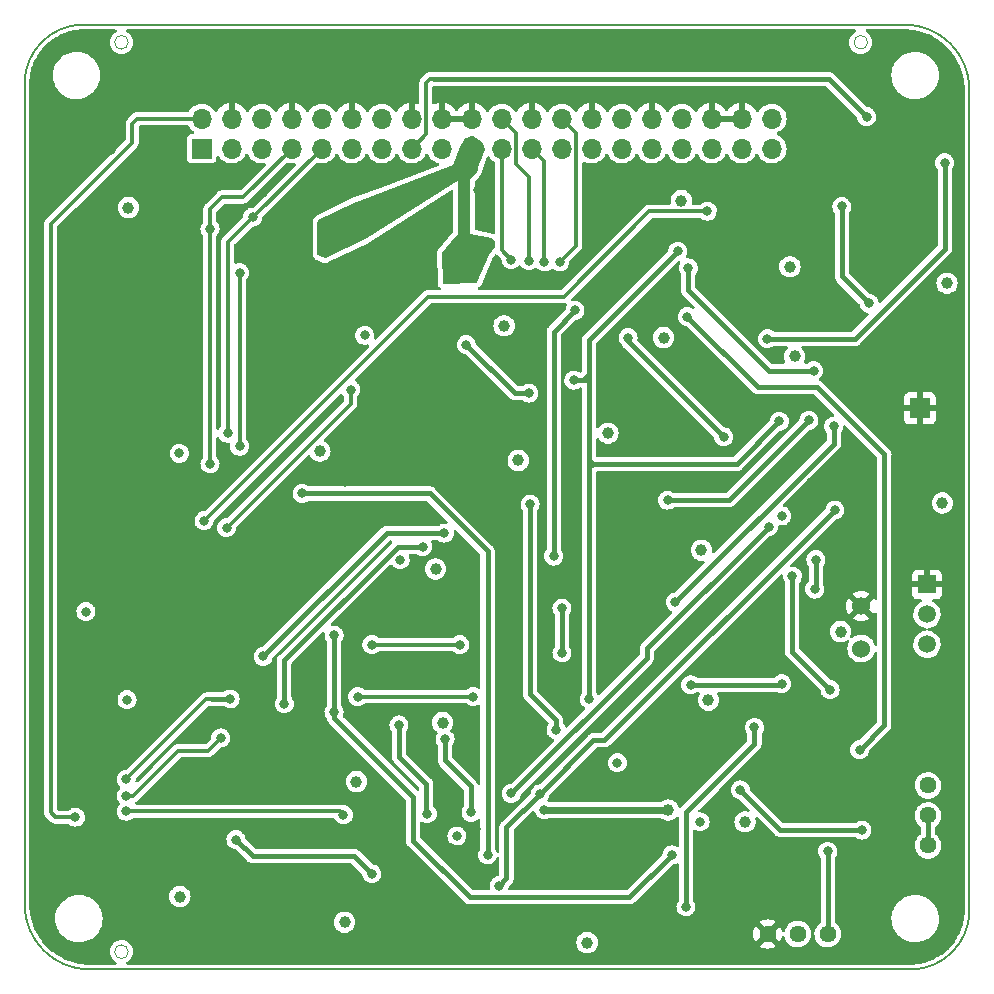
<source format=gbr>
G04 #@! TF.GenerationSoftware,KiCad,Pcbnew,(6.0.7-1)-1*
G04 #@! TF.CreationDate,2022-09-14T23:00:17-07:00*
G04 #@! TF.ProjectId,as3340,61733333-3430-42e6-9b69-6361645f7063,rev?*
G04 #@! TF.SameCoordinates,Original*
G04 #@! TF.FileFunction,Copper,L4,Bot*
G04 #@! TF.FilePolarity,Positive*
%FSLAX46Y46*%
G04 Gerber Fmt 4.6, Leading zero omitted, Abs format (unit mm)*
G04 Created by KiCad (PCBNEW (6.0.7-1)-1) date 2022-09-14 23:00:17*
%MOMM*%
%LPD*%
G01*
G04 APERTURE LIST*
G04 #@! TA.AperFunction,Profile*
%ADD10C,0.050000*%
G04 #@! TD*
G04 #@! TA.AperFunction,Profile*
%ADD11C,0.150000*%
G04 #@! TD*
G04 #@! TA.AperFunction,ComponentPad*
%ADD12C,1.440000*%
G04 #@! TD*
G04 #@! TA.AperFunction,ComponentPad*
%ADD13C,1.524000*%
G04 #@! TD*
G04 #@! TA.AperFunction,ComponentPad*
%ADD14R,1.700000X1.700000*%
G04 #@! TD*
G04 #@! TA.AperFunction,ComponentPad*
%ADD15O,1.700000X1.700000*%
G04 #@! TD*
G04 #@! TA.AperFunction,ComponentPad*
%ADD16R,1.500000X1.500000*%
G04 #@! TD*
G04 #@! TA.AperFunction,ComponentPad*
%ADD17C,1.500000*%
G04 #@! TD*
G04 #@! TA.AperFunction,ViaPad*
%ADD18C,0.800000*%
G04 #@! TD*
G04 #@! TA.AperFunction,ViaPad*
%ADD19C,1.000000*%
G04 #@! TD*
G04 #@! TA.AperFunction,Conductor*
%ADD20C,1.000000*%
G04 #@! TD*
G04 #@! TA.AperFunction,Conductor*
%ADD21C,0.400000*%
G04 #@! TD*
G04 #@! TA.AperFunction,Conductor*
%ADD22C,0.600000*%
G04 #@! TD*
G04 #@! TA.AperFunction,Conductor*
%ADD23C,0.300000*%
G04 #@! TD*
G04 APERTURE END LIST*
D10*
X75776000Y-104000000D02*
G75*
G03*
X75776000Y-104000000I-576000J0D01*
G01*
D11*
X147000000Y-31000000D02*
G75*
G03*
X141500000Y-25500000I-5500000J0D01*
G01*
X72000000Y-25500000D02*
G75*
G03*
X67000000Y-30500000I0J-5000000D01*
G01*
X72000000Y-25500000D02*
X141500000Y-25500000D01*
X142000000Y-105500000D02*
G75*
G03*
X147000000Y-100500000I0J5000000D01*
G01*
X67000000Y-100000000D02*
G75*
G03*
X72500000Y-105500000I5500000J0D01*
G01*
X142000000Y-105500000D02*
X72500000Y-105500000D01*
X67000000Y-30500000D02*
X67000000Y-100000000D01*
X147000000Y-100500000D02*
X147000000Y-31000000D01*
D10*
X138376000Y-27000000D02*
G75*
G03*
X138376000Y-27000000I-576000J0D01*
G01*
X75776000Y-27000000D02*
G75*
G03*
X75776000Y-27000000I-576000J0D01*
G01*
D12*
X143500000Y-95000000D03*
X143500000Y-92460000D03*
X143500000Y-89920000D03*
X135000000Y-102500000D03*
X132460000Y-102500000D03*
X129920000Y-102500000D03*
D13*
X137840000Y-78340000D03*
X137840000Y-74740000D03*
D14*
X82000000Y-36000000D03*
D15*
X82000000Y-33460000D03*
X84540000Y-36000000D03*
X84540000Y-33460000D03*
X87080000Y-36000000D03*
X87080000Y-33460000D03*
X89620000Y-36000000D03*
X89620000Y-33460000D03*
X92160000Y-36000000D03*
X92160000Y-33460000D03*
X94700000Y-36000000D03*
X94700000Y-33460000D03*
X97240000Y-36000000D03*
X97240000Y-33460000D03*
X99780000Y-36000000D03*
X99780000Y-33460000D03*
X102320000Y-36000000D03*
X102320000Y-33460000D03*
X104860000Y-36000000D03*
X104860000Y-33460000D03*
X107400000Y-36000000D03*
X107400000Y-33460000D03*
X109940000Y-36000000D03*
X109940000Y-33460000D03*
X112480000Y-36000000D03*
X112480000Y-33460000D03*
X115020000Y-36000000D03*
X115020000Y-33460000D03*
X117560000Y-36000000D03*
X117560000Y-33460000D03*
X120100000Y-36000000D03*
X120100000Y-33460000D03*
X122640000Y-36000000D03*
X122640000Y-33460000D03*
X125180000Y-36000000D03*
X125180000Y-33460000D03*
X127720000Y-36000000D03*
X127720000Y-33460000D03*
X130260000Y-36000000D03*
X130260000Y-33460000D03*
D16*
X143400000Y-72900000D03*
D17*
X143400000Y-75440000D03*
X143400000Y-77980000D03*
D14*
X142800000Y-58000000D03*
D18*
X103800000Y-71300000D03*
X95000000Y-80400000D03*
X118500000Y-77400000D03*
X133600000Y-96400000D03*
X84600000Y-72800000D03*
X118000000Y-93600000D03*
X103300000Y-51600000D03*
X95400000Y-103500000D03*
X129600000Y-75300000D03*
D19*
X110300000Y-49900000D03*
D18*
X86700000Y-87600000D03*
X118300000Y-58800000D03*
X138400000Y-45200000D03*
X132735000Y-81400000D03*
X88350000Y-68300000D03*
D19*
X110200000Y-60200000D03*
D18*
X101500000Y-103500000D03*
X107200000Y-63300000D03*
D19*
X130700000Y-53600000D03*
X131900000Y-47800000D03*
D18*
X138700000Y-47800000D03*
X94100000Y-64200000D03*
X87734306Y-81534306D03*
X97400000Y-47700000D03*
D19*
X118400000Y-40600000D03*
D18*
X107600000Y-76700000D03*
X74300000Y-36100000D03*
X88900000Y-85800000D03*
X120700000Y-90500000D03*
D19*
X141700000Y-66000000D03*
D18*
X80562500Y-94525000D03*
D19*
X96799992Y-103000000D03*
X105500000Y-39500000D03*
D18*
X135300000Y-86600000D03*
X131200000Y-68800000D03*
X114800000Y-44400000D03*
X93700000Y-39300000D03*
D19*
X100400000Y-84600000D03*
D18*
X105200000Y-93600000D03*
D19*
X107600000Y-84400000D03*
D18*
X138200000Y-82300000D03*
D19*
X145300000Y-45800000D03*
D18*
X131500000Y-86000000D03*
X122100000Y-86000000D03*
D19*
X100100000Y-71600000D03*
D18*
X101000000Y-66600000D03*
X117800000Y-89300000D03*
X126000000Y-64000000D03*
X103800000Y-100500000D03*
X134200002Y-75100000D03*
X74900000Y-93300000D03*
X137100000Y-70400000D03*
D19*
X84950000Y-99125000D03*
D18*
X108000000Y-66900000D03*
X88000000Y-94200000D03*
D19*
X116100000Y-103200000D03*
D18*
X94300000Y-59900000D03*
X80100000Y-60200000D03*
D19*
X145000000Y-83100000D03*
D18*
X82000000Y-86000000D03*
D19*
X121400000Y-72300000D03*
X123300000Y-82800000D03*
D18*
X90700000Y-46400000D03*
D19*
X92100000Y-63200000D03*
X96700000Y-89600000D03*
D18*
X119300000Y-71600000D03*
D19*
X122800000Y-60200000D03*
X81200000Y-49200000D03*
D18*
X87200000Y-39800000D03*
X74800000Y-57500000D03*
X73449990Y-71175000D03*
X141000000Y-40600000D03*
X141800000Y-80100000D03*
X101500000Y-42700000D03*
X96650000Y-92350000D03*
D19*
X127800000Y-94500000D03*
D18*
X127500000Y-41200000D03*
X107400000Y-59800000D03*
X123200000Y-38400000D03*
X125000000Y-75600004D03*
D19*
X74200000Y-41000000D03*
D18*
X113300000Y-68500000D03*
X78900000Y-67700000D03*
D19*
X113400000Y-61400000D03*
D18*
X131000000Y-64000000D03*
X133600000Y-64200000D03*
D19*
X119500000Y-52000004D03*
X93300000Y-42700000D03*
X122600000Y-40400000D03*
X116400000Y-60100000D03*
X103000000Y-46700000D03*
X107600000Y-51000000D03*
X94100000Y-101500000D03*
X95100000Y-41300000D03*
X145100000Y-47400000D03*
X92700000Y-44300000D03*
X95000000Y-42900000D03*
D18*
X131100002Y-67100002D03*
D19*
X144700000Y-66000000D03*
X101800000Y-71600000D03*
X92000000Y-61600000D03*
X105200000Y-44700000D03*
D18*
X95800000Y-51800000D03*
X102600000Y-86000000D03*
D19*
X121500000Y-92000000D03*
X128000000Y-93000000D03*
D18*
X111000000Y-92000006D03*
X124200000Y-93000000D03*
X104800000Y-92200000D03*
D19*
X132200000Y-53600000D03*
X95100000Y-89600000D03*
X124300000Y-70000000D03*
X131800000Y-46000000D03*
D18*
X117200000Y-88000000D03*
D19*
X124900000Y-82700000D03*
X136100000Y-76900004D03*
X108800000Y-62399998D03*
X102400000Y-84600000D03*
X121100000Y-52000000D03*
X114624970Y-103224960D03*
D18*
X103600000Y-94200000D03*
X98800000Y-70800000D03*
X72200000Y-75200000D03*
D19*
X75800000Y-41000000D03*
D18*
X138300000Y-33300000D03*
D19*
X80150000Y-99325000D03*
D18*
X80100000Y-61800000D03*
X75675000Y-82662500D03*
X93200000Y-77200000D03*
X93200000Y-83700000D03*
X121800000Y-95800000D03*
X82700000Y-62700000D03*
X82700000Y-42800000D03*
X84200000Y-60100000D03*
X86300000Y-41800000D03*
X107200000Y-98400000D03*
X110633999Y-90633999D03*
X135600000Y-66600000D03*
X111800008Y-70500006D03*
X134000000Y-70800006D03*
X113600000Y-49700000D03*
X133900000Y-73300000D03*
X123400000Y-81400000D03*
X131100000Y-81300000D03*
X127600000Y-90300000D03*
X137900000Y-93700000D03*
X112500000Y-78700000D03*
X128800000Y-85000000D03*
X123000000Y-100200000D03*
X112500000Y-74900000D03*
X135000000Y-95500000D03*
X85200000Y-46500000D03*
X85200000Y-61200000D03*
X108200000Y-90600000D03*
X126200000Y-60400000D03*
X130000002Y-68000002D03*
X118100000Y-52000000D03*
X75600000Y-90800000D03*
X83600000Y-85900000D03*
X94000000Y-92399996D03*
X75600000Y-92100000D03*
X121439998Y-65760002D03*
X133400000Y-59000000D03*
X124800000Y-41300000D03*
X82200000Y-67500000D03*
X103850000Y-77999998D03*
X96400000Y-78000000D03*
X95200000Y-82400000D03*
X105000000Y-82400000D03*
X122100000Y-74400000D03*
X135500000Y-59500000D03*
X122300006Y-44700000D03*
X114800000Y-82600000D03*
X130900000Y-59100000D03*
X113500000Y-55600000D03*
X123125001Y-50224999D03*
X137700000Y-86900000D03*
X90500000Y-65200000D03*
X106200000Y-95800000D03*
X109800000Y-66100000D03*
X112000000Y-85200000D03*
X100700000Y-69699998D03*
X89000000Y-82999998D03*
X132000000Y-72200000D03*
X135200000Y-81799996D03*
X75600000Y-89400000D03*
X84400000Y-82600000D03*
X87200000Y-79000000D03*
X102550000Y-68550000D03*
X98700000Y-84800000D03*
X101100000Y-92300000D03*
X144900000Y-37200000D03*
X129900000Y-52100000D03*
X112300000Y-45600000D03*
X111000000Y-45600000D03*
X109700000Y-45500000D03*
X108200000Y-45400000D03*
X71300000Y-92600000D03*
X96400000Y-97400000D03*
X84899998Y-94500000D03*
X104400000Y-52600000D03*
X109700000Y-56700000D03*
X138500000Y-49100000D03*
X136200000Y-40900000D03*
X84100000Y-68100000D03*
X94599998Y-56400000D03*
X133800000Y-54800000D03*
X123200000Y-46100000D03*
D20*
X104860000Y-36000000D02*
X104860000Y-37740000D01*
X104860000Y-37740000D02*
X104200000Y-38400000D01*
X104200000Y-38400000D02*
X104200000Y-43800000D01*
D21*
X104800000Y-92200000D02*
X104800000Y-90000000D01*
D22*
X111000000Y-92000006D02*
X121499994Y-92000006D01*
D21*
X102600000Y-87800000D02*
X102600000Y-86000000D01*
D22*
X121499994Y-92000006D02*
X121500000Y-92000000D01*
D21*
X104800000Y-90000000D02*
X102600000Y-87800000D01*
D23*
X100980000Y-34800000D02*
X99780000Y-36000000D01*
D21*
X138300000Y-33300000D02*
X135100000Y-30100000D01*
X135100000Y-30100000D02*
X101700000Y-30100000D01*
D23*
X101300000Y-30100000D02*
X100980000Y-30420000D01*
X100980000Y-30420000D02*
X100980000Y-34800000D01*
X101700000Y-30100000D02*
X101300000Y-30100000D01*
D21*
X99900000Y-90900000D02*
X93200000Y-84200000D01*
X121800000Y-95800000D02*
X118200000Y-99400000D01*
X118200000Y-99400000D02*
X104700000Y-99400000D01*
X93200000Y-84200000D02*
X93200000Y-83700000D01*
X104700000Y-99400000D02*
X99900000Y-94600000D01*
X99900000Y-94600000D02*
X99900000Y-90900000D01*
X93200000Y-77200000D02*
X93200000Y-83700000D01*
D23*
X89620000Y-36000000D02*
X85520000Y-40100000D01*
X83700000Y-40100000D02*
X82700000Y-41100000D01*
X82700000Y-42800000D02*
X82700000Y-62700000D01*
X85520000Y-40100000D02*
X83700000Y-40100000D01*
X82700000Y-41100000D02*
X82700000Y-42800000D01*
X84200000Y-43900000D02*
X84200000Y-60100000D01*
X86360000Y-41800000D02*
X92160000Y-36000000D01*
X86300000Y-41800000D02*
X86360000Y-41800000D01*
X86300000Y-41800000D02*
X84200000Y-43900000D01*
D21*
X115167998Y-86100000D02*
X116100000Y-86100000D01*
X107200000Y-98400000D02*
X107800000Y-97800000D01*
X116100000Y-86100000D02*
X135600000Y-66600000D01*
X107800000Y-93467998D02*
X110633999Y-90633999D01*
X107800000Y-97800000D02*
X107800000Y-93467998D01*
X110633999Y-90633999D02*
X115167998Y-86100000D01*
X134000000Y-73200000D02*
X133900000Y-73300000D01*
X111800000Y-51500000D02*
X111800000Y-70499998D01*
X111800000Y-70499998D02*
X111800008Y-70500006D01*
X113600000Y-49700000D02*
X111800000Y-51500000D01*
X134000000Y-70800006D02*
X134000000Y-73200000D01*
X131000000Y-81400000D02*
X131100000Y-81300000D01*
X123400000Y-81400000D02*
X131000000Y-81400000D01*
X137900000Y-93700000D02*
X131000000Y-93700000D01*
X131000000Y-93700000D02*
X127600000Y-90300000D01*
X128800000Y-86400000D02*
X128800000Y-85000000D01*
X112500000Y-74900000D02*
X112500000Y-78700000D01*
X123000000Y-100200000D02*
X123000000Y-92200000D01*
X123000000Y-92200000D02*
X128800000Y-86400000D01*
X135000000Y-102500000D02*
X135000000Y-95500000D01*
D23*
X85200000Y-46500000D02*
X85200000Y-61200000D01*
D21*
X119700000Y-78300004D02*
X130000002Y-68000002D01*
X119700000Y-79100000D02*
X119700000Y-78300004D01*
X118100000Y-52300000D02*
X126200000Y-60400000D01*
X108200000Y-90600000D02*
X119700000Y-79100000D01*
X118100000Y-52000000D02*
X118100000Y-52300000D01*
X143500000Y-95000000D02*
X143500000Y-92460000D01*
D23*
X82530331Y-86969669D02*
X80030331Y-86969669D01*
X80030331Y-86969669D02*
X76200000Y-90800000D01*
X83600000Y-85900000D02*
X82530331Y-86969669D01*
X76200000Y-90800000D02*
X75600000Y-90800000D01*
X93700004Y-92100000D02*
X94000000Y-92399996D01*
X75600000Y-92100000D02*
X93700004Y-92100000D01*
D21*
X126639998Y-65760002D02*
X121439998Y-65760002D01*
X133400000Y-59000000D02*
X126639998Y-65760002D01*
D23*
X119900000Y-41300000D02*
X124800000Y-41300000D01*
X112650001Y-48549999D02*
X119900000Y-41300000D01*
X101150001Y-48549999D02*
X112650001Y-48549999D01*
X82200000Y-67500000D02*
X101150001Y-48549999D01*
X96400000Y-78000000D02*
X103849998Y-78000000D01*
X103849998Y-78000000D02*
X103850000Y-77999998D01*
X104600000Y-82400000D02*
X105000000Y-82400000D01*
X95200000Y-82400000D02*
X104600000Y-82400000D01*
D21*
X122100000Y-74400000D02*
X135500000Y-61000000D01*
X135500000Y-61000000D02*
X135500000Y-59500000D01*
X113500000Y-55600000D02*
X114300000Y-55600000D01*
X114800000Y-63000000D02*
X114800000Y-62700000D01*
X115100000Y-62700000D02*
X114800000Y-62400000D01*
X114800000Y-67600000D02*
X114800000Y-63000000D01*
X115300000Y-62700000D02*
X114800000Y-62700000D01*
X114800000Y-55800000D02*
X114800000Y-55200000D01*
X130900000Y-59100000D02*
X127300001Y-62699999D01*
X121900007Y-45099999D02*
X122300006Y-44700000D01*
X115300000Y-62700000D02*
X115100000Y-62700000D01*
X114600000Y-55600000D02*
X114800000Y-55800000D01*
X114800000Y-62400000D02*
X114800000Y-62300000D01*
X114800000Y-52200006D02*
X121900007Y-45099999D01*
X114800000Y-71600000D02*
X114800000Y-70400000D01*
X114800000Y-55200000D02*
X114800000Y-52200006D01*
X115100000Y-62700000D02*
X114800000Y-63000000D01*
X114800000Y-62700000D02*
X114800000Y-62300000D01*
X114800000Y-71600000D02*
X114800000Y-82600000D01*
X127300001Y-62699999D02*
X115300000Y-62700000D01*
X114800000Y-57400000D02*
X114800000Y-55800000D01*
X114300000Y-55600000D02*
X114600000Y-55600000D01*
X114800000Y-62300000D02*
X114800000Y-57400000D01*
X114800000Y-70400000D02*
X114800000Y-67600000D01*
X114300000Y-55600000D02*
X114700000Y-55200000D01*
X114700000Y-55200000D02*
X114800000Y-55200000D01*
X106200000Y-70100000D02*
X101300000Y-65200000D01*
X106200000Y-95800000D02*
X106200000Y-70100000D01*
X137700000Y-86900000D02*
X139800001Y-84799999D01*
X129100002Y-56200000D02*
X123125001Y-50224999D01*
X139800001Y-61900001D02*
X134100000Y-56200000D01*
X139800001Y-84799999D02*
X139800001Y-61900001D01*
X101300000Y-65200000D02*
X90500000Y-65200000D01*
X134100000Y-56200000D02*
X129100002Y-56200000D01*
X112000000Y-84400000D02*
X109800000Y-82200000D01*
X112000000Y-85200000D02*
X112000000Y-84400000D01*
X109800000Y-82200000D02*
X109800000Y-66100000D01*
X89000000Y-79300000D02*
X98600002Y-69699998D01*
X98600002Y-69699998D02*
X100700000Y-69699998D01*
X89000000Y-82999998D02*
X89000000Y-79300000D01*
X132000000Y-78599996D02*
X135200000Y-81799996D01*
X132000000Y-72200000D02*
X132000000Y-78599996D01*
D23*
X82400000Y-82600000D02*
X82900000Y-82600000D01*
X75600000Y-89400000D02*
X82400000Y-82600000D01*
D21*
X84400000Y-82600000D02*
X82900000Y-82600000D01*
X97650000Y-68550000D02*
X102550000Y-68550000D01*
X87200000Y-79000000D02*
X97650000Y-68550000D01*
X101000000Y-89800000D02*
X98695000Y-87495000D01*
X98695000Y-87495000D02*
X98695000Y-84805000D01*
X98695000Y-84805000D02*
X98700000Y-84800000D01*
X101100000Y-92300000D02*
X101000000Y-92200000D01*
X101000000Y-92200000D02*
X101000000Y-89800000D01*
X129900000Y-52100000D02*
X137300000Y-52100000D01*
X144900000Y-44500000D02*
X144900000Y-37200000D01*
X137300000Y-52100000D02*
X144900000Y-44500000D01*
D23*
X113680000Y-44220000D02*
X112300000Y-45600000D01*
X113680000Y-34660000D02*
X113680000Y-44220000D01*
X112480000Y-33460000D02*
X113680000Y-34660000D01*
X109940000Y-36000000D02*
X111000000Y-37060000D01*
X111000000Y-37060000D02*
X111000000Y-45600000D01*
X109700000Y-38400000D02*
X109700000Y-45500000D01*
X108600000Y-34660000D02*
X108600000Y-37300000D01*
X107400000Y-33460000D02*
X108600000Y-34660000D01*
X108600000Y-37300000D02*
X109700000Y-38400000D01*
X107400000Y-44600000D02*
X108200000Y-45400000D01*
X107400000Y-36000000D02*
X107400000Y-44600000D01*
X69200000Y-42400000D02*
X76100000Y-35500000D01*
X76100000Y-33900000D02*
X76540000Y-33460000D01*
X76100000Y-35500000D02*
X76100000Y-33900000D01*
X69200000Y-92200000D02*
X69200000Y-42400000D01*
X76540000Y-33460000D02*
X82000000Y-33460000D01*
X71300000Y-92600000D02*
X69600000Y-92600000D01*
X69600000Y-92600000D02*
X69200000Y-92200000D01*
D21*
X86299998Y-95900000D02*
X84899998Y-94500000D01*
X94900000Y-95900000D02*
X86299998Y-95900000D01*
X96400000Y-97400000D02*
X94900000Y-95900000D01*
X109700000Y-56700000D02*
X108500000Y-56700000D01*
X108500000Y-56700000D02*
X104400000Y-52600000D01*
X136200000Y-46800000D02*
X136200000Y-40900000D01*
X138500000Y-49100000D02*
X136200000Y-46800000D01*
D23*
X84100000Y-68100000D02*
X94599998Y-57600002D01*
X94599998Y-57600002D02*
X94599998Y-56400000D01*
D21*
X130000000Y-54800000D02*
X123200000Y-48000000D01*
X123200000Y-48000000D02*
X123200000Y-46100000D01*
X133800000Y-54800000D02*
X130000000Y-54800000D01*
G04 #@! TA.AperFunction,Conductor*
G36*
X74750476Y-25920502D02*
G01*
X74796969Y-25974158D01*
X74807073Y-26044432D01*
X74777579Y-26109012D01*
X74740730Y-26138162D01*
X74662717Y-26178946D01*
X74513473Y-26298942D01*
X74390378Y-26445640D01*
X74387412Y-26451035D01*
X74301088Y-26608057D01*
X74298121Y-26613454D01*
X74240217Y-26795992D01*
X74239531Y-26802109D01*
X74239530Y-26802113D01*
X74225902Y-26923617D01*
X74218871Y-26986300D01*
X74219728Y-26996494D01*
X74219996Y-26999689D01*
X74219996Y-26999694D01*
X74231571Y-27137538D01*
X74234895Y-27177130D01*
X74287680Y-27361213D01*
X74375215Y-27531538D01*
X74379038Y-27536362D01*
X74379041Y-27536366D01*
X74402220Y-27565610D01*
X74494166Y-27681616D01*
X74640002Y-27805732D01*
X74645380Y-27808738D01*
X74645382Y-27808739D01*
X74685670Y-27831255D01*
X74807168Y-27899158D01*
X74989296Y-27958335D01*
X75179451Y-27981010D01*
X75185586Y-27980538D01*
X75185588Y-27980538D01*
X75364246Y-27966791D01*
X75364250Y-27966790D01*
X75370388Y-27966318D01*
X75405799Y-27956431D01*
X75548891Y-27916479D01*
X75548895Y-27916478D01*
X75554835Y-27914819D01*
X75668372Y-27857468D01*
X75720266Y-27831255D01*
X75720268Y-27831254D01*
X75725767Y-27828476D01*
X75876672Y-27710576D01*
X76001803Y-27565610D01*
X76096394Y-27399100D01*
X76156841Y-27217389D01*
X76180842Y-27027397D01*
X76181225Y-27000000D01*
X76162538Y-26809412D01*
X76107188Y-26626084D01*
X76103595Y-26619327D01*
X76020177Y-26462440D01*
X76020175Y-26462437D01*
X76017283Y-26456998D01*
X75980984Y-26412491D01*
X75900143Y-26313369D01*
X75900141Y-26313367D01*
X75896249Y-26308595D01*
X75748694Y-26186528D01*
X75712673Y-26167051D01*
X75657716Y-26137336D01*
X75607307Y-26087341D01*
X75591930Y-26018029D01*
X75616466Y-25951407D01*
X75673126Y-25908627D01*
X75717645Y-25900500D01*
X137282355Y-25900500D01*
X137350476Y-25920502D01*
X137396969Y-25974158D01*
X137407073Y-26044432D01*
X137377579Y-26109012D01*
X137340730Y-26138162D01*
X137262717Y-26178946D01*
X137113473Y-26298942D01*
X136990378Y-26445640D01*
X136987412Y-26451035D01*
X136901088Y-26608057D01*
X136898121Y-26613454D01*
X136840217Y-26795992D01*
X136839531Y-26802109D01*
X136839530Y-26802113D01*
X136825902Y-26923617D01*
X136818871Y-26986300D01*
X136819728Y-26996494D01*
X136819996Y-26999689D01*
X136819996Y-26999694D01*
X136831571Y-27137538D01*
X136834895Y-27177130D01*
X136887680Y-27361213D01*
X136975215Y-27531538D01*
X136979038Y-27536362D01*
X136979041Y-27536366D01*
X137002220Y-27565610D01*
X137094166Y-27681616D01*
X137240002Y-27805732D01*
X137245380Y-27808738D01*
X137245382Y-27808739D01*
X137285670Y-27831255D01*
X137407168Y-27899158D01*
X137589296Y-27958335D01*
X137779451Y-27981010D01*
X137785586Y-27980538D01*
X137785588Y-27980538D01*
X137964246Y-27966791D01*
X137964250Y-27966790D01*
X137970388Y-27966318D01*
X138005799Y-27956431D01*
X138148891Y-27916479D01*
X138148895Y-27916478D01*
X138154835Y-27914819D01*
X138268372Y-27857468D01*
X138320266Y-27831255D01*
X138320268Y-27831254D01*
X138325767Y-27828476D01*
X138476672Y-27710576D01*
X138601803Y-27565610D01*
X138696394Y-27399100D01*
X138756841Y-27217389D01*
X138780842Y-27027397D01*
X138781225Y-27000000D01*
X138762538Y-26809412D01*
X138707188Y-26626084D01*
X138703595Y-26619327D01*
X138620177Y-26462440D01*
X138620175Y-26462437D01*
X138617283Y-26456998D01*
X138580984Y-26412491D01*
X138500143Y-26313369D01*
X138500141Y-26313367D01*
X138496249Y-26308595D01*
X138348694Y-26186528D01*
X138312673Y-26167051D01*
X138257716Y-26137336D01*
X138207307Y-26087341D01*
X138191930Y-26018029D01*
X138216466Y-25951407D01*
X138273126Y-25908627D01*
X138317645Y-25900500D01*
X141458564Y-25900500D01*
X141478274Y-25902051D01*
X141500000Y-25905492D01*
X141512612Y-25903495D01*
X141537521Y-25902052D01*
X141696492Y-25908627D01*
X141915905Y-25917702D01*
X141926284Y-25918562D01*
X142334180Y-25969407D01*
X142344451Y-25971121D01*
X142746748Y-26055473D01*
X142756843Y-26058029D01*
X143150815Y-26175320D01*
X143160657Y-26178698D01*
X143543617Y-26328130D01*
X143553116Y-26332297D01*
X143916126Y-26509762D01*
X143922406Y-26512832D01*
X143931565Y-26517788D01*
X144284687Y-26728204D01*
X144293404Y-26733900D01*
X144627933Y-26972748D01*
X144636152Y-26979144D01*
X144949831Y-27244817D01*
X144957492Y-27251871D01*
X145248129Y-27542508D01*
X145255183Y-27550169D01*
X145520856Y-27863848D01*
X145527252Y-27872067D01*
X145766100Y-28206596D01*
X145771796Y-28215313D01*
X145982212Y-28568435D01*
X145987166Y-28577591D01*
X146155441Y-28921800D01*
X146167699Y-28946875D01*
X146171870Y-28956383D01*
X146321299Y-29339335D01*
X146324680Y-29349185D01*
X146441971Y-29743157D01*
X146444527Y-29753252D01*
X146528879Y-30155549D01*
X146530593Y-30165820D01*
X146581438Y-30573716D01*
X146582298Y-30584095D01*
X146587113Y-30700500D01*
X146595411Y-30901126D01*
X146597948Y-30962476D01*
X146596505Y-30987388D01*
X146594508Y-31000000D01*
X146596059Y-31009793D01*
X146597949Y-31021726D01*
X146599500Y-31041436D01*
X146599500Y-100458564D01*
X146597949Y-100478274D01*
X146594508Y-100500000D01*
X146596059Y-100509794D01*
X146596436Y-100512174D01*
X146597868Y-100537379D01*
X146582238Y-100895376D01*
X146581280Y-100906327D01*
X146530340Y-101293246D01*
X146528431Y-101304070D01*
X146476635Y-101537711D01*
X146449377Y-101660665D01*
X146443967Y-101685066D01*
X146441122Y-101695683D01*
X146324914Y-102064250D01*
X146323772Y-102067871D01*
X146320016Y-102078193D01*
X146170929Y-102438123D01*
X146170666Y-102438757D01*
X146166029Y-102448701D01*
X145985820Y-102794878D01*
X145980330Y-102804387D01*
X145770644Y-103133528D01*
X145764339Y-103142532D01*
X145526771Y-103452136D01*
X145519706Y-103460556D01*
X145426265Y-103562530D01*
X145287063Y-103714443D01*
X145256055Y-103748282D01*
X145248286Y-103756051D01*
X145162101Y-103835025D01*
X144960556Y-104019706D01*
X144952136Y-104026771D01*
X144642532Y-104264339D01*
X144633528Y-104270644D01*
X144431893Y-104399100D01*
X144304387Y-104480330D01*
X144294878Y-104485820D01*
X143948701Y-104666029D01*
X143938766Y-104670662D01*
X143578193Y-104820016D01*
X143567878Y-104823769D01*
X143195684Y-104941122D01*
X143185066Y-104943967D01*
X142804070Y-105028431D01*
X142793246Y-105030340D01*
X142406327Y-105081280D01*
X142395376Y-105082238D01*
X142037379Y-105097868D01*
X142012174Y-105096436D01*
X142009794Y-105096059D01*
X142000000Y-105094508D01*
X141990207Y-105096059D01*
X141978274Y-105097949D01*
X141958564Y-105099500D01*
X75718122Y-105099500D01*
X75650001Y-105079498D01*
X75603508Y-105025842D01*
X75593404Y-104955568D01*
X75622898Y-104890988D01*
X75661312Y-104861034D01*
X75720266Y-104831255D01*
X75720268Y-104831254D01*
X75725767Y-104828476D01*
X75876672Y-104710576D01*
X76001803Y-104565610D01*
X76096394Y-104399100D01*
X76156841Y-104217389D01*
X76180842Y-104027397D01*
X76181225Y-104000000D01*
X76162538Y-103809412D01*
X76107188Y-103626084D01*
X76100974Y-103614398D01*
X76020177Y-103462440D01*
X76020175Y-103462437D01*
X76017283Y-103456998D01*
X75896249Y-103308595D01*
X75795151Y-103224960D01*
X113719510Y-103224960D01*
X113720200Y-103231525D01*
X113735567Y-103377732D01*
X113739296Y-103413216D01*
X113797791Y-103593244D01*
X113801094Y-103598966D01*
X113801095Y-103598967D01*
X113834039Y-103656028D01*
X113892437Y-103757176D01*
X113896855Y-103762083D01*
X113896856Y-103762084D01*
X113962533Y-103835025D01*
X114019099Y-103897848D01*
X114024438Y-103901727D01*
X114159279Y-103999694D01*
X114172240Y-104009111D01*
X114345167Y-104086104D01*
X114443182Y-104106938D01*
X114523867Y-104124088D01*
X114523871Y-104124088D01*
X114530324Y-104125460D01*
X114719616Y-104125460D01*
X114726069Y-104124088D01*
X114726073Y-104124088D01*
X114806758Y-104106938D01*
X114904773Y-104086104D01*
X115077700Y-104009111D01*
X115090662Y-103999694D01*
X115225502Y-103901727D01*
X115230841Y-103897848D01*
X115287408Y-103835025D01*
X115353084Y-103762084D01*
X115353085Y-103762083D01*
X115357503Y-103757176D01*
X115415901Y-103656028D01*
X115448845Y-103598967D01*
X115448846Y-103598966D01*
X115452149Y-103593244D01*
X115473146Y-103528621D01*
X129255933Y-103528621D01*
X129265227Y-103540635D01*
X129299146Y-103564385D01*
X129308641Y-103569868D01*
X129493413Y-103656028D01*
X129503705Y-103659774D01*
X129700632Y-103712540D01*
X129711425Y-103714443D01*
X129914525Y-103732212D01*
X129925475Y-103732212D01*
X130128575Y-103714443D01*
X130139368Y-103712540D01*
X130336295Y-103659774D01*
X130346587Y-103656028D01*
X130531359Y-103569868D01*
X130540854Y-103564385D01*
X130575607Y-103540051D01*
X130583983Y-103529572D01*
X130576916Y-103516127D01*
X129932811Y-102872021D01*
X129918868Y-102864408D01*
X129917034Y-102864539D01*
X129910420Y-102868790D01*
X129262360Y-103516851D01*
X129255933Y-103528621D01*
X115473146Y-103528621D01*
X115510644Y-103413216D01*
X115514374Y-103377732D01*
X115529740Y-103231525D01*
X115530430Y-103224960D01*
X115520695Y-103132339D01*
X115511334Y-103043267D01*
X115511334Y-103043265D01*
X115510644Y-103036704D01*
X115452149Y-102856676D01*
X115357503Y-102692744D01*
X115351582Y-102686168D01*
X115235256Y-102556975D01*
X115235254Y-102556974D01*
X115230841Y-102552072D01*
X115172356Y-102509580D01*
X115166706Y-102505475D01*
X128687788Y-102505475D01*
X128705557Y-102708575D01*
X128707460Y-102719368D01*
X128760226Y-102916295D01*
X128763972Y-102926587D01*
X128850135Y-103111364D01*
X128855613Y-103120850D01*
X128879949Y-103155607D01*
X128890428Y-103163983D01*
X128903872Y-103156917D01*
X129547979Y-102512811D01*
X129554356Y-102501132D01*
X130284408Y-102501132D01*
X130284539Y-102502966D01*
X130288790Y-102509580D01*
X130936851Y-103157640D01*
X130948621Y-103164067D01*
X130960635Y-103154772D01*
X130984387Y-103120850D01*
X130989865Y-103111364D01*
X131076028Y-102926587D01*
X131079773Y-102916298D01*
X131124118Y-102750801D01*
X131161070Y-102690179D01*
X131224931Y-102659157D01*
X131295425Y-102667586D01*
X131350172Y-102712789D01*
X131367948Y-102752398D01*
X131397824Y-102870036D01*
X131397825Y-102870038D01*
X131399246Y-102875633D01*
X131485462Y-103062650D01*
X131488795Y-103067366D01*
X131582773Y-103200342D01*
X131604315Y-103230824D01*
X131751826Y-103374522D01*
X131923053Y-103488933D01*
X131928356Y-103491211D01*
X131928359Y-103491213D01*
X132098672Y-103564385D01*
X132112263Y-103570224D01*
X132186221Y-103586959D01*
X132307482Y-103614398D01*
X132307488Y-103614399D01*
X132313119Y-103615673D01*
X132318890Y-103615900D01*
X132318892Y-103615900D01*
X132381224Y-103618349D01*
X132518894Y-103623758D01*
X132620795Y-103608983D01*
X132716982Y-103595037D01*
X132716987Y-103595036D01*
X132722696Y-103594208D01*
X132728160Y-103592353D01*
X132728165Y-103592352D01*
X132912229Y-103529871D01*
X132912234Y-103529869D01*
X132917701Y-103528013D01*
X133019678Y-103470903D01*
X133092339Y-103430211D01*
X133092343Y-103430208D01*
X133097377Y-103427389D01*
X133255707Y-103295707D01*
X133387389Y-103137377D01*
X133390208Y-103132343D01*
X133390211Y-103132339D01*
X133485190Y-102962742D01*
X133485190Y-102962741D01*
X133488013Y-102957701D01*
X133489869Y-102952234D01*
X133489871Y-102952229D01*
X133552352Y-102768165D01*
X133552353Y-102768160D01*
X133554208Y-102762696D01*
X133555036Y-102756987D01*
X133555037Y-102756982D01*
X133583225Y-102562568D01*
X133583758Y-102558894D01*
X133585300Y-102500000D01*
X133582593Y-102470543D01*
X133875086Y-102470543D01*
X133888554Y-102676036D01*
X133889976Y-102681635D01*
X133937825Y-102870036D01*
X133939246Y-102875633D01*
X134025462Y-103062650D01*
X134028795Y-103067366D01*
X134122773Y-103200342D01*
X134144315Y-103230824D01*
X134291826Y-103374522D01*
X134463053Y-103488933D01*
X134468356Y-103491211D01*
X134468359Y-103491213D01*
X134638672Y-103564385D01*
X134652263Y-103570224D01*
X134726221Y-103586959D01*
X134847482Y-103614398D01*
X134847488Y-103614399D01*
X134853119Y-103615673D01*
X134858890Y-103615900D01*
X134858892Y-103615900D01*
X134921224Y-103618349D01*
X135058894Y-103623758D01*
X135160795Y-103608983D01*
X135256982Y-103595037D01*
X135256987Y-103595036D01*
X135262696Y-103594208D01*
X135268160Y-103592353D01*
X135268165Y-103592352D01*
X135452229Y-103529871D01*
X135452234Y-103529869D01*
X135457701Y-103528013D01*
X135559678Y-103470903D01*
X135632339Y-103430211D01*
X135632343Y-103430208D01*
X135637377Y-103427389D01*
X135795707Y-103295707D01*
X135927389Y-103137377D01*
X135930208Y-103132343D01*
X135930211Y-103132339D01*
X136025190Y-102962742D01*
X136025190Y-102962741D01*
X136028013Y-102957701D01*
X136029869Y-102952234D01*
X136029871Y-102952229D01*
X136092352Y-102768165D01*
X136092353Y-102768160D01*
X136094208Y-102762696D01*
X136095036Y-102756987D01*
X136095037Y-102756982D01*
X136123225Y-102562568D01*
X136123758Y-102558894D01*
X136125300Y-102500000D01*
X136112667Y-102362517D01*
X136106986Y-102300684D01*
X136106985Y-102300681D01*
X136106457Y-102294930D01*
X136102425Y-102280632D01*
X136052126Y-102102288D01*
X136052125Y-102102286D01*
X136050558Y-102096729D01*
X136044136Y-102083705D01*
X135962031Y-101917213D01*
X135959476Y-101912032D01*
X135942006Y-101888636D01*
X135839714Y-101751651D01*
X135839713Y-101751650D01*
X135836261Y-101747027D01*
X135742835Y-101660665D01*
X135689279Y-101611158D01*
X135689276Y-101611156D01*
X135685039Y-101607239D01*
X135659265Y-101590977D01*
X135612327Y-101537711D01*
X135600500Y-101484415D01*
X135600500Y-101168497D01*
X140394637Y-101168497D01*
X140394881Y-101172932D01*
X140394881Y-101172936D01*
X140409338Y-101435615D01*
X140410205Y-101451370D01*
X140427379Y-101537711D01*
X140463955Y-101721588D01*
X140465474Y-101729226D01*
X140466950Y-101733429D01*
X140529671Y-101912032D01*
X140559342Y-101996524D01*
X140561395Y-102000477D01*
X140561398Y-102000483D01*
X140611394Y-102096729D01*
X140689936Y-102247928D01*
X140692519Y-102251543D01*
X140692523Y-102251549D01*
X140745008Y-102324994D01*
X140854651Y-102478424D01*
X140857729Y-102481651D01*
X140857731Y-102481653D01*
X141043163Y-102676036D01*
X141050199Y-102683412D01*
X141272680Y-102858801D01*
X141382927Y-102922837D01*
X141513807Y-102998859D01*
X141513813Y-102998862D01*
X141517654Y-103001093D01*
X141521777Y-103002763D01*
X141733415Y-103088485D01*
X141780232Y-103107448D01*
X141784545Y-103108519D01*
X141784550Y-103108521D01*
X142050856Y-103174672D01*
X142050861Y-103174673D01*
X142055177Y-103175745D01*
X142059605Y-103176199D01*
X142059607Y-103176199D01*
X142086419Y-103178946D01*
X142296790Y-103200500D01*
X142472170Y-103200500D01*
X142682593Y-103185601D01*
X142686948Y-103184663D01*
X142686951Y-103184663D01*
X142955200Y-103126911D01*
X142955202Y-103126911D01*
X142959547Y-103125975D01*
X143225337Y-103027920D01*
X143355476Y-102957701D01*
X143470744Y-102895506D01*
X143474660Y-102893393D01*
X143702540Y-102725078D01*
X143708341Y-102719368D01*
X143867622Y-102562568D01*
X143904430Y-102526334D01*
X143907131Y-102522794D01*
X143907137Y-102522788D01*
X144073602Y-102304667D01*
X144073605Y-102304663D01*
X144076304Y-102301126D01*
X144108309Y-102243977D01*
X144212552Y-102057837D01*
X144212555Y-102057832D01*
X144214730Y-102053947D01*
X144216859Y-102048446D01*
X144315341Y-101793885D01*
X144315343Y-101793879D01*
X144316948Y-101789730D01*
X144380918Y-101513747D01*
X144405363Y-101231503D01*
X144402140Y-101172936D01*
X144390040Y-100953073D01*
X144390039Y-100953066D01*
X144389795Y-100948630D01*
X144344264Y-100719730D01*
X144335396Y-100675146D01*
X144335395Y-100675141D01*
X144334526Y-100670774D01*
X144313279Y-100610270D01*
X144242136Y-100407684D01*
X144242135Y-100407681D01*
X144240658Y-100403476D01*
X144238605Y-100399523D01*
X144238602Y-100399517D01*
X144137019Y-100203963D01*
X144110064Y-100152072D01*
X144107481Y-100148457D01*
X144107477Y-100148451D01*
X144001749Y-100000500D01*
X143945349Y-99921576D01*
X143903028Y-99877212D01*
X143752876Y-99719811D01*
X143752873Y-99719808D01*
X143749801Y-99716588D01*
X143527320Y-99541199D01*
X143417073Y-99477163D01*
X143286193Y-99401141D01*
X143286187Y-99401138D01*
X143282346Y-99398907D01*
X143116087Y-99331565D01*
X143023894Y-99294223D01*
X143023891Y-99294222D01*
X143019768Y-99292552D01*
X143015455Y-99291481D01*
X143015450Y-99291479D01*
X142749144Y-99225328D01*
X142749139Y-99225327D01*
X142744823Y-99224255D01*
X142740395Y-99223801D01*
X142740393Y-99223801D01*
X142645552Y-99214084D01*
X142503210Y-99199500D01*
X142327830Y-99199500D01*
X142117407Y-99214399D01*
X142113052Y-99215337D01*
X142113049Y-99215337D01*
X141844800Y-99273089D01*
X141844798Y-99273089D01*
X141840453Y-99274025D01*
X141574663Y-99372080D01*
X141325340Y-99506607D01*
X141097460Y-99674922D01*
X141094281Y-99678051D01*
X141094278Y-99678054D01*
X141072366Y-99699625D01*
X140895570Y-99873666D01*
X140892869Y-99877206D01*
X140892863Y-99877212D01*
X140780081Y-100024992D01*
X140723696Y-100098874D01*
X140695932Y-100148451D01*
X140652270Y-100226416D01*
X140585270Y-100346053D01*
X140583662Y-100350211D01*
X140583659Y-100350216D01*
X140484659Y-100606115D01*
X140483052Y-100610270D01*
X140419082Y-100886253D01*
X140394637Y-101168497D01*
X135600500Y-101168497D01*
X135600500Y-96080832D01*
X135621552Y-96011105D01*
X135675298Y-95930211D01*
X135716483Y-95868222D01*
X135745715Y-95791269D01*
X135777757Y-95706919D01*
X135777758Y-95706914D01*
X135780257Y-95700336D01*
X135789105Y-95637377D01*
X135804700Y-95526416D01*
X135804700Y-95526411D01*
X135805251Y-95522493D01*
X135805565Y-95500000D01*
X135785546Y-95321528D01*
X135779427Y-95303955D01*
X135749855Y-95219036D01*
X135726485Y-95151927D01*
X135676066Y-95071239D01*
X135635049Y-95005599D01*
X135631316Y-94999625D01*
X135602436Y-94970543D01*
X142375086Y-94970543D01*
X142388554Y-95176036D01*
X142439246Y-95375633D01*
X142441663Y-95380875D01*
X142441663Y-95380876D01*
X142496580Y-95500000D01*
X142525462Y-95562650D01*
X142528795Y-95567366D01*
X142627421Y-95706919D01*
X142644315Y-95730824D01*
X142791826Y-95874522D01*
X142963053Y-95988933D01*
X142968356Y-95991211D01*
X142968359Y-95991213D01*
X143105139Y-96049978D01*
X143152263Y-96070224D01*
X143226385Y-96086996D01*
X143347482Y-96114398D01*
X143347488Y-96114399D01*
X143353119Y-96115673D01*
X143358890Y-96115900D01*
X143358892Y-96115900D01*
X143421224Y-96118349D01*
X143558894Y-96123758D01*
X143660795Y-96108983D01*
X143756982Y-96095037D01*
X143756987Y-96095036D01*
X143762696Y-96094208D01*
X143768160Y-96092353D01*
X143768165Y-96092352D01*
X143952229Y-96029871D01*
X143952234Y-96029869D01*
X143957701Y-96028013D01*
X143975925Y-96017807D01*
X144132339Y-95930211D01*
X144132343Y-95930208D01*
X144137377Y-95927389D01*
X144295707Y-95795707D01*
X144427389Y-95637377D01*
X144430208Y-95632343D01*
X144430211Y-95632339D01*
X144525190Y-95462742D01*
X144525190Y-95462741D01*
X144528013Y-95457701D01*
X144529869Y-95452234D01*
X144529871Y-95452229D01*
X144592352Y-95268165D01*
X144592353Y-95268160D01*
X144594208Y-95262696D01*
X144595036Y-95256987D01*
X144595037Y-95256982D01*
X144616420Y-95109503D01*
X144623758Y-95058894D01*
X144625300Y-95000000D01*
X144613367Y-94870135D01*
X144606986Y-94800684D01*
X144606985Y-94800681D01*
X144606457Y-94794930D01*
X144604889Y-94789370D01*
X144552126Y-94602288D01*
X144552125Y-94602286D01*
X144550558Y-94596729D01*
X144539786Y-94574884D01*
X144462031Y-94417213D01*
X144459476Y-94412032D01*
X144441658Y-94388170D01*
X144339714Y-94251651D01*
X144339713Y-94251650D01*
X144336261Y-94247027D01*
X144229610Y-94148440D01*
X144189279Y-94111158D01*
X144189276Y-94111156D01*
X144185039Y-94107239D01*
X144159265Y-94090977D01*
X144112327Y-94037711D01*
X144100500Y-93984415D01*
X144100500Y-93477149D01*
X144120502Y-93409028D01*
X144145928Y-93380277D01*
X144295707Y-93255707D01*
X144427389Y-93097377D01*
X144430208Y-93092343D01*
X144430211Y-93092339D01*
X144525190Y-92922742D01*
X144525190Y-92922741D01*
X144528013Y-92917701D01*
X144529869Y-92912234D01*
X144529871Y-92912229D01*
X144592352Y-92728165D01*
X144592353Y-92728160D01*
X144594208Y-92722696D01*
X144595036Y-92716987D01*
X144595037Y-92716982D01*
X144618744Y-92553472D01*
X144623758Y-92518894D01*
X144625300Y-92460000D01*
X144613467Y-92331223D01*
X144606986Y-92260684D01*
X144606985Y-92260681D01*
X144606457Y-92254930D01*
X144598308Y-92226037D01*
X144552126Y-92062288D01*
X144552125Y-92062286D01*
X144550558Y-92056729D01*
X144546994Y-92049500D01*
X144462031Y-91877213D01*
X144459476Y-91872032D01*
X144436914Y-91841817D01*
X144339714Y-91711651D01*
X144339713Y-91711650D01*
X144336261Y-91707027D01*
X144185039Y-91567239D01*
X144164816Y-91554479D01*
X144015756Y-91460429D01*
X144010876Y-91457350D01*
X143819602Y-91381040D01*
X143813945Y-91379915D01*
X143813939Y-91379913D01*
X143623294Y-91341992D01*
X143623290Y-91341992D01*
X143617626Y-91340865D01*
X143611851Y-91340789D01*
X143611847Y-91340789D01*
X143508659Y-91339438D01*
X143411710Y-91338169D01*
X143406013Y-91339148D01*
X143406012Y-91339148D01*
X143339948Y-91350500D01*
X143208751Y-91373044D01*
X143015546Y-91444321D01*
X142838565Y-91549613D01*
X142834225Y-91553419D01*
X142834221Y-91553422D01*
X142704045Y-91667584D01*
X142683736Y-91685395D01*
X142680161Y-91689930D01*
X142680160Y-91689931D01*
X142675581Y-91695740D01*
X142556244Y-91847118D01*
X142553555Y-91852229D01*
X142553553Y-91852232D01*
X142522856Y-91910578D01*
X142460358Y-92029366D01*
X142399291Y-92226037D01*
X142375086Y-92430543D01*
X142377527Y-92467784D01*
X142387924Y-92626416D01*
X142388554Y-92636036D01*
X142389976Y-92641635D01*
X142427433Y-92789118D01*
X142439246Y-92835633D01*
X142441663Y-92840875D01*
X142441663Y-92840876D01*
X142505681Y-92979742D01*
X142525462Y-93022650D01*
X142552929Y-93061515D01*
X142621546Y-93158606D01*
X142644315Y-93190824D01*
X142648457Y-93194859D01*
X142654079Y-93200336D01*
X142791826Y-93334522D01*
X142796630Y-93337732D01*
X142843502Y-93369051D01*
X142889030Y-93423528D01*
X142899500Y-93473816D01*
X142899500Y-93981794D01*
X142879498Y-94049915D01*
X142847560Y-94083731D01*
X142843528Y-94086660D01*
X142838565Y-94089613D01*
X142683736Y-94225395D01*
X142556244Y-94387118D01*
X142553555Y-94392229D01*
X142553553Y-94392232D01*
X142530635Y-94435792D01*
X142460358Y-94569366D01*
X142399291Y-94766037D01*
X142375086Y-94970543D01*
X135602436Y-94970543D01*
X135553726Y-94921492D01*
X135509733Y-94877190D01*
X135509729Y-94877187D01*
X135504770Y-94872193D01*
X135493761Y-94865206D01*
X135429708Y-94824557D01*
X135353136Y-94775963D01*
X135309767Y-94760520D01*
X135190586Y-94718081D01*
X135190581Y-94718080D01*
X135183951Y-94715719D01*
X135176965Y-94714886D01*
X135176961Y-94714885D01*
X135023411Y-94696576D01*
X135005624Y-94694455D01*
X134998621Y-94695191D01*
X134998620Y-94695191D01*
X134834025Y-94712490D01*
X134834021Y-94712491D01*
X134827017Y-94713227D01*
X134820346Y-94715498D01*
X134663677Y-94768832D01*
X134663674Y-94768833D01*
X134657007Y-94771103D01*
X134651009Y-94774793D01*
X134651007Y-94774794D01*
X134627314Y-94789370D01*
X134504045Y-94865206D01*
X134499014Y-94870132D01*
X134499011Y-94870135D01*
X134453017Y-94915176D01*
X134375732Y-94990859D01*
X134371913Y-94996784D01*
X134371912Y-94996786D01*
X134299271Y-95109503D01*
X134278446Y-95141817D01*
X134276037Y-95148437D01*
X134276035Y-95148440D01*
X134269933Y-95165206D01*
X134217022Y-95310578D01*
X134194514Y-95488753D01*
X134195201Y-95495760D01*
X134195201Y-95495763D01*
X134195932Y-95503215D01*
X134212039Y-95667486D01*
X134214262Y-95674168D01*
X134214262Y-95674169D01*
X134255920Y-95799398D01*
X134268726Y-95837896D01*
X134272373Y-95843918D01*
X134357188Y-95983964D01*
X134361759Y-95991512D01*
X134366649Y-95996576D01*
X134370951Y-96002162D01*
X134369148Y-96003550D01*
X134397067Y-96056858D01*
X134399500Y-96081501D01*
X134399500Y-101481794D01*
X134379498Y-101549915D01*
X134347560Y-101583731D01*
X134343528Y-101586660D01*
X134338565Y-101589613D01*
X134183736Y-101725395D01*
X134180161Y-101729930D01*
X134180160Y-101729931D01*
X134169770Y-101743111D01*
X134056244Y-101887118D01*
X133960358Y-102069366D01*
X133899291Y-102266037D01*
X133875086Y-102470543D01*
X133582593Y-102470543D01*
X133572667Y-102362517D01*
X133566986Y-102300684D01*
X133566985Y-102300681D01*
X133566457Y-102294930D01*
X133562425Y-102280632D01*
X133512126Y-102102288D01*
X133512125Y-102102286D01*
X133510558Y-102096729D01*
X133504136Y-102083705D01*
X133422031Y-101917213D01*
X133419476Y-101912032D01*
X133402006Y-101888636D01*
X133299714Y-101751651D01*
X133299713Y-101751650D01*
X133296261Y-101747027D01*
X133145039Y-101607239D01*
X133140154Y-101604157D01*
X132975756Y-101500429D01*
X132970876Y-101497350D01*
X132779602Y-101421040D01*
X132773945Y-101419915D01*
X132773939Y-101419913D01*
X132583294Y-101381992D01*
X132583290Y-101381992D01*
X132577626Y-101380865D01*
X132571851Y-101380789D01*
X132571847Y-101380789D01*
X132468659Y-101379438D01*
X132371710Y-101378169D01*
X132366013Y-101379148D01*
X132366012Y-101379148D01*
X132174448Y-101412065D01*
X132168751Y-101413044D01*
X131975546Y-101484321D01*
X131798565Y-101589613D01*
X131794225Y-101593419D01*
X131794221Y-101593422D01*
X131678926Y-101694534D01*
X131643736Y-101725395D01*
X131640161Y-101729930D01*
X131640160Y-101729931D01*
X131629770Y-101743111D01*
X131516244Y-101887118D01*
X131420358Y-102069366D01*
X131388214Y-102172888D01*
X131364715Y-102248568D01*
X131325412Y-102307693D01*
X131260383Y-102336184D01*
X131190273Y-102324994D01*
X131137343Y-102277677D01*
X131122675Y-102243815D01*
X131079774Y-102083705D01*
X131076028Y-102073413D01*
X130989865Y-101888636D01*
X130984387Y-101879150D01*
X130960051Y-101844393D01*
X130949572Y-101836017D01*
X130936128Y-101843083D01*
X130292021Y-102487189D01*
X130284408Y-102501132D01*
X129554356Y-102501132D01*
X129555592Y-102498868D01*
X129555461Y-102497034D01*
X129551210Y-102490420D01*
X128903149Y-101842360D01*
X128891379Y-101835933D01*
X128879365Y-101845228D01*
X128855613Y-101879150D01*
X128850135Y-101888636D01*
X128763972Y-102073413D01*
X128760226Y-102083705D01*
X128707460Y-102280632D01*
X128705557Y-102291425D01*
X128687788Y-102494525D01*
X128687788Y-102505475D01*
X115166706Y-102505475D01*
X115083042Y-102444690D01*
X115083041Y-102444689D01*
X115077700Y-102440809D01*
X114904773Y-102363816D01*
X114774774Y-102336184D01*
X114726073Y-102325832D01*
X114726069Y-102325832D01*
X114719616Y-102324460D01*
X114530324Y-102324460D01*
X114523871Y-102325832D01*
X114523867Y-102325832D01*
X114475166Y-102336184D01*
X114345167Y-102363816D01*
X114172240Y-102440809D01*
X114166899Y-102444689D01*
X114166898Y-102444690D01*
X114077584Y-102509580D01*
X114019099Y-102552072D01*
X114014686Y-102556974D01*
X114014684Y-102556975D01*
X113898358Y-102686168D01*
X113892437Y-102692744D01*
X113797791Y-102856676D01*
X113739296Y-103036704D01*
X113738606Y-103043265D01*
X113738606Y-103043267D01*
X113729245Y-103132339D01*
X113719510Y-103224960D01*
X75795151Y-103224960D01*
X75748694Y-103186528D01*
X75580240Y-103095445D01*
X75397303Y-103038816D01*
X75391185Y-103038173D01*
X75391180Y-103038172D01*
X75212979Y-103019443D01*
X75212977Y-103019443D01*
X75206850Y-103018799D01*
X75129855Y-103025806D01*
X75022276Y-103035596D01*
X75022273Y-103035597D01*
X75016137Y-103036155D01*
X75010231Y-103037893D01*
X75010227Y-103037894D01*
X74892474Y-103072551D01*
X74832427Y-103090224D01*
X74762251Y-103126911D01*
X74707361Y-103155607D01*
X74662717Y-103178946D01*
X74513473Y-103298942D01*
X74447360Y-103377732D01*
X74405693Y-103427389D01*
X74390378Y-103445640D01*
X74387412Y-103451035D01*
X74384134Y-103456998D01*
X74298121Y-103613454D01*
X74240217Y-103795992D01*
X74239531Y-103802109D01*
X74239530Y-103802113D01*
X74229342Y-103892945D01*
X74218871Y-103986300D01*
X74219728Y-103996494D01*
X74219996Y-103999689D01*
X74219996Y-103999694D01*
X74233523Y-104160786D01*
X74234895Y-104177130D01*
X74287680Y-104361213D01*
X74375215Y-104531538D01*
X74379038Y-104536362D01*
X74379041Y-104536366D01*
X74402220Y-104565610D01*
X74494166Y-104681616D01*
X74640002Y-104805732D01*
X74645380Y-104808738D01*
X74645382Y-104808739D01*
X74743387Y-104863512D01*
X74793093Y-104914205D01*
X74807501Y-104983725D01*
X74782037Y-105049998D01*
X74724786Y-105091983D01*
X74681917Y-105099500D01*
X72541436Y-105099500D01*
X72521726Y-105097949D01*
X72509793Y-105096059D01*
X72500000Y-105094508D01*
X72487388Y-105096505D01*
X72462479Y-105097948D01*
X72297517Y-105091125D01*
X72084095Y-105082298D01*
X72073716Y-105081438D01*
X71665820Y-105030593D01*
X71655549Y-105028879D01*
X71253252Y-104944527D01*
X71243157Y-104941971D01*
X70849185Y-104824680D01*
X70839343Y-104821302D01*
X70456383Y-104671870D01*
X70446884Y-104667703D01*
X70077591Y-104487166D01*
X70068435Y-104482212D01*
X69715313Y-104271796D01*
X69706596Y-104266100D01*
X69372067Y-104027252D01*
X69363848Y-104020856D01*
X69050169Y-103755183D01*
X69042508Y-103748129D01*
X68751871Y-103457492D01*
X68744817Y-103449831D01*
X68479144Y-103136152D01*
X68472748Y-103127933D01*
X68233900Y-102793404D01*
X68228204Y-102784687D01*
X68017788Y-102431565D01*
X68012832Y-102422406D01*
X67948799Y-102291425D01*
X67832297Y-102053116D01*
X67828130Y-102043617D01*
X67678698Y-101660657D01*
X67675320Y-101650815D01*
X67558029Y-101256843D01*
X67555473Y-101246748D01*
X67539066Y-101168497D01*
X69594637Y-101168497D01*
X69594881Y-101172932D01*
X69594881Y-101172936D01*
X69609338Y-101435615D01*
X69610205Y-101451370D01*
X69627379Y-101537711D01*
X69663955Y-101721588D01*
X69665474Y-101729226D01*
X69666950Y-101733429D01*
X69729671Y-101912032D01*
X69759342Y-101996524D01*
X69761395Y-102000477D01*
X69761398Y-102000483D01*
X69811394Y-102096729D01*
X69889936Y-102247928D01*
X69892519Y-102251543D01*
X69892523Y-102251549D01*
X69945008Y-102324994D01*
X70054651Y-102478424D01*
X70057729Y-102481651D01*
X70057731Y-102481653D01*
X70243163Y-102676036D01*
X70250199Y-102683412D01*
X70472680Y-102858801D01*
X70582927Y-102922837D01*
X70713807Y-102998859D01*
X70713813Y-102998862D01*
X70717654Y-103001093D01*
X70721777Y-103002763D01*
X70933415Y-103088485D01*
X70980232Y-103107448D01*
X70984545Y-103108519D01*
X70984550Y-103108521D01*
X71250856Y-103174672D01*
X71250861Y-103174673D01*
X71255177Y-103175745D01*
X71259605Y-103176199D01*
X71259607Y-103176199D01*
X71286419Y-103178946D01*
X71496790Y-103200500D01*
X71672170Y-103200500D01*
X71882593Y-103185601D01*
X71886948Y-103184663D01*
X71886951Y-103184663D01*
X72155200Y-103126911D01*
X72155202Y-103126911D01*
X72159547Y-103125975D01*
X72425337Y-103027920D01*
X72555476Y-102957701D01*
X72670744Y-102895506D01*
X72674660Y-102893393D01*
X72902540Y-102725078D01*
X72908341Y-102719368D01*
X73067622Y-102562568D01*
X73104430Y-102526334D01*
X73107131Y-102522794D01*
X73107137Y-102522788D01*
X73273602Y-102304667D01*
X73273605Y-102304663D01*
X73276304Y-102301126D01*
X73308309Y-102243977D01*
X73412552Y-102057837D01*
X73412555Y-102057832D01*
X73414730Y-102053947D01*
X73416859Y-102048446D01*
X73515341Y-101793885D01*
X73515343Y-101793879D01*
X73516948Y-101789730D01*
X73580918Y-101513747D01*
X73582109Y-101500000D01*
X93194540Y-101500000D01*
X93195230Y-101506565D01*
X93204359Y-101593420D01*
X93214326Y-101688256D01*
X93272821Y-101868284D01*
X93367467Y-102032216D01*
X93371885Y-102037123D01*
X93371886Y-102037124D01*
X93453693Y-102127979D01*
X93494129Y-102172888D01*
X93499468Y-102176767D01*
X93614745Y-102260520D01*
X93647270Y-102284151D01*
X93820197Y-102361144D01*
X93918212Y-102381978D01*
X93998897Y-102399128D01*
X93998901Y-102399128D01*
X94005354Y-102400500D01*
X94194646Y-102400500D01*
X94201099Y-102399128D01*
X94201103Y-102399128D01*
X94281788Y-102381978D01*
X94379803Y-102361144D01*
X94552730Y-102284151D01*
X94585256Y-102260520D01*
X94700532Y-102176767D01*
X94705871Y-102172888D01*
X94746308Y-102127979D01*
X94828114Y-102037124D01*
X94828115Y-102037123D01*
X94832533Y-102032216D01*
X94927179Y-101868284D01*
X94985674Y-101688256D01*
X94995642Y-101593420D01*
X95004770Y-101506565D01*
X95005460Y-101500000D01*
X95002352Y-101470428D01*
X129256017Y-101470428D01*
X129263083Y-101483872D01*
X129907189Y-102127979D01*
X129921132Y-102135592D01*
X129922966Y-102135461D01*
X129929580Y-102131210D01*
X130577640Y-101483149D01*
X130584067Y-101471379D01*
X130574773Y-101459365D01*
X130540854Y-101435615D01*
X130531359Y-101430132D01*
X130346587Y-101343972D01*
X130336295Y-101340226D01*
X130139368Y-101287460D01*
X130128575Y-101285557D01*
X129925475Y-101267788D01*
X129914525Y-101267788D01*
X129711425Y-101285557D01*
X129700632Y-101287460D01*
X129503705Y-101340226D01*
X129493413Y-101343972D01*
X129308636Y-101430135D01*
X129299150Y-101435613D01*
X129264393Y-101459949D01*
X129256017Y-101470428D01*
X95002352Y-101470428D01*
X94992663Y-101378245D01*
X94986364Y-101318307D01*
X94986364Y-101318305D01*
X94985674Y-101311744D01*
X94927179Y-101131716D01*
X94832533Y-100967784D01*
X94792888Y-100923754D01*
X94710286Y-100832015D01*
X94710284Y-100832014D01*
X94705871Y-100827112D01*
X94552730Y-100715849D01*
X94379803Y-100638856D01*
X94265710Y-100614605D01*
X94201103Y-100600872D01*
X94201099Y-100600872D01*
X94194646Y-100599500D01*
X94005354Y-100599500D01*
X93998901Y-100600872D01*
X93998897Y-100600872D01*
X93934290Y-100614605D01*
X93820197Y-100638856D01*
X93647270Y-100715849D01*
X93494129Y-100827112D01*
X93489716Y-100832014D01*
X93489714Y-100832015D01*
X93407112Y-100923754D01*
X93367467Y-100967784D01*
X93272821Y-101131716D01*
X93214326Y-101311744D01*
X93213636Y-101318305D01*
X93213636Y-101318307D01*
X93207337Y-101378245D01*
X93194540Y-101500000D01*
X73582109Y-101500000D01*
X73605363Y-101231503D01*
X73602140Y-101172936D01*
X73590040Y-100953073D01*
X73590039Y-100953066D01*
X73589795Y-100948630D01*
X73544264Y-100719730D01*
X73535396Y-100675146D01*
X73535395Y-100675141D01*
X73534526Y-100670774D01*
X73513279Y-100610270D01*
X73442136Y-100407684D01*
X73442135Y-100407681D01*
X73440658Y-100403476D01*
X73438605Y-100399523D01*
X73438602Y-100399517D01*
X73337019Y-100203963D01*
X73310064Y-100152072D01*
X73307481Y-100148457D01*
X73307477Y-100148451D01*
X73201749Y-100000500D01*
X73145349Y-99921576D01*
X73103028Y-99877212D01*
X72952876Y-99719811D01*
X72952873Y-99719808D01*
X72949801Y-99716588D01*
X72727320Y-99541199D01*
X72617073Y-99477163D01*
X72486193Y-99401141D01*
X72486187Y-99401138D01*
X72482346Y-99398907D01*
X72316087Y-99331565D01*
X72299879Y-99325000D01*
X79244540Y-99325000D01*
X79245230Y-99331565D01*
X79252543Y-99401141D01*
X79264326Y-99513256D01*
X79322821Y-99693284D01*
X79326124Y-99699006D01*
X79326125Y-99699007D01*
X79338136Y-99719811D01*
X79417467Y-99857216D01*
X79421885Y-99862123D01*
X79421886Y-99862124D01*
X79517651Y-99968481D01*
X79544129Y-99997888D01*
X79697270Y-100109151D01*
X79870197Y-100186144D01*
X79954030Y-100203963D01*
X80048897Y-100224128D01*
X80048901Y-100224128D01*
X80055354Y-100225500D01*
X80244646Y-100225500D01*
X80251099Y-100224128D01*
X80251103Y-100224128D01*
X80345970Y-100203963D01*
X80429803Y-100186144D01*
X80602730Y-100109151D01*
X80755871Y-99997888D01*
X80782350Y-99968481D01*
X80878114Y-99862124D01*
X80878115Y-99862123D01*
X80882533Y-99857216D01*
X80961864Y-99719811D01*
X80973875Y-99699007D01*
X80973876Y-99699006D01*
X80977179Y-99693284D01*
X81035674Y-99513256D01*
X81047458Y-99401141D01*
X81054770Y-99331565D01*
X81055460Y-99325000D01*
X81042304Y-99199828D01*
X81036364Y-99143307D01*
X81036364Y-99143305D01*
X81035674Y-99136744D01*
X80977179Y-98956716D01*
X80882533Y-98792784D01*
X80855351Y-98762595D01*
X80760286Y-98657015D01*
X80760284Y-98657014D01*
X80755871Y-98652112D01*
X80750532Y-98648233D01*
X80608072Y-98544730D01*
X80608071Y-98544729D01*
X80602730Y-98540849D01*
X80429803Y-98463856D01*
X80331788Y-98443022D01*
X80251103Y-98425872D01*
X80251099Y-98425872D01*
X80244646Y-98424500D01*
X80055354Y-98424500D01*
X80048901Y-98425872D01*
X80048897Y-98425872D01*
X79968212Y-98443022D01*
X79870197Y-98463856D01*
X79697270Y-98540849D01*
X79691929Y-98544729D01*
X79691928Y-98544730D01*
X79549468Y-98648233D01*
X79544129Y-98652112D01*
X79539716Y-98657014D01*
X79539714Y-98657015D01*
X79444649Y-98762595D01*
X79417467Y-98792784D01*
X79322821Y-98956716D01*
X79264326Y-99136744D01*
X79263636Y-99143305D01*
X79263636Y-99143307D01*
X79257696Y-99199828D01*
X79244540Y-99325000D01*
X72299879Y-99325000D01*
X72223894Y-99294223D01*
X72223891Y-99294222D01*
X72219768Y-99292552D01*
X72215455Y-99291481D01*
X72215450Y-99291479D01*
X71949144Y-99225328D01*
X71949139Y-99225327D01*
X71944823Y-99224255D01*
X71940395Y-99223801D01*
X71940393Y-99223801D01*
X71845552Y-99214084D01*
X71703210Y-99199500D01*
X71527830Y-99199500D01*
X71317407Y-99214399D01*
X71313052Y-99215337D01*
X71313049Y-99215337D01*
X71044800Y-99273089D01*
X71044798Y-99273089D01*
X71040453Y-99274025D01*
X70774663Y-99372080D01*
X70525340Y-99506607D01*
X70297460Y-99674922D01*
X70294281Y-99678051D01*
X70294278Y-99678054D01*
X70272366Y-99699625D01*
X70095570Y-99873666D01*
X70092869Y-99877206D01*
X70092863Y-99877212D01*
X69980081Y-100024992D01*
X69923696Y-100098874D01*
X69895932Y-100148451D01*
X69852270Y-100226416D01*
X69785270Y-100346053D01*
X69783662Y-100350211D01*
X69783659Y-100350216D01*
X69684659Y-100606115D01*
X69683052Y-100610270D01*
X69619082Y-100886253D01*
X69594637Y-101168497D01*
X67539066Y-101168497D01*
X67471121Y-100844451D01*
X67469407Y-100834180D01*
X67418562Y-100426284D01*
X67417702Y-100415905D01*
X67404750Y-100102758D01*
X67402052Y-100037521D01*
X67403495Y-100012612D01*
X67405492Y-100000000D01*
X67402051Y-99978274D01*
X67400500Y-99958564D01*
X67400500Y-94488753D01*
X84094512Y-94488753D01*
X84095199Y-94495760D01*
X84095199Y-94495763D01*
X84101658Y-94561635D01*
X84112037Y-94667486D01*
X84114260Y-94674168D01*
X84114260Y-94674169D01*
X84161318Y-94815631D01*
X84168724Y-94837896D01*
X84172371Y-94843918D01*
X84252550Y-94976309D01*
X84261757Y-94991512D01*
X84266646Y-94996575D01*
X84266647Y-94996576D01*
X84302116Y-95033305D01*
X84386512Y-95120699D01*
X84536787Y-95219036D01*
X84705114Y-95281636D01*
X84712095Y-95282567D01*
X84712097Y-95282568D01*
X84809724Y-95295594D01*
X84874601Y-95324430D01*
X84882155Y-95331392D01*
X85841701Y-96290938D01*
X85852568Y-96303328D01*
X85871716Y-96328282D01*
X85940632Y-96381163D01*
X85997157Y-96424536D01*
X86143236Y-96485044D01*
X86299998Y-96505682D01*
X86308186Y-96504604D01*
X86331171Y-96501578D01*
X86347617Y-96500500D01*
X94599075Y-96500500D01*
X94667196Y-96520502D01*
X94688170Y-96537405D01*
X95568591Y-97417826D01*
X95602617Y-97480138D01*
X95604895Y-97494626D01*
X95612039Y-97567486D01*
X95614262Y-97574168D01*
X95614262Y-97574169D01*
X95622967Y-97600336D01*
X95668726Y-97737896D01*
X95672373Y-97743918D01*
X95701379Y-97791812D01*
X95761759Y-97891512D01*
X95886514Y-98020699D01*
X96036789Y-98119036D01*
X96205116Y-98181636D01*
X96212097Y-98182567D01*
X96212099Y-98182568D01*
X96376149Y-98204457D01*
X96376153Y-98204457D01*
X96383130Y-98205388D01*
X96390142Y-98204750D01*
X96390146Y-98204750D01*
X96554960Y-98189751D01*
X96554961Y-98189751D01*
X96561981Y-98189112D01*
X96732782Y-98133615D01*
X96797206Y-98095211D01*
X96880992Y-98045265D01*
X96880994Y-98045264D01*
X96887044Y-98041657D01*
X97017099Y-97917807D01*
X97031066Y-97896786D01*
X97112582Y-97774093D01*
X97116483Y-97768222D01*
X97154238Y-97668832D01*
X97177757Y-97606919D01*
X97177758Y-97606914D01*
X97180257Y-97600336D01*
X97185859Y-97560476D01*
X97204700Y-97426416D01*
X97204700Y-97426411D01*
X97205251Y-97422493D01*
X97205565Y-97400000D01*
X97185546Y-97221528D01*
X97126485Y-97051927D01*
X97031316Y-96899625D01*
X96967771Y-96835635D01*
X96909733Y-96777190D01*
X96909729Y-96777187D01*
X96904770Y-96772193D01*
X96753136Y-96675963D01*
X96583951Y-96615719D01*
X96492168Y-96604775D01*
X96426894Y-96576848D01*
X96417991Y-96568756D01*
X95358292Y-95509057D01*
X95347432Y-95496675D01*
X95328282Y-95471718D01*
X95316585Y-95462742D01*
X95209392Y-95380491D01*
X95202841Y-95375464D01*
X95056762Y-95314956D01*
X94900000Y-95294318D01*
X94891812Y-95295396D01*
X94868827Y-95298422D01*
X94852381Y-95299500D01*
X86600923Y-95299500D01*
X86532802Y-95279498D01*
X86511828Y-95262595D01*
X85731247Y-94482014D01*
X85697221Y-94419702D01*
X85695127Y-94406964D01*
X85688880Y-94351265D01*
X85685544Y-94321528D01*
X85679651Y-94304604D01*
X85651117Y-94222666D01*
X85626483Y-94151927D01*
X85531314Y-93999625D01*
X85439253Y-93906919D01*
X85409731Y-93877190D01*
X85409727Y-93877187D01*
X85404768Y-93872193D01*
X85393759Y-93865206D01*
X85273853Y-93789112D01*
X85253134Y-93775963D01*
X85223350Y-93765357D01*
X85090584Y-93718081D01*
X85090579Y-93718080D01*
X85083949Y-93715719D01*
X85076963Y-93714886D01*
X85076959Y-93714885D01*
X84948979Y-93699625D01*
X84905622Y-93694455D01*
X84898619Y-93695191D01*
X84898618Y-93695191D01*
X84734023Y-93712490D01*
X84734019Y-93712491D01*
X84727015Y-93713227D01*
X84720344Y-93715498D01*
X84563675Y-93768832D01*
X84563672Y-93768833D01*
X84557005Y-93771103D01*
X84551007Y-93774793D01*
X84551005Y-93774794D01*
X84542104Y-93780270D01*
X84404043Y-93865206D01*
X84399012Y-93870132D01*
X84399009Y-93870135D01*
X84391805Y-93877190D01*
X84275730Y-93990859D01*
X84271911Y-93996784D01*
X84271910Y-93996786D01*
X84245536Y-94037711D01*
X84178444Y-94141817D01*
X84176035Y-94148437D01*
X84176033Y-94148440D01*
X84158809Y-94195763D01*
X84117020Y-94310578D01*
X84094512Y-94488753D01*
X67400500Y-94488753D01*
X67400500Y-42417454D01*
X68644599Y-42417454D01*
X68646031Y-42425919D01*
X68646031Y-42425928D01*
X68647735Y-42436000D01*
X68649500Y-42457013D01*
X68649500Y-92185007D01*
X68649389Y-92190283D01*
X68646790Y-92252294D01*
X68648752Y-92260659D01*
X68656727Y-92294662D01*
X68658890Y-92306333D01*
X68664794Y-92349432D01*
X68668206Y-92357316D01*
X68668206Y-92357317D01*
X68670765Y-92363230D01*
X68677799Y-92384499D01*
X68681232Y-92399136D01*
X68685369Y-92406661D01*
X68685370Y-92406664D01*
X68702195Y-92437268D01*
X68707411Y-92447913D01*
X68724695Y-92487855D01*
X68734158Y-92499541D01*
X68746645Y-92518125D01*
X68753893Y-92531308D01*
X68760897Y-92539422D01*
X68785433Y-92563958D01*
X68794258Y-92573759D01*
X68813627Y-92597677D01*
X68819614Y-92605070D01*
X68826612Y-92610043D01*
X68826617Y-92610048D01*
X68834948Y-92615968D01*
X68851054Y-92629579D01*
X69200130Y-92978655D01*
X69203783Y-92982464D01*
X69245799Y-93028156D01*
X69282797Y-93051095D01*
X69292548Y-93057797D01*
X69327216Y-93084112D01*
X69341193Y-93089646D01*
X69361202Y-93099709D01*
X69366688Y-93103111D01*
X69366692Y-93103113D01*
X69373986Y-93107635D01*
X69382228Y-93110029D01*
X69382231Y-93110031D01*
X69415784Y-93119779D01*
X69426997Y-93123618D01*
X69467453Y-93139635D01*
X69475996Y-93140533D01*
X69475997Y-93140533D01*
X69482402Y-93141206D01*
X69504380Y-93145518D01*
X69518825Y-93149715D01*
X69525408Y-93150198D01*
X69525411Y-93150199D01*
X69527208Y-93150331D01*
X69527219Y-93150331D01*
X69529515Y-93150500D01*
X69564219Y-93150500D01*
X69577390Y-93151190D01*
X69617454Y-93155401D01*
X69625919Y-93153969D01*
X69625928Y-93153969D01*
X69636000Y-93152265D01*
X69657013Y-93150500D01*
X70665240Y-93150500D01*
X70733361Y-93170502D01*
X70755873Y-93188969D01*
X70786514Y-93220699D01*
X70936789Y-93319036D01*
X71105116Y-93381636D01*
X71112097Y-93382567D01*
X71112099Y-93382568D01*
X71276149Y-93404457D01*
X71276153Y-93404457D01*
X71283130Y-93405388D01*
X71290142Y-93404750D01*
X71290146Y-93404750D01*
X71454960Y-93389751D01*
X71454961Y-93389751D01*
X71461981Y-93389112D01*
X71632782Y-93333615D01*
X71663714Y-93315176D01*
X71780992Y-93245265D01*
X71780994Y-93245264D01*
X71787044Y-93241657D01*
X71917099Y-93117807D01*
X71922266Y-93110031D01*
X71980864Y-93021833D01*
X72016483Y-92968222D01*
X72037866Y-92911932D01*
X72077757Y-92806919D01*
X72077758Y-92806914D01*
X72080257Y-92800336D01*
X72083077Y-92780270D01*
X72104700Y-92626416D01*
X72104700Y-92626411D01*
X72105251Y-92622493D01*
X72105425Y-92610048D01*
X72105510Y-92603963D01*
X72105510Y-92603958D01*
X72105565Y-92600000D01*
X72085546Y-92421528D01*
X72076677Y-92396058D01*
X72057475Y-92340919D01*
X72026485Y-92251927D01*
X71994038Y-92200000D01*
X71935049Y-92105599D01*
X71931316Y-92099625D01*
X71920520Y-92088753D01*
X74794514Y-92088753D01*
X74795201Y-92095760D01*
X74795201Y-92095763D01*
X74799264Y-92137196D01*
X74812039Y-92267486D01*
X74814262Y-92274168D01*
X74814262Y-92274169D01*
X74858337Y-92406664D01*
X74868726Y-92437896D01*
X74872373Y-92443918D01*
X74945072Y-92563958D01*
X74961759Y-92591512D01*
X74966648Y-92596575D01*
X74966649Y-92596576D01*
X75006653Y-92638001D01*
X75086514Y-92720699D01*
X75236789Y-92819036D01*
X75405116Y-92881636D01*
X75412097Y-92882567D01*
X75412099Y-92882568D01*
X75576149Y-92904457D01*
X75576153Y-92904457D01*
X75583130Y-92905388D01*
X75590142Y-92904750D01*
X75590146Y-92904750D01*
X75754960Y-92889751D01*
X75754961Y-92889751D01*
X75761981Y-92889112D01*
X75932782Y-92833615D01*
X75958462Y-92818307D01*
X76080992Y-92745265D01*
X76080994Y-92745264D01*
X76087044Y-92741657D01*
X76146273Y-92685254D01*
X76209398Y-92652762D01*
X76233165Y-92650500D01*
X93148780Y-92650500D01*
X93216901Y-92670502D01*
X93263394Y-92724158D01*
X93264252Y-92726339D01*
X93266504Y-92731213D01*
X93268726Y-92737892D01*
X93272373Y-92743914D01*
X93356345Y-92882568D01*
X93361759Y-92891508D01*
X93366648Y-92896571D01*
X93366649Y-92896572D01*
X93413672Y-92945265D01*
X93486514Y-93020695D01*
X93636789Y-93119032D01*
X93805116Y-93181632D01*
X93812097Y-93182563D01*
X93812099Y-93182564D01*
X93976149Y-93204453D01*
X93976153Y-93204453D01*
X93983130Y-93205384D01*
X93990142Y-93204746D01*
X93990146Y-93204746D01*
X94154960Y-93189747D01*
X94154961Y-93189747D01*
X94161981Y-93189108D01*
X94280803Y-93150500D01*
X94326082Y-93135788D01*
X94332782Y-93133611D01*
X94363714Y-93115172D01*
X94480992Y-93045261D01*
X94480994Y-93045260D01*
X94487044Y-93041653D01*
X94617099Y-92917803D01*
X94625772Y-92904750D01*
X94690770Y-92806919D01*
X94716483Y-92768218D01*
X94736945Y-92714351D01*
X94777757Y-92606915D01*
X94777758Y-92606910D01*
X94780257Y-92600332D01*
X94781609Y-92590711D01*
X94804700Y-92426412D01*
X94804700Y-92426407D01*
X94805251Y-92422489D01*
X94805565Y-92399996D01*
X94785546Y-92221524D01*
X94782635Y-92213163D01*
X94743531Y-92100872D01*
X94726485Y-92051923D01*
X94699590Y-92008881D01*
X94635049Y-91905595D01*
X94631316Y-91899621D01*
X94550343Y-91818081D01*
X94509733Y-91777186D01*
X94509729Y-91777183D01*
X94504770Y-91772189D01*
X94456912Y-91741817D01*
X94446860Y-91735438D01*
X94353136Y-91675959D01*
X94323352Y-91665353D01*
X94190586Y-91618077D01*
X94190581Y-91618076D01*
X94183951Y-91615715D01*
X94176965Y-91614882D01*
X94176961Y-91614881D01*
X94049177Y-91599644D01*
X94005624Y-91594451D01*
X93998621Y-91595187D01*
X93998618Y-91595187D01*
X93976269Y-91597536D01*
X93926792Y-91589704D01*
X93926019Y-91592365D01*
X93884232Y-91580225D01*
X93872999Y-91576379D01*
X93859815Y-91571159D01*
X93832551Y-91560364D01*
X93824010Y-91559466D01*
X93824009Y-91559466D01*
X93817596Y-91558792D01*
X93795621Y-91554480D01*
X93781179Y-91550285D01*
X93773696Y-91549736D01*
X93772796Y-91549669D01*
X93772785Y-91549669D01*
X93770489Y-91549500D01*
X93735787Y-91549500D01*
X93722617Y-91548810D01*
X93712388Y-91547735D01*
X93682550Y-91544599D01*
X93674085Y-91546031D01*
X93674076Y-91546031D01*
X93664004Y-91547735D01*
X93642991Y-91549500D01*
X76470173Y-91549500D01*
X76402052Y-91529498D01*
X76355559Y-91475842D01*
X76345455Y-91405568D01*
X76374949Y-91340988D01*
X76409469Y-91313088D01*
X76437285Y-91297796D01*
X76447913Y-91292590D01*
X76487855Y-91275305D01*
X76499541Y-91265842D01*
X76518126Y-91253354D01*
X76525518Y-91249290D01*
X76531308Y-91246107D01*
X76539422Y-91239103D01*
X76563958Y-91214567D01*
X76573759Y-91205742D01*
X76598392Y-91185794D01*
X76598393Y-91185793D01*
X76605070Y-91180386D01*
X76610043Y-91173388D01*
X76610048Y-91173383D01*
X76615968Y-91165052D01*
X76629579Y-91148946D01*
X78178525Y-89600000D01*
X94194540Y-89600000D01*
X94195230Y-89606565D01*
X94204752Y-89697159D01*
X94214326Y-89788256D01*
X94272821Y-89968284D01*
X94276124Y-89974006D01*
X94276125Y-89974007D01*
X94348540Y-90099434D01*
X94367467Y-90132216D01*
X94371885Y-90137123D01*
X94371886Y-90137124D01*
X94474253Y-90250813D01*
X94494129Y-90272888D01*
X94499468Y-90276767D01*
X94630861Y-90372229D01*
X94647270Y-90384151D01*
X94820197Y-90461144D01*
X94896700Y-90477405D01*
X94998897Y-90499128D01*
X94998901Y-90499128D01*
X95005354Y-90500500D01*
X95194646Y-90500500D01*
X95201099Y-90499128D01*
X95201103Y-90499128D01*
X95303300Y-90477405D01*
X95379803Y-90461144D01*
X95552730Y-90384151D01*
X95569140Y-90372229D01*
X95700532Y-90276767D01*
X95705871Y-90272888D01*
X95725748Y-90250813D01*
X95828114Y-90137124D01*
X95828115Y-90137123D01*
X95832533Y-90132216D01*
X95851460Y-90099434D01*
X95923875Y-89974007D01*
X95923876Y-89974006D01*
X95927179Y-89968284D01*
X95985674Y-89788256D01*
X95995249Y-89697159D01*
X96004770Y-89606565D01*
X96005460Y-89600000D01*
X95994455Y-89495289D01*
X95986364Y-89418307D01*
X95986364Y-89418305D01*
X95985674Y-89411744D01*
X95927179Y-89231716D01*
X95832533Y-89067784D01*
X95809152Y-89041817D01*
X95710286Y-88932015D01*
X95710284Y-88932014D01*
X95705871Y-88927112D01*
X95655973Y-88890859D01*
X95558072Y-88819730D01*
X95558071Y-88819729D01*
X95552730Y-88815849D01*
X95379803Y-88738856D01*
X95281788Y-88718022D01*
X95201103Y-88700872D01*
X95201099Y-88700872D01*
X95194646Y-88699500D01*
X95005354Y-88699500D01*
X94998901Y-88700872D01*
X94998897Y-88700872D01*
X94918212Y-88718022D01*
X94820197Y-88738856D01*
X94647270Y-88815849D01*
X94641929Y-88819729D01*
X94641928Y-88819730D01*
X94544027Y-88890859D01*
X94494129Y-88927112D01*
X94489716Y-88932014D01*
X94489714Y-88932015D01*
X94390848Y-89041817D01*
X94367467Y-89067784D01*
X94272821Y-89231716D01*
X94214326Y-89411744D01*
X94213636Y-89418305D01*
X94213636Y-89418307D01*
X94205545Y-89495289D01*
X94194540Y-89600000D01*
X78178525Y-89600000D01*
X78411834Y-89366691D01*
X80221450Y-87557074D01*
X80283762Y-87523048D01*
X80310545Y-87520169D01*
X82515338Y-87520169D01*
X82520615Y-87520280D01*
X82582625Y-87522879D01*
X82594179Y-87520169D01*
X82624993Y-87512942D01*
X82636664Y-87510779D01*
X82651560Y-87508738D01*
X82679763Y-87504875D01*
X82693561Y-87498904D01*
X82714830Y-87491870D01*
X82716836Y-87491400D01*
X82729467Y-87488437D01*
X82736992Y-87484300D01*
X82736995Y-87484299D01*
X82767599Y-87467474D01*
X82778244Y-87462258D01*
X82818186Y-87444974D01*
X82829872Y-87435511D01*
X82848457Y-87423023D01*
X82861639Y-87415776D01*
X82869753Y-87408772D01*
X82894289Y-87384236D01*
X82904090Y-87375411D01*
X82928723Y-87355463D01*
X82928724Y-87355462D01*
X82935401Y-87350055D01*
X82940374Y-87343057D01*
X82940379Y-87343052D01*
X82946299Y-87334721D01*
X82959910Y-87318615D01*
X83539884Y-86738641D01*
X83602196Y-86704615D01*
X83617560Y-86702255D01*
X83754960Y-86689751D01*
X83754961Y-86689751D01*
X83761981Y-86689112D01*
X83932782Y-86633615D01*
X83966965Y-86613238D01*
X84080992Y-86545265D01*
X84080994Y-86545264D01*
X84087044Y-86541657D01*
X84217099Y-86417807D01*
X84231066Y-86396786D01*
X84312582Y-86274093D01*
X84316483Y-86268222D01*
X84351973Y-86174794D01*
X84377757Y-86106919D01*
X84377758Y-86106914D01*
X84380257Y-86100336D01*
X84400305Y-85957686D01*
X84404700Y-85926416D01*
X84404700Y-85926411D01*
X84405251Y-85922493D01*
X84405565Y-85900000D01*
X84385546Y-85721528D01*
X84379427Y-85703955D01*
X84328803Y-85558584D01*
X84326485Y-85551927D01*
X84321481Y-85543918D01*
X84235049Y-85405599D01*
X84231316Y-85399625D01*
X84142481Y-85310168D01*
X84109733Y-85277190D01*
X84109729Y-85277187D01*
X84104770Y-85272193D01*
X84098140Y-85267985D01*
X84025261Y-85221735D01*
X83953136Y-85175963D01*
X83912898Y-85161635D01*
X83790586Y-85118081D01*
X83790581Y-85118080D01*
X83783951Y-85115719D01*
X83776965Y-85114886D01*
X83776961Y-85114885D01*
X83649177Y-85099648D01*
X83605624Y-85094455D01*
X83598621Y-85095191D01*
X83598620Y-85095191D01*
X83434025Y-85112490D01*
X83434021Y-85112491D01*
X83427017Y-85113227D01*
X83420346Y-85115498D01*
X83263677Y-85168832D01*
X83263674Y-85168833D01*
X83257007Y-85171103D01*
X83251009Y-85174793D01*
X83251007Y-85174794D01*
X83198789Y-85206919D01*
X83104045Y-85265206D01*
X83099014Y-85270132D01*
X83099011Y-85270135D01*
X83058131Y-85310168D01*
X82975732Y-85390859D01*
X82971913Y-85396784D01*
X82971912Y-85396786D01*
X82896451Y-85513878D01*
X82878446Y-85541817D01*
X82876037Y-85548437D01*
X82876035Y-85548440D01*
X82864002Y-85581501D01*
X82817022Y-85710578D01*
X82794514Y-85888753D01*
X82791533Y-85888376D01*
X82774496Y-85943439D01*
X82758590Y-85962886D01*
X82339212Y-86382264D01*
X82276900Y-86416290D01*
X82250117Y-86419169D01*
X80045324Y-86419169D01*
X80040048Y-86419058D01*
X80035641Y-86418873D01*
X79978037Y-86416459D01*
X79969672Y-86418421D01*
X79935669Y-86426396D01*
X79923998Y-86428559D01*
X79909102Y-86430600D01*
X79880899Y-86434463D01*
X79873015Y-86437875D01*
X79873014Y-86437875D01*
X79867101Y-86440434D01*
X79845832Y-86447468D01*
X79831195Y-86450901D01*
X79823670Y-86455038D01*
X79823667Y-86455039D01*
X79793063Y-86471864D01*
X79782418Y-86477080D01*
X79742476Y-86494364D01*
X79730790Y-86503827D01*
X79712206Y-86516314D01*
X79699023Y-86523562D01*
X79690909Y-86530566D01*
X79666373Y-86555102D01*
X79656572Y-86563927D01*
X79635697Y-86580832D01*
X79625261Y-86589283D01*
X79620288Y-86596281D01*
X79620283Y-86596286D01*
X79614363Y-86604617D01*
X79600752Y-86620723D01*
X77847383Y-88374093D01*
X76607145Y-89614331D01*
X76544833Y-89648357D01*
X76474018Y-89643292D01*
X76417182Y-89600745D01*
X76392371Y-89534225D01*
X76393276Y-89507700D01*
X76404700Y-89426416D01*
X76404700Y-89426411D01*
X76405251Y-89422493D01*
X76405306Y-89418534D01*
X76405508Y-89415911D01*
X76430678Y-89349526D01*
X76442042Y-89336483D01*
X79508390Y-86270135D01*
X82577811Y-83200713D01*
X82640123Y-83166687D01*
X82715123Y-83173399D01*
X82735605Y-83181883D01*
X82735610Y-83181884D01*
X82743238Y-83185044D01*
X82751426Y-83186122D01*
X82853993Y-83199625D01*
X82860639Y-83200500D01*
X83818085Y-83200500D01*
X83887078Y-83221068D01*
X84036789Y-83319036D01*
X84205116Y-83381636D01*
X84212097Y-83382567D01*
X84212099Y-83382568D01*
X84376149Y-83404457D01*
X84376153Y-83404457D01*
X84383130Y-83405388D01*
X84390142Y-83404750D01*
X84390146Y-83404750D01*
X84554960Y-83389751D01*
X84554961Y-83389751D01*
X84561981Y-83389112D01*
X84732782Y-83333615D01*
X84790348Y-83299299D01*
X84880992Y-83245265D01*
X84880994Y-83245264D01*
X84887044Y-83241657D01*
X85017099Y-83117807D01*
X85034570Y-83091512D01*
X85079054Y-83024557D01*
X85116483Y-82968222D01*
X85143699Y-82896576D01*
X85177757Y-82806919D01*
X85177758Y-82806914D01*
X85180257Y-82800336D01*
X85188186Y-82743918D01*
X85204700Y-82626416D01*
X85204700Y-82626411D01*
X85205251Y-82622493D01*
X85205565Y-82600000D01*
X85185546Y-82421528D01*
X85179427Y-82403955D01*
X85128803Y-82258584D01*
X85126485Y-82251927D01*
X85121263Y-82243569D01*
X85035049Y-82105599D01*
X85031316Y-82099625D01*
X84952743Y-82020502D01*
X84909733Y-81977190D01*
X84909729Y-81977187D01*
X84904770Y-81972193D01*
X84893761Y-81965206D01*
X84831758Y-81925858D01*
X84753136Y-81875963D01*
X84723352Y-81865357D01*
X84590586Y-81818081D01*
X84590581Y-81818080D01*
X84583951Y-81815719D01*
X84576965Y-81814886D01*
X84576961Y-81814885D01*
X84449177Y-81799648D01*
X84405624Y-81794455D01*
X84398621Y-81795191D01*
X84398620Y-81795191D01*
X84234025Y-81812490D01*
X84234021Y-81812491D01*
X84227017Y-81813227D01*
X84220346Y-81815498D01*
X84063677Y-81868832D01*
X84063674Y-81868833D01*
X84057007Y-81871103D01*
X84051009Y-81874793D01*
X84051007Y-81874794D01*
X84018777Y-81894622D01*
X83904045Y-81965206D01*
X83899010Y-81970136D01*
X83895615Y-81972789D01*
X83829621Y-81998967D01*
X83818041Y-81999500D01*
X82860639Y-81999500D01*
X82743238Y-82014956D01*
X82682995Y-82039910D01*
X82634779Y-82049500D01*
X82414993Y-82049500D01*
X82409717Y-82049389D01*
X82405310Y-82049204D01*
X82347706Y-82046790D01*
X82339341Y-82048752D01*
X82305338Y-82056727D01*
X82293667Y-82058890D01*
X82278771Y-82060931D01*
X82250568Y-82064794D01*
X82242684Y-82068206D01*
X82242683Y-82068206D01*
X82236770Y-82070765D01*
X82215501Y-82077799D01*
X82209228Y-82079270D01*
X82209226Y-82079271D01*
X82200864Y-82081232D01*
X82193336Y-82085371D01*
X82193335Y-82085371D01*
X82162735Y-82102194D01*
X82152073Y-82107417D01*
X82120027Y-82121284D01*
X82120026Y-82121285D01*
X82112145Y-82124695D01*
X82105472Y-82130099D01*
X82100459Y-82134158D01*
X82081871Y-82146649D01*
X82068692Y-82153894D01*
X82060578Y-82160897D01*
X82036042Y-82185433D01*
X82026241Y-82194258D01*
X82006088Y-82210578D01*
X81994930Y-82219614D01*
X81989957Y-82226612D01*
X81989952Y-82226617D01*
X81984032Y-82234948D01*
X81970421Y-82251054D01*
X78803025Y-85418451D01*
X75661085Y-88560391D01*
X75598773Y-88594417D01*
X75585163Y-88596605D01*
X75540277Y-88601323D01*
X75434025Y-88612490D01*
X75434021Y-88612491D01*
X75427017Y-88613227D01*
X75420346Y-88615498D01*
X75263677Y-88668832D01*
X75263674Y-88668833D01*
X75257007Y-88671103D01*
X75104045Y-88765206D01*
X75099014Y-88770132D01*
X75099011Y-88770135D01*
X75067631Y-88800865D01*
X74975732Y-88890859D01*
X74971913Y-88896784D01*
X74971912Y-88896786D01*
X74901104Y-89006658D01*
X74878446Y-89041817D01*
X74876037Y-89048437D01*
X74876035Y-89048440D01*
X74847734Y-89126197D01*
X74817022Y-89210578D01*
X74794514Y-89388753D01*
X74795201Y-89395760D01*
X74795201Y-89395763D01*
X74796768Y-89411744D01*
X74812039Y-89567486D01*
X74814262Y-89574168D01*
X74814262Y-89574169D01*
X74844546Y-89665206D01*
X74868726Y-89737896D01*
X74872373Y-89743918D01*
X74948024Y-89868832D01*
X74961759Y-89891512D01*
X74966648Y-89896575D01*
X74966649Y-89896576D01*
X75079839Y-90013787D01*
X75112771Y-90076683D01*
X75106471Y-90147400D01*
X75077360Y-90191337D01*
X74991093Y-90275816D01*
X74975732Y-90290859D01*
X74971913Y-90296784D01*
X74971912Y-90296786D01*
X74919766Y-90377701D01*
X74878446Y-90441817D01*
X74876037Y-90448437D01*
X74876035Y-90448440D01*
X74857586Y-90499128D01*
X74817022Y-90610578D01*
X74794514Y-90788753D01*
X74795201Y-90795760D01*
X74795201Y-90795763D01*
X74796295Y-90806919D01*
X74812039Y-90967486D01*
X74814262Y-90974168D01*
X74814262Y-90974169D01*
X74864247Y-91124430D01*
X74868726Y-91137896D01*
X74872373Y-91143918D01*
X74955883Y-91281809D01*
X74961759Y-91291512D01*
X75030207Y-91362391D01*
X75063139Y-91425287D01*
X75056840Y-91496003D01*
X75027727Y-91539942D01*
X74975732Y-91590859D01*
X74971913Y-91596784D01*
X74971912Y-91596786D01*
X74914280Y-91686214D01*
X74878446Y-91741817D01*
X74876037Y-91748437D01*
X74876035Y-91748440D01*
X74855231Y-91805599D01*
X74817022Y-91910578D01*
X74794514Y-92088753D01*
X71920520Y-92088753D01*
X71861677Y-92029498D01*
X71809733Y-91977190D01*
X71809729Y-91977187D01*
X71804770Y-91972193D01*
X71793761Y-91965206D01*
X71718696Y-91917569D01*
X71653136Y-91875963D01*
X71585635Y-91851927D01*
X71490586Y-91818081D01*
X71490581Y-91818080D01*
X71483951Y-91815719D01*
X71476965Y-91814886D01*
X71476961Y-91814885D01*
X71348981Y-91799625D01*
X71305624Y-91794455D01*
X71298621Y-91795191D01*
X71298620Y-91795191D01*
X71134025Y-91812490D01*
X71134021Y-91812491D01*
X71127017Y-91813227D01*
X71120346Y-91815498D01*
X70963677Y-91868832D01*
X70963674Y-91868833D01*
X70957007Y-91871103D01*
X70951009Y-91874793D01*
X70951007Y-91874794D01*
X70810044Y-91961515D01*
X70810042Y-91961517D01*
X70804045Y-91965206D01*
X70784836Y-91984017D01*
X70754704Y-92013524D01*
X70692039Y-92046894D01*
X70666547Y-92049500D01*
X69880214Y-92049500D01*
X69812093Y-92029498D01*
X69791119Y-92012595D01*
X69787405Y-92008881D01*
X69753379Y-91946569D01*
X69750500Y-91919786D01*
X69750500Y-82651253D01*
X74869514Y-82651253D01*
X74870201Y-82658260D01*
X74870201Y-82658263D01*
X74871005Y-82666463D01*
X74887039Y-82829986D01*
X74889262Y-82836668D01*
X74889262Y-82836669D01*
X74927881Y-82952762D01*
X74943726Y-83000396D01*
X74947373Y-83006418D01*
X75025725Y-83135792D01*
X75036759Y-83154012D01*
X75041648Y-83159075D01*
X75041649Y-83159076D01*
X75104884Y-83224557D01*
X75161514Y-83283199D01*
X75311789Y-83381536D01*
X75480116Y-83444136D01*
X75487097Y-83445067D01*
X75487099Y-83445068D01*
X75651149Y-83466957D01*
X75651153Y-83466957D01*
X75658130Y-83467888D01*
X75665142Y-83467250D01*
X75665146Y-83467250D01*
X75829960Y-83452251D01*
X75829961Y-83452251D01*
X75836981Y-83451612D01*
X76007782Y-83396115D01*
X76019530Y-83389112D01*
X76155992Y-83307765D01*
X76155994Y-83307764D01*
X76162044Y-83304157D01*
X76292099Y-83180307D01*
X76296179Y-83174167D01*
X76355096Y-83085489D01*
X76391483Y-83030722D01*
X76412994Y-82974093D01*
X76452757Y-82869419D01*
X76452758Y-82869414D01*
X76455257Y-82862836D01*
X76463116Y-82806919D01*
X76479700Y-82688916D01*
X76479700Y-82688911D01*
X76480251Y-82684993D01*
X76480565Y-82662500D01*
X76460546Y-82484028D01*
X76454427Y-82466455D01*
X76418885Y-82364393D01*
X76401485Y-82314427D01*
X76366591Y-82258584D01*
X76310049Y-82168099D01*
X76306316Y-82162125D01*
X76239287Y-82094627D01*
X76184733Y-82039690D01*
X76184729Y-82039687D01*
X76179770Y-82034693D01*
X76168761Y-82027706D01*
X76114640Y-81993360D01*
X76028136Y-81938463D01*
X75992737Y-81925858D01*
X75865586Y-81880581D01*
X75865581Y-81880580D01*
X75858951Y-81878219D01*
X75851965Y-81877386D01*
X75851961Y-81877385D01*
X75724177Y-81862148D01*
X75680624Y-81856955D01*
X75673621Y-81857691D01*
X75673620Y-81857691D01*
X75509025Y-81874990D01*
X75509021Y-81874991D01*
X75502017Y-81875727D01*
X75495346Y-81877998D01*
X75338677Y-81931332D01*
X75338674Y-81931333D01*
X75332007Y-81933603D01*
X75326009Y-81937293D01*
X75326007Y-81937294D01*
X75261157Y-81977190D01*
X75179045Y-82027706D01*
X75174014Y-82032632D01*
X75174011Y-82032635D01*
X75120159Y-82085371D01*
X75050732Y-82153359D01*
X75046913Y-82159284D01*
X75046912Y-82159286D01*
X74989456Y-82248440D01*
X74953446Y-82304317D01*
X74951037Y-82310937D01*
X74951035Y-82310940D01*
X74931580Y-82364393D01*
X74892022Y-82473078D01*
X74869514Y-82651253D01*
X69750500Y-82651253D01*
X69750500Y-78988753D01*
X86394514Y-78988753D01*
X86395201Y-78995760D01*
X86395201Y-78995763D01*
X86401660Y-79061635D01*
X86412039Y-79167486D01*
X86414262Y-79174168D01*
X86414262Y-79174169D01*
X86466490Y-79331173D01*
X86468726Y-79337896D01*
X86472373Y-79343918D01*
X86552396Y-79476051D01*
X86561759Y-79491512D01*
X86566648Y-79496575D01*
X86566649Y-79496576D01*
X86601634Y-79532804D01*
X86686514Y-79620699D01*
X86836789Y-79719036D01*
X87005116Y-79781636D01*
X87012097Y-79782567D01*
X87012099Y-79782568D01*
X87176149Y-79804457D01*
X87176153Y-79804457D01*
X87183130Y-79805388D01*
X87190142Y-79804750D01*
X87190146Y-79804750D01*
X87354960Y-79789751D01*
X87354961Y-79789751D01*
X87361981Y-79789112D01*
X87532782Y-79733615D01*
X87563714Y-79715176D01*
X87680992Y-79645265D01*
X87680994Y-79645264D01*
X87687044Y-79641657D01*
X87817099Y-79517807D01*
X87825024Y-79505880D01*
X87875432Y-79430008D01*
X87916483Y-79368222D01*
X87934535Y-79320699D01*
X87977757Y-79206919D01*
X87977758Y-79206914D01*
X87980257Y-79200336D01*
X87988282Y-79143238D01*
X87995870Y-79089245D01*
X88025158Y-79024571D01*
X88031549Y-79017686D01*
X97861830Y-69187405D01*
X97924142Y-69153379D01*
X97950925Y-69150500D01*
X97996075Y-69150500D01*
X98064196Y-69170502D01*
X98110689Y-69224158D01*
X98120793Y-69294432D01*
X98091299Y-69359012D01*
X98085170Y-69365595D01*
X88609062Y-78841703D01*
X88596672Y-78852570D01*
X88571718Y-78871718D01*
X88525294Y-78932219D01*
X88475464Y-78997159D01*
X88414956Y-79143238D01*
X88394318Y-79300000D01*
X88395396Y-79308188D01*
X88398422Y-79331173D01*
X88399500Y-79347619D01*
X88399500Y-82418091D01*
X88379498Y-82486212D01*
X88377099Y-82489519D01*
X88375732Y-82490857D01*
X88372590Y-82495733D01*
X88372586Y-82495738D01*
X88307932Y-82596062D01*
X88278446Y-82641815D01*
X88276037Y-82648435D01*
X88276035Y-82648438D01*
X88259658Y-82693435D01*
X88217022Y-82810576D01*
X88194514Y-82988751D01*
X88195201Y-82995758D01*
X88195201Y-82995761D01*
X88200055Y-83045265D01*
X88212039Y-83167484D01*
X88214262Y-83174166D01*
X88214262Y-83174167D01*
X88266103Y-83330008D01*
X88268726Y-83337894D01*
X88272373Y-83343916D01*
X88354952Y-83480270D01*
X88361759Y-83491510D01*
X88366648Y-83496573D01*
X88366649Y-83496574D01*
X88380173Y-83510578D01*
X88486514Y-83620697D01*
X88636789Y-83719034D01*
X88805116Y-83781634D01*
X88812097Y-83782565D01*
X88812099Y-83782566D01*
X88976149Y-83804455D01*
X88976153Y-83804455D01*
X88983130Y-83805386D01*
X88990142Y-83804748D01*
X88990146Y-83804748D01*
X89154960Y-83789749D01*
X89154961Y-83789749D01*
X89161981Y-83789110D01*
X89316646Y-83738856D01*
X89326082Y-83735790D01*
X89332782Y-83733613D01*
X89389169Y-83700000D01*
X89480992Y-83645263D01*
X89480994Y-83645262D01*
X89487044Y-83641655D01*
X89617099Y-83517805D01*
X89634570Y-83491510D01*
X89671689Y-83435640D01*
X89716483Y-83368220D01*
X89747314Y-83287057D01*
X89777757Y-83206917D01*
X89777758Y-83206912D01*
X89780257Y-83200334D01*
X89782140Y-83186934D01*
X89804700Y-83026414D01*
X89804700Y-83026409D01*
X89805251Y-83022491D01*
X89805403Y-83011574D01*
X89805510Y-83003961D01*
X89805510Y-83003956D01*
X89805565Y-82999998D01*
X89785546Y-82821526D01*
X89779427Y-82803953D01*
X89754097Y-82731217D01*
X89726485Y-82651925D01*
X89683144Y-82582564D01*
X89635049Y-82505597D01*
X89631316Y-82499623D01*
X89627510Y-82495790D01*
X89601117Y-82430583D01*
X89600500Y-82418129D01*
X89600500Y-79600925D01*
X89620502Y-79532804D01*
X89637405Y-79511830D01*
X92197046Y-76952189D01*
X92259358Y-76918163D01*
X92330173Y-76923228D01*
X92387009Y-76965775D01*
X92411820Y-77032295D01*
X92411148Y-77057075D01*
X92394514Y-77188753D01*
X92395201Y-77195760D01*
X92395201Y-77195763D01*
X92402833Y-77273596D01*
X92412039Y-77367486D01*
X92414262Y-77374168D01*
X92414262Y-77374169D01*
X92427354Y-77413524D01*
X92468726Y-77537896D01*
X92472373Y-77543918D01*
X92548819Y-77670145D01*
X92561759Y-77691512D01*
X92566649Y-77696576D01*
X92570951Y-77702162D01*
X92569148Y-77703550D01*
X92597067Y-77756858D01*
X92599500Y-77781501D01*
X92599500Y-83118093D01*
X92579498Y-83186214D01*
X92577099Y-83189521D01*
X92575732Y-83190859D01*
X92572590Y-83195735D01*
X92572586Y-83195740D01*
X92483732Y-83333615D01*
X92478446Y-83341817D01*
X92476037Y-83348437D01*
X92476035Y-83348440D01*
X92462025Y-83386934D01*
X92417022Y-83510578D01*
X92394514Y-83688753D01*
X92395201Y-83695760D01*
X92395201Y-83695763D01*
X92399126Y-83735790D01*
X92412039Y-83867486D01*
X92414262Y-83874168D01*
X92414262Y-83874169D01*
X92462135Y-84018081D01*
X92468726Y-84037896D01*
X92472373Y-84043918D01*
X92548813Y-84170135D01*
X92561759Y-84191512D01*
X92566653Y-84196580D01*
X92566654Y-84196581D01*
X92569302Y-84199323D01*
X92570441Y-84201499D01*
X92570952Y-84202162D01*
X92570835Y-84202252D01*
X92602234Y-84262220D01*
X92603586Y-84270400D01*
X92614956Y-84356762D01*
X92675464Y-84502841D01*
X92733825Y-84578899D01*
X92750017Y-84600000D01*
X92771718Y-84628282D01*
X92778264Y-84633305D01*
X92796671Y-84647429D01*
X92809062Y-84658297D01*
X99262595Y-91111830D01*
X99296621Y-91174142D01*
X99299500Y-91200925D01*
X99299500Y-94552381D01*
X99298422Y-94568827D01*
X99294318Y-94600000D01*
X99295396Y-94608188D01*
X99299500Y-94639361D01*
X99309828Y-94717807D01*
X99314956Y-94756762D01*
X99375464Y-94902841D01*
X99396310Y-94930008D01*
X99463891Y-95018081D01*
X99471718Y-95028282D01*
X99478264Y-95033305D01*
X99496671Y-95047429D01*
X99509062Y-95058297D01*
X104241703Y-99790938D01*
X104252570Y-99803328D01*
X104271718Y-99828282D01*
X104278264Y-99833305D01*
X104301970Y-99851495D01*
X104348992Y-99887576D01*
X104397159Y-99924536D01*
X104543238Y-99985044D01*
X104700000Y-100005682D01*
X104708188Y-100004604D01*
X104731173Y-100001578D01*
X104747619Y-100000500D01*
X118152381Y-100000500D01*
X118168827Y-100001578D01*
X118200000Y-100005682D01*
X118208188Y-100004604D01*
X118239361Y-100000500D01*
X118259202Y-99997888D01*
X118348574Y-99986122D01*
X118356762Y-99985044D01*
X118502841Y-99924536D01*
X118551008Y-99887576D01*
X118628282Y-99828282D01*
X118647430Y-99803328D01*
X118658297Y-99790938D01*
X121817672Y-96631563D01*
X121879984Y-96597537D01*
X121895347Y-96595177D01*
X121954960Y-96589752D01*
X121954970Y-96589750D01*
X121961981Y-96589112D01*
X122132782Y-96533615D01*
X122208984Y-96488190D01*
X122277737Y-96470490D01*
X122345147Y-96492772D01*
X122389809Y-96547961D01*
X122399500Y-96596419D01*
X122399500Y-99618093D01*
X122379498Y-99686214D01*
X122377099Y-99689521D01*
X122375732Y-99690859D01*
X122372590Y-99695735D01*
X122372586Y-99695740D01*
X122291387Y-99821736D01*
X122278446Y-99841817D01*
X122217022Y-100010578D01*
X122194514Y-100188753D01*
X122195201Y-100195760D01*
X122195201Y-100195763D01*
X122198117Y-100225500D01*
X122212039Y-100367486D01*
X122214262Y-100374168D01*
X122214262Y-100374169D01*
X122260170Y-100512174D01*
X122268726Y-100537896D01*
X122272373Y-100543918D01*
X122349200Y-100670774D01*
X122361759Y-100691512D01*
X122486514Y-100820699D01*
X122636789Y-100919036D01*
X122805116Y-100981636D01*
X122812097Y-100982567D01*
X122812099Y-100982568D01*
X122976149Y-101004457D01*
X122976153Y-101004457D01*
X122983130Y-101005388D01*
X122990142Y-101004750D01*
X122990146Y-101004750D01*
X123154960Y-100989751D01*
X123154961Y-100989751D01*
X123161981Y-100989112D01*
X123332782Y-100933615D01*
X123363714Y-100915176D01*
X123480992Y-100845265D01*
X123480994Y-100845264D01*
X123487044Y-100841657D01*
X123617099Y-100717807D01*
X123634570Y-100691512D01*
X123712582Y-100574093D01*
X123716483Y-100568222D01*
X123754371Y-100468481D01*
X123777757Y-100406919D01*
X123777758Y-100406914D01*
X123780257Y-100400336D01*
X123805251Y-100222493D01*
X123805565Y-100200000D01*
X123785546Y-100021528D01*
X123779653Y-100004604D01*
X123728803Y-99858584D01*
X123726485Y-99851927D01*
X123707617Y-99821731D01*
X123635049Y-99705599D01*
X123631316Y-99699625D01*
X123627510Y-99695792D01*
X123601117Y-99630585D01*
X123600500Y-99618131D01*
X123600500Y-93797445D01*
X123620502Y-93729324D01*
X123674158Y-93682831D01*
X123744432Y-93672727D01*
X123795492Y-93692012D01*
X123836789Y-93719036D01*
X124005116Y-93781636D01*
X124012097Y-93782567D01*
X124012099Y-93782568D01*
X124176149Y-93804457D01*
X124176153Y-93804457D01*
X124183130Y-93805388D01*
X124190142Y-93804750D01*
X124190146Y-93804750D01*
X124354960Y-93789751D01*
X124354961Y-93789751D01*
X124361981Y-93789112D01*
X124532782Y-93733615D01*
X124544859Y-93726416D01*
X124680992Y-93645265D01*
X124680994Y-93645264D01*
X124687044Y-93641657D01*
X124817099Y-93517807D01*
X124846472Y-93473598D01*
X124887071Y-93412490D01*
X124916483Y-93368222D01*
X124941028Y-93303607D01*
X124977757Y-93206919D01*
X124977758Y-93206914D01*
X124980257Y-93200336D01*
X124986572Y-93155401D01*
X125004700Y-93026416D01*
X125004700Y-93026411D01*
X125005251Y-93022493D01*
X125005430Y-93009701D01*
X125005510Y-93003963D01*
X125005510Y-93003958D01*
X125005565Y-93000000D01*
X124985546Y-92821528D01*
X124979706Y-92804756D01*
X124938172Y-92685489D01*
X124926485Y-92651927D01*
X124912521Y-92629579D01*
X124835049Y-92505599D01*
X124831316Y-92499625D01*
X124750783Y-92418528D01*
X124709733Y-92377190D01*
X124709729Y-92377187D01*
X124704770Y-92372193D01*
X124698611Y-92368284D01*
X124600991Y-92306333D01*
X124553136Y-92275963D01*
X124510157Y-92260659D01*
X124390586Y-92218081D01*
X124390581Y-92218080D01*
X124383951Y-92215719D01*
X124376965Y-92214886D01*
X124376961Y-92214885D01*
X124249177Y-92199648D01*
X124205624Y-92194455D01*
X124167435Y-92198469D01*
X124097599Y-92185697D01*
X124045752Y-92137196D01*
X124028357Y-92068363D01*
X124050938Y-92001053D01*
X124065171Y-91984064D01*
X125760482Y-90288753D01*
X126794514Y-90288753D01*
X126795201Y-90295760D01*
X126795201Y-90295763D01*
X126799065Y-90335170D01*
X126812039Y-90467486D01*
X126814262Y-90474168D01*
X126814262Y-90474169D01*
X126861461Y-90616055D01*
X126868726Y-90637896D01*
X126872373Y-90643918D01*
X126955857Y-90781766D01*
X126961759Y-90791512D01*
X126966648Y-90796575D01*
X126966649Y-90796576D01*
X126970280Y-90800336D01*
X127086514Y-90920699D01*
X127236789Y-91019036D01*
X127405116Y-91081636D01*
X127412097Y-91082567D01*
X127412099Y-91082568D01*
X127509726Y-91095594D01*
X127574603Y-91124430D01*
X127582157Y-91131392D01*
X128372470Y-91921705D01*
X128406496Y-91984017D01*
X128401431Y-92054832D01*
X128358884Y-92111668D01*
X128292364Y-92136479D01*
X128257178Y-92134047D01*
X128101103Y-92100872D01*
X128101099Y-92100872D01*
X128094646Y-92099500D01*
X127905354Y-92099500D01*
X127898901Y-92100872D01*
X127898897Y-92100872D01*
X127834290Y-92114605D01*
X127720197Y-92138856D01*
X127547270Y-92215849D01*
X127541929Y-92219729D01*
X127541928Y-92219730D01*
X127493479Y-92254930D01*
X127394129Y-92327112D01*
X127389716Y-92332014D01*
X127389714Y-92332015D01*
X127284619Y-92448735D01*
X127267467Y-92467784D01*
X127264164Y-92473505D01*
X127190941Y-92600332D01*
X127172821Y-92631716D01*
X127114326Y-92811744D01*
X127113636Y-92818305D01*
X127113636Y-92818307D01*
X127100672Y-92941657D01*
X127094540Y-93000000D01*
X127095230Y-93006565D01*
X127110779Y-93154503D01*
X127114326Y-93188256D01*
X127172821Y-93368284D01*
X127176124Y-93374006D01*
X127176125Y-93374007D01*
X127201571Y-93418081D01*
X127267467Y-93532216D01*
X127271885Y-93537123D01*
X127271886Y-93537124D01*
X127347138Y-93620699D01*
X127394129Y-93672888D01*
X127399468Y-93676767D01*
X127541202Y-93779742D01*
X127547270Y-93784151D01*
X127720197Y-93861144D01*
X127818212Y-93881978D01*
X127898897Y-93899128D01*
X127898901Y-93899128D01*
X127905354Y-93900500D01*
X128094646Y-93900500D01*
X128101099Y-93899128D01*
X128101103Y-93899128D01*
X128181788Y-93881978D01*
X128279803Y-93861144D01*
X128452730Y-93784151D01*
X128458799Y-93779742D01*
X128600532Y-93676767D01*
X128605871Y-93672888D01*
X128652863Y-93620699D01*
X128728114Y-93537124D01*
X128728115Y-93537123D01*
X128732533Y-93532216D01*
X128798429Y-93418081D01*
X128823875Y-93374007D01*
X128823876Y-93374006D01*
X128827179Y-93368284D01*
X128885674Y-93188256D01*
X128889222Y-93154503D01*
X128904770Y-93006565D01*
X128905460Y-93000000D01*
X128899328Y-92941657D01*
X128886364Y-92818307D01*
X128886364Y-92818305D01*
X128885674Y-92811744D01*
X128866481Y-92752674D01*
X128864453Y-92681708D01*
X128901116Y-92620910D01*
X128964828Y-92589585D01*
X129035361Y-92597677D01*
X129075409Y-92624644D01*
X130541703Y-94090938D01*
X130552570Y-94103328D01*
X130571718Y-94128282D01*
X130578263Y-94133304D01*
X130661481Y-94197159D01*
X130689335Y-94218532D01*
X130697159Y-94224536D01*
X130843238Y-94285044D01*
X131000000Y-94305682D01*
X131008188Y-94304604D01*
X131031173Y-94301578D01*
X131047619Y-94300500D01*
X137318085Y-94300500D01*
X137387078Y-94321068D01*
X137536789Y-94419036D01*
X137705116Y-94481636D01*
X137712097Y-94482567D01*
X137712099Y-94482568D01*
X137876149Y-94504457D01*
X137876153Y-94504457D01*
X137883130Y-94505388D01*
X137890142Y-94504750D01*
X137890146Y-94504750D01*
X138054960Y-94489751D01*
X138054961Y-94489751D01*
X138061981Y-94489112D01*
X138232782Y-94433615D01*
X138253119Y-94421492D01*
X138380992Y-94345265D01*
X138380994Y-94345264D01*
X138387044Y-94341657D01*
X138517099Y-94217807D01*
X138530818Y-94197159D01*
X138599741Y-94093420D01*
X138616483Y-94068222D01*
X138644439Y-93994627D01*
X138677757Y-93906919D01*
X138677758Y-93906914D01*
X138680257Y-93900336D01*
X138684212Y-93872193D01*
X138704700Y-93726416D01*
X138704700Y-93726411D01*
X138705251Y-93722493D01*
X138705565Y-93700000D01*
X138685546Y-93521528D01*
X138626485Y-93351927D01*
X138615043Y-93333615D01*
X138535049Y-93205599D01*
X138531316Y-93199625D01*
X138462179Y-93130004D01*
X138409733Y-93077190D01*
X138409729Y-93077187D01*
X138404770Y-93072193D01*
X138393761Y-93065206D01*
X138315636Y-93015627D01*
X138253136Y-92975963D01*
X138212898Y-92961635D01*
X138090586Y-92918081D01*
X138090581Y-92918080D01*
X138083951Y-92915719D01*
X138076965Y-92914886D01*
X138076961Y-92914885D01*
X137944813Y-92899128D01*
X137905624Y-92894455D01*
X137898621Y-92895191D01*
X137898620Y-92895191D01*
X137734025Y-92912490D01*
X137734021Y-92912491D01*
X137727017Y-92913227D01*
X137720346Y-92915498D01*
X137563677Y-92968832D01*
X137563674Y-92968833D01*
X137557007Y-92971103D01*
X137551009Y-92974793D01*
X137551007Y-92974794D01*
X137539886Y-92981636D01*
X137404045Y-93065206D01*
X137399010Y-93070136D01*
X137395615Y-93072789D01*
X137329621Y-93098967D01*
X137318041Y-93099500D01*
X131300925Y-93099500D01*
X131232804Y-93079498D01*
X131211830Y-93062595D01*
X128431249Y-90282014D01*
X128397223Y-90219702D01*
X128395129Y-90206964D01*
X128393377Y-90191337D01*
X128385546Y-90121528D01*
X128379427Y-90103955D01*
X128342949Y-89999205D01*
X128326485Y-89951927D01*
X128305165Y-89917807D01*
X128288128Y-89890543D01*
X142375086Y-89890543D01*
X142388554Y-90096036D01*
X142439246Y-90295633D01*
X142525462Y-90482650D01*
X142528795Y-90487366D01*
X142620896Y-90617686D01*
X142644315Y-90650824D01*
X142648457Y-90654859D01*
X142675802Y-90681497D01*
X142791826Y-90794522D01*
X142963053Y-90908933D01*
X142968356Y-90911211D01*
X142968359Y-90911213D01*
X143085720Y-90961635D01*
X143152263Y-90990224D01*
X143226385Y-91006996D01*
X143347482Y-91034398D01*
X143347488Y-91034399D01*
X143353119Y-91035673D01*
X143358890Y-91035900D01*
X143358892Y-91035900D01*
X143421224Y-91038349D01*
X143558894Y-91043758D01*
X143660795Y-91028983D01*
X143756982Y-91015037D01*
X143756987Y-91015036D01*
X143762696Y-91014208D01*
X143768160Y-91012353D01*
X143768165Y-91012352D01*
X143952229Y-90949871D01*
X143952234Y-90949869D01*
X143957701Y-90948013D01*
X143975766Y-90937896D01*
X144132339Y-90850211D01*
X144132343Y-90850208D01*
X144137377Y-90847389D01*
X144295707Y-90715707D01*
X144427389Y-90557377D01*
X144430208Y-90552343D01*
X144430211Y-90552339D01*
X144525190Y-90382742D01*
X144525190Y-90382741D01*
X144528013Y-90377701D01*
X144529869Y-90372234D01*
X144529871Y-90372229D01*
X144592352Y-90188165D01*
X144592353Y-90188160D01*
X144594208Y-90182696D01*
X144595036Y-90176987D01*
X144595037Y-90176982D01*
X144614991Y-90039361D01*
X144623758Y-89978894D01*
X144625300Y-89920000D01*
X144607954Y-89731217D01*
X144606986Y-89720684D01*
X144606985Y-89720681D01*
X144606457Y-89714930D01*
X144559250Y-89547548D01*
X144552126Y-89522288D01*
X144552125Y-89522286D01*
X144550558Y-89516729D01*
X144546106Y-89507700D01*
X144462031Y-89337213D01*
X144459476Y-89332032D01*
X144374003Y-89217569D01*
X144339714Y-89171651D01*
X144339713Y-89171650D01*
X144336261Y-89167027D01*
X144207974Y-89048440D01*
X144189280Y-89031159D01*
X144189278Y-89031157D01*
X144185039Y-89027239D01*
X144180156Y-89024158D01*
X144015756Y-88920429D01*
X144010876Y-88917350D01*
X143819602Y-88841040D01*
X143813945Y-88839915D01*
X143813939Y-88839913D01*
X143623294Y-88801992D01*
X143623290Y-88801992D01*
X143617626Y-88800865D01*
X143611851Y-88800789D01*
X143611847Y-88800789D01*
X143508659Y-88799438D01*
X143411710Y-88798169D01*
X143406013Y-88799148D01*
X143406012Y-88799148D01*
X143308819Y-88815849D01*
X143208751Y-88833044D01*
X143015546Y-88904321D01*
X142838565Y-89009613D01*
X142834225Y-89013419D01*
X142834221Y-89013422D01*
X142794291Y-89048440D01*
X142683736Y-89145395D01*
X142556244Y-89307118D01*
X142553555Y-89312229D01*
X142553553Y-89312232D01*
X142513293Y-89388753D01*
X142460358Y-89489366D01*
X142399291Y-89686037D01*
X142375086Y-89890543D01*
X128288128Y-89890543D01*
X128235049Y-89805599D01*
X128231316Y-89799625D01*
X128141689Y-89709370D01*
X128109733Y-89677190D01*
X128109729Y-89677187D01*
X128104770Y-89672193D01*
X128093761Y-89665206D01*
X127992186Y-89600745D01*
X127953136Y-89575963D01*
X127923352Y-89565357D01*
X127790586Y-89518081D01*
X127790581Y-89518080D01*
X127783951Y-89515719D01*
X127776965Y-89514886D01*
X127776961Y-89514885D01*
X127649177Y-89499648D01*
X127605624Y-89494455D01*
X127598621Y-89495191D01*
X127598620Y-89495191D01*
X127434025Y-89512490D01*
X127434021Y-89512491D01*
X127427017Y-89513227D01*
X127420346Y-89515498D01*
X127263677Y-89568832D01*
X127263674Y-89568833D01*
X127257007Y-89571103D01*
X127251009Y-89574793D01*
X127251007Y-89574794D01*
X127208825Y-89600745D01*
X127104045Y-89665206D01*
X127099014Y-89670132D01*
X127099011Y-89670135D01*
X127036883Y-89730976D01*
X126975732Y-89790859D01*
X126971913Y-89796784D01*
X126971912Y-89796786D01*
X126894887Y-89916305D01*
X126878446Y-89941817D01*
X126876037Y-89948437D01*
X126876035Y-89948440D01*
X126868139Y-89970135D01*
X126817022Y-90110578D01*
X126794514Y-90288753D01*
X125760482Y-90288753D01*
X129190938Y-86858297D01*
X129203329Y-86847429D01*
X129221736Y-86833305D01*
X129228282Y-86828282D01*
X129324536Y-86702841D01*
X129385044Y-86556762D01*
X129388132Y-86533310D01*
X129400500Y-86439361D01*
X129404604Y-86408188D01*
X129405682Y-86400000D01*
X129401578Y-86368827D01*
X129400500Y-86352381D01*
X129400500Y-85580832D01*
X129421552Y-85511105D01*
X129497505Y-85396786D01*
X129516483Y-85368222D01*
X129531168Y-85329564D01*
X129577757Y-85206919D01*
X129577758Y-85206914D01*
X129580257Y-85200336D01*
X129583151Y-85179742D01*
X129604700Y-85026416D01*
X129604700Y-85026411D01*
X129605251Y-85022493D01*
X129605417Y-85010578D01*
X129605510Y-85003963D01*
X129605510Y-85003955D01*
X129605565Y-85000000D01*
X129585546Y-84821528D01*
X129579427Y-84803955D01*
X129555849Y-84736249D01*
X129526485Y-84651927D01*
X129494038Y-84600000D01*
X129435049Y-84505599D01*
X129431316Y-84499625D01*
X129363340Y-84431173D01*
X129309733Y-84377190D01*
X129309729Y-84377187D01*
X129304770Y-84372193D01*
X129293761Y-84365206D01*
X129246860Y-84335442D01*
X129153136Y-84275963D01*
X129114541Y-84262220D01*
X128990586Y-84218081D01*
X128990581Y-84218080D01*
X128983951Y-84215719D01*
X128976965Y-84214886D01*
X128976961Y-84214885D01*
X128846449Y-84199323D01*
X128805624Y-84194455D01*
X128798621Y-84195191D01*
X128798620Y-84195191D01*
X128634025Y-84212490D01*
X128634021Y-84212491D01*
X128627017Y-84213227D01*
X128620346Y-84215498D01*
X128463677Y-84268832D01*
X128463674Y-84268833D01*
X128457007Y-84271103D01*
X128451009Y-84274793D01*
X128451007Y-84274794D01*
X128432911Y-84285927D01*
X128304045Y-84365206D01*
X128299014Y-84370132D01*
X128299011Y-84370135D01*
X128260153Y-84408188D01*
X128175732Y-84490859D01*
X128171913Y-84496784D01*
X128171912Y-84496786D01*
X128083932Y-84633305D01*
X128078446Y-84641817D01*
X128076037Y-84648437D01*
X128076035Y-84648440D01*
X128055231Y-84705599D01*
X128017022Y-84810578D01*
X127994514Y-84988753D01*
X127995201Y-84995760D01*
X127995201Y-84995763D01*
X127997822Y-85022493D01*
X128012039Y-85167486D01*
X128014262Y-85174168D01*
X128014262Y-85174169D01*
X128064575Y-85325416D01*
X128068726Y-85337896D01*
X128072373Y-85343918D01*
X128097815Y-85385927D01*
X128161759Y-85491512D01*
X128166649Y-85496576D01*
X128170951Y-85502162D01*
X128169148Y-85503550D01*
X128197067Y-85556858D01*
X128199500Y-85581501D01*
X128199500Y-86099075D01*
X128179498Y-86167196D01*
X128162595Y-86188170D01*
X122609062Y-91741703D01*
X122596672Y-91752570D01*
X122571718Y-91771718D01*
X122567026Y-91777833D01*
X122504935Y-91811738D01*
X122434120Y-91806673D01*
X122377284Y-91764126D01*
X122358319Y-91727554D01*
X122342782Y-91679738D01*
X122327179Y-91631716D01*
X122302924Y-91589704D01*
X122235836Y-91473505D01*
X122232533Y-91467784D01*
X122209008Y-91441657D01*
X122110286Y-91332015D01*
X122110284Y-91332014D01*
X122105871Y-91327112D01*
X122086564Y-91313085D01*
X121958072Y-91219730D01*
X121958071Y-91219729D01*
X121952730Y-91215849D01*
X121779803Y-91138856D01*
X121680774Y-91117807D01*
X121601103Y-91100872D01*
X121601099Y-91100872D01*
X121594646Y-91099500D01*
X121405354Y-91099500D01*
X121398901Y-91100872D01*
X121398897Y-91100872D01*
X121319226Y-91117807D01*
X121220197Y-91138856D01*
X121047270Y-91215849D01*
X121041929Y-91219729D01*
X121041928Y-91219730D01*
X120965247Y-91275442D01*
X120891186Y-91299506D01*
X111426831Y-91299506D01*
X111365916Y-91281809D01*
X111365417Y-91282832D01*
X111359491Y-91279942D01*
X111359316Y-91279891D01*
X111353136Y-91275969D01*
X111346501Y-91273606D01*
X111342691Y-91271748D01*
X111290233Y-91223909D01*
X111271966Y-91155303D01*
X111292977Y-91088773D01*
X111323036Y-91043531D01*
X111350482Y-91002221D01*
X111379984Y-90924557D01*
X111411756Y-90840918D01*
X111411757Y-90840913D01*
X111414256Y-90834335D01*
X111419677Y-90795763D01*
X111429869Y-90723244D01*
X111459157Y-90658570D01*
X111465548Y-90651685D01*
X114128480Y-87988753D01*
X116394514Y-87988753D01*
X116395201Y-87995760D01*
X116395201Y-87995763D01*
X116396005Y-88003963D01*
X116412039Y-88167486D01*
X116414262Y-88174168D01*
X116414262Y-88174169D01*
X116422967Y-88200336D01*
X116468726Y-88337896D01*
X116561759Y-88491512D01*
X116686514Y-88620699D01*
X116836789Y-88719036D01*
X117005116Y-88781636D01*
X117012097Y-88782567D01*
X117012099Y-88782568D01*
X117176149Y-88804457D01*
X117176153Y-88804457D01*
X117183130Y-88805388D01*
X117190142Y-88804750D01*
X117190146Y-88804750D01*
X117354960Y-88789751D01*
X117354961Y-88789751D01*
X117361981Y-88789112D01*
X117532782Y-88733615D01*
X117563714Y-88715176D01*
X117680992Y-88645265D01*
X117680994Y-88645264D01*
X117687044Y-88641657D01*
X117817099Y-88517807D01*
X117834570Y-88491512D01*
X117912582Y-88374093D01*
X117916483Y-88368222D01*
X117962368Y-88247429D01*
X117977757Y-88206919D01*
X117977758Y-88206914D01*
X117980257Y-88200336D01*
X118005251Y-88022493D01*
X118005565Y-88000000D01*
X117985546Y-87821528D01*
X117979427Y-87803955D01*
X117928803Y-87658584D01*
X117926485Y-87651927D01*
X117915043Y-87633615D01*
X117835049Y-87505599D01*
X117831316Y-87499625D01*
X117739469Y-87407135D01*
X117709733Y-87377190D01*
X117709729Y-87377187D01*
X117704770Y-87372193D01*
X117693761Y-87365206D01*
X117632139Y-87326100D01*
X117553136Y-87275963D01*
X117512898Y-87261635D01*
X117390586Y-87218081D01*
X117390581Y-87218080D01*
X117383951Y-87215719D01*
X117376965Y-87214886D01*
X117376961Y-87214885D01*
X117249177Y-87199648D01*
X117205624Y-87194455D01*
X117198621Y-87195191D01*
X117198620Y-87195191D01*
X117034025Y-87212490D01*
X117034021Y-87212491D01*
X117027017Y-87213227D01*
X117020346Y-87215498D01*
X116863677Y-87268832D01*
X116863674Y-87268833D01*
X116857007Y-87271103D01*
X116851009Y-87274793D01*
X116851007Y-87274794D01*
X116837392Y-87283170D01*
X116704045Y-87365206D01*
X116699014Y-87370132D01*
X116699011Y-87370135D01*
X116658014Y-87410283D01*
X116575732Y-87490859D01*
X116571913Y-87496784D01*
X116571912Y-87496786D01*
X116536803Y-87551265D01*
X116478446Y-87641817D01*
X116476037Y-87648437D01*
X116476035Y-87648440D01*
X116463953Y-87681636D01*
X116417022Y-87810578D01*
X116394514Y-87988753D01*
X114128480Y-87988753D01*
X115379828Y-86737405D01*
X115442140Y-86703379D01*
X115468923Y-86700500D01*
X116052381Y-86700500D01*
X116068827Y-86701578D01*
X116100000Y-86705682D01*
X116108188Y-86704604D01*
X116126031Y-86702255D01*
X116139361Y-86700500D01*
X116166813Y-86696886D01*
X116221009Y-86689751D01*
X116248574Y-86686122D01*
X116256762Y-86685044D01*
X116402841Y-86624536D01*
X116421245Y-86610414D01*
X116528282Y-86528282D01*
X116547430Y-86503328D01*
X116558297Y-86490938D01*
X121660482Y-81388753D01*
X122594514Y-81388753D01*
X122612039Y-81567486D01*
X122614262Y-81574168D01*
X122614262Y-81574169D01*
X122665380Y-81727836D01*
X122668726Y-81737896D01*
X122672373Y-81743918D01*
X122753575Y-81877998D01*
X122761759Y-81891512D01*
X122766648Y-81896575D01*
X122766649Y-81896576D01*
X122813668Y-81945265D01*
X122886514Y-82020699D01*
X123036789Y-82119036D01*
X123205116Y-82181636D01*
X123212097Y-82182567D01*
X123212099Y-82182568D01*
X123376149Y-82204457D01*
X123376153Y-82204457D01*
X123383130Y-82205388D01*
X123390142Y-82204750D01*
X123390146Y-82204750D01*
X123554960Y-82189751D01*
X123554961Y-82189751D01*
X123561981Y-82189112D01*
X123732782Y-82133615D01*
X123780134Y-82105388D01*
X123880992Y-82045265D01*
X123880994Y-82045264D01*
X123887044Y-82041657D01*
X123892143Y-82036801D01*
X123892146Y-82036799D01*
X123893769Y-82035253D01*
X123895053Y-82034592D01*
X123897758Y-82032539D01*
X123898119Y-82033014D01*
X123956895Y-82002762D01*
X123980660Y-82000500D01*
X124045810Y-82000500D01*
X124113931Y-82020502D01*
X124160424Y-82074158D01*
X124170528Y-82144432D01*
X124154929Y-82189500D01*
X124078959Y-82321084D01*
X124072821Y-82331716D01*
X124014326Y-82511744D01*
X124013636Y-82518305D01*
X124013636Y-82518307D01*
X124006883Y-82582564D01*
X123994540Y-82700000D01*
X123995230Y-82706565D01*
X124010922Y-82855864D01*
X124014326Y-82888256D01*
X124072821Y-83068284D01*
X124076124Y-83074006D01*
X124076125Y-83074007D01*
X124104218Y-83122666D01*
X124167467Y-83232216D01*
X124171885Y-83237123D01*
X124171886Y-83237124D01*
X124281250Y-83358584D01*
X124294129Y-83372888D01*
X124299468Y-83376767D01*
X124424008Y-83467250D01*
X124447270Y-83484151D01*
X124620197Y-83561144D01*
X124718212Y-83581978D01*
X124798897Y-83599128D01*
X124798901Y-83599128D01*
X124805354Y-83600500D01*
X124994646Y-83600500D01*
X125001099Y-83599128D01*
X125001103Y-83599128D01*
X125081788Y-83581978D01*
X125179803Y-83561144D01*
X125352730Y-83484151D01*
X125375993Y-83467250D01*
X125500532Y-83376767D01*
X125505871Y-83372888D01*
X125518751Y-83358584D01*
X125628114Y-83237124D01*
X125628115Y-83237123D01*
X125632533Y-83232216D01*
X125695782Y-83122666D01*
X125723875Y-83074007D01*
X125723876Y-83074006D01*
X125727179Y-83068284D01*
X125785674Y-82888256D01*
X125789079Y-82855864D01*
X125804770Y-82706565D01*
X125805460Y-82700000D01*
X125793117Y-82582564D01*
X125786364Y-82518307D01*
X125786364Y-82518305D01*
X125785674Y-82511744D01*
X125727179Y-82331716D01*
X125721041Y-82321084D01*
X125645071Y-82189500D01*
X125628333Y-82120504D01*
X125651554Y-82053413D01*
X125707361Y-82009526D01*
X125754190Y-82000500D01*
X130671818Y-82000500D01*
X130728630Y-82014035D01*
X130730895Y-82015179D01*
X130736789Y-82019036D01*
X130905116Y-82081636D01*
X130912097Y-82082567D01*
X130912099Y-82082568D01*
X131076149Y-82104457D01*
X131076153Y-82104457D01*
X131083130Y-82105388D01*
X131090142Y-82104750D01*
X131090146Y-82104750D01*
X131254960Y-82089751D01*
X131254961Y-82089751D01*
X131261981Y-82089112D01*
X131432782Y-82033615D01*
X131454449Y-82020699D01*
X131580992Y-81945265D01*
X131580994Y-81945264D01*
X131587044Y-81941657D01*
X131717099Y-81817807D01*
X131816483Y-81668222D01*
X131844225Y-81595191D01*
X131877757Y-81506919D01*
X131877758Y-81506914D01*
X131880257Y-81500336D01*
X131881237Y-81493364D01*
X131904700Y-81326416D01*
X131904700Y-81326411D01*
X131905251Y-81322493D01*
X131905565Y-81300000D01*
X131885546Y-81121528D01*
X131826485Y-80951927D01*
X131788326Y-80890859D01*
X131735049Y-80805599D01*
X131731316Y-80799625D01*
X131612267Y-80679742D01*
X131609733Y-80677190D01*
X131609729Y-80677187D01*
X131604770Y-80672193D01*
X131593761Y-80665206D01*
X131514467Y-80614885D01*
X131453136Y-80575963D01*
X131423352Y-80565357D01*
X131290586Y-80518081D01*
X131290581Y-80518080D01*
X131283951Y-80515719D01*
X131276965Y-80514886D01*
X131276961Y-80514885D01*
X131149177Y-80499648D01*
X131105624Y-80494455D01*
X131098621Y-80495191D01*
X131098620Y-80495191D01*
X130934025Y-80512490D01*
X130934021Y-80512491D01*
X130927017Y-80513227D01*
X130920346Y-80515498D01*
X130763677Y-80568832D01*
X130763674Y-80568833D01*
X130757007Y-80571103D01*
X130751009Y-80574793D01*
X130751007Y-80574794D01*
X130685840Y-80614885D01*
X130604045Y-80665206D01*
X130503644Y-80763526D01*
X130440981Y-80796894D01*
X130415489Y-80799500D01*
X123981851Y-80799500D01*
X123913730Y-80779498D01*
X123907740Y-80775183D01*
X123904770Y-80772193D01*
X123898822Y-80768419D01*
X123898818Y-80768415D01*
X123813432Y-80714228D01*
X123753136Y-80675963D01*
X123712561Y-80661515D01*
X123590586Y-80618081D01*
X123590581Y-80618080D01*
X123583951Y-80615719D01*
X123576965Y-80614886D01*
X123576961Y-80614885D01*
X123449177Y-80599648D01*
X123405624Y-80594455D01*
X123398621Y-80595191D01*
X123398620Y-80595191D01*
X123234025Y-80612490D01*
X123234021Y-80612491D01*
X123227017Y-80613227D01*
X123220346Y-80615498D01*
X123063677Y-80668832D01*
X123063674Y-80668833D01*
X123057007Y-80671103D01*
X123051009Y-80674793D01*
X123051007Y-80674794D01*
X122980526Y-80718154D01*
X122904045Y-80765206D01*
X122899014Y-80770132D01*
X122899011Y-80770135D01*
X122889450Y-80779498D01*
X122775732Y-80890859D01*
X122771913Y-80896784D01*
X122771912Y-80896786D01*
X122695805Y-81014881D01*
X122678446Y-81041817D01*
X122617022Y-81210578D01*
X122594514Y-81388753D01*
X121660482Y-81388753D01*
X130982587Y-72066649D01*
X131044899Y-72032623D01*
X131115714Y-72037688D01*
X131172550Y-72080235D01*
X131197361Y-72146755D01*
X131196689Y-72171535D01*
X131194514Y-72188753D01*
X131195201Y-72195760D01*
X131195201Y-72195763D01*
X131196005Y-72203963D01*
X131212039Y-72367486D01*
X131214262Y-72374168D01*
X131214262Y-72374169D01*
X131222967Y-72400336D01*
X131268726Y-72537896D01*
X131361759Y-72691512D01*
X131366649Y-72696576D01*
X131370951Y-72702162D01*
X131369148Y-72703550D01*
X131397067Y-72756858D01*
X131399500Y-72781501D01*
X131399500Y-78552377D01*
X131398422Y-78568823D01*
X131394318Y-78599996D01*
X131399439Y-78638888D01*
X131399803Y-78641656D01*
X131399803Y-78641657D01*
X131411396Y-78729713D01*
X131414956Y-78756758D01*
X131475464Y-78902837D01*
X131571718Y-79028278D01*
X131578264Y-79033301D01*
X131584252Y-79037896D01*
X131592101Y-79043918D01*
X131596671Y-79047425D01*
X131609062Y-79058293D01*
X134368591Y-81817822D01*
X134402617Y-81880134D01*
X134404895Y-81894622D01*
X134412039Y-81967482D01*
X134414262Y-81974164D01*
X134414262Y-81974165D01*
X134466134Y-82130099D01*
X134468726Y-82137892D01*
X134472373Y-82143914D01*
X134554800Y-82280017D01*
X134561759Y-82291508D01*
X134566648Y-82296571D01*
X134566649Y-82296572D01*
X134606657Y-82338001D01*
X134686514Y-82420695D01*
X134836789Y-82519032D01*
X135005116Y-82581632D01*
X135012097Y-82582563D01*
X135012099Y-82582564D01*
X135176149Y-82604453D01*
X135176153Y-82604453D01*
X135183130Y-82605384D01*
X135190142Y-82604746D01*
X135190146Y-82604746D01*
X135354960Y-82589747D01*
X135354961Y-82589747D01*
X135361981Y-82589108D01*
X135532782Y-82533611D01*
X135563714Y-82515172D01*
X135680992Y-82445261D01*
X135680994Y-82445260D01*
X135687044Y-82441653D01*
X135817099Y-82317803D01*
X135823313Y-82308451D01*
X135879643Y-82223666D01*
X135916483Y-82168218D01*
X135947360Y-82086934D01*
X135977757Y-82006915D01*
X135977758Y-82006910D01*
X135980257Y-82000332D01*
X135981966Y-81988170D01*
X136004700Y-81826412D01*
X136004700Y-81826407D01*
X136005251Y-81822489D01*
X136005565Y-81799996D01*
X135985546Y-81621524D01*
X135979137Y-81603118D01*
X135959436Y-81546545D01*
X135926485Y-81451923D01*
X135831316Y-81299621D01*
X135767771Y-81235631D01*
X135709733Y-81177186D01*
X135709729Y-81177183D01*
X135704770Y-81172189D01*
X135553136Y-81075959D01*
X135383951Y-81015715D01*
X135292168Y-81004771D01*
X135226894Y-80976844D01*
X135217991Y-80968752D01*
X132637405Y-78388166D01*
X132603379Y-78325854D01*
X132600500Y-78299071D01*
X132600500Y-75798777D01*
X137145777Y-75798777D01*
X137155074Y-75810793D01*
X137198069Y-75840898D01*
X137207555Y-75846376D01*
X137398993Y-75935645D01*
X137409285Y-75939391D01*
X137613309Y-75994059D01*
X137624104Y-75995962D01*
X137834525Y-76014372D01*
X137845475Y-76014372D01*
X138055896Y-75995962D01*
X138066691Y-75994059D01*
X138270715Y-75939391D01*
X138281007Y-75935645D01*
X138472445Y-75846376D01*
X138481931Y-75840898D01*
X138525764Y-75810207D01*
X138534139Y-75799729D01*
X138527071Y-75786281D01*
X137852812Y-75112022D01*
X137838868Y-75104408D01*
X137837035Y-75104539D01*
X137830420Y-75108790D01*
X137152207Y-75787003D01*
X137145777Y-75798777D01*
X132600500Y-75798777D01*
X132600500Y-74745475D01*
X136565628Y-74745475D01*
X136584038Y-74955896D01*
X136585941Y-74966691D01*
X136640609Y-75170715D01*
X136644355Y-75181007D01*
X136733623Y-75372441D01*
X136739103Y-75381932D01*
X136769794Y-75425765D01*
X136780271Y-75434140D01*
X136793718Y-75427072D01*
X137467978Y-74752812D01*
X137475592Y-74738868D01*
X137475461Y-74737035D01*
X137471210Y-74730420D01*
X136792997Y-74052207D01*
X136781223Y-74045777D01*
X136769207Y-74055074D01*
X136739103Y-74098068D01*
X136733623Y-74107559D01*
X136644355Y-74298993D01*
X136640609Y-74309285D01*
X136585941Y-74513309D01*
X136584038Y-74524104D01*
X136565628Y-74734525D01*
X136565628Y-74745475D01*
X132600500Y-74745475D01*
X132600500Y-73288753D01*
X133094514Y-73288753D01*
X133095201Y-73295760D01*
X133095201Y-73295763D01*
X133096005Y-73303963D01*
X133112039Y-73467486D01*
X133114262Y-73474168D01*
X133114262Y-73474169D01*
X133157754Y-73604911D01*
X133168726Y-73637896D01*
X133172373Y-73643918D01*
X133248813Y-73770135D01*
X133261759Y-73791512D01*
X133386514Y-73920699D01*
X133536789Y-74019036D01*
X133705116Y-74081636D01*
X133712097Y-74082567D01*
X133712099Y-74082568D01*
X133876149Y-74104457D01*
X133876153Y-74104457D01*
X133883130Y-74105388D01*
X133890142Y-74104750D01*
X133890146Y-74104750D01*
X134054960Y-74089751D01*
X134054961Y-74089751D01*
X134061981Y-74089112D01*
X134195096Y-74045860D01*
X134226082Y-74035792D01*
X134232782Y-74033615D01*
X134257239Y-74019036D01*
X134380992Y-73945265D01*
X134380994Y-73945264D01*
X134387044Y-73941657D01*
X134517099Y-73817807D01*
X134534570Y-73791512D01*
X134594382Y-73701486D01*
X134608478Y-73680271D01*
X137145860Y-73680271D01*
X137152928Y-73693718D01*
X137827188Y-74367978D01*
X137841132Y-74375592D01*
X137842965Y-74375461D01*
X137849580Y-74371210D01*
X138527793Y-73692997D01*
X138534223Y-73681223D01*
X138524926Y-73669207D01*
X138481931Y-73639102D01*
X138472445Y-73633624D01*
X138281007Y-73544355D01*
X138270715Y-73540609D01*
X138066691Y-73485941D01*
X138055896Y-73484038D01*
X137845475Y-73465628D01*
X137834525Y-73465628D01*
X137624104Y-73484038D01*
X137613309Y-73485941D01*
X137409285Y-73540609D01*
X137398993Y-73544355D01*
X137207559Y-73633623D01*
X137198068Y-73639103D01*
X137154235Y-73669794D01*
X137145860Y-73680271D01*
X134608478Y-73680271D01*
X134616483Y-73668222D01*
X134642304Y-73600247D01*
X134677757Y-73506919D01*
X134677758Y-73506914D01*
X134680257Y-73500336D01*
X134705251Y-73322493D01*
X134705565Y-73300000D01*
X134685546Y-73121528D01*
X134681733Y-73110578D01*
X134628804Y-72958585D01*
X134628802Y-72958582D01*
X134626485Y-72951927D01*
X134619645Y-72940980D01*
X134600500Y-72874213D01*
X134600500Y-71380838D01*
X134621552Y-71311111D01*
X134678104Y-71225993D01*
X134716483Y-71168228D01*
X134734535Y-71120705D01*
X134777757Y-71006925D01*
X134777759Y-71006919D01*
X134780257Y-71000342D01*
X134794591Y-70898348D01*
X134804700Y-70826422D01*
X134804700Y-70826417D01*
X134805251Y-70822499D01*
X134805565Y-70800006D01*
X134785546Y-70621534D01*
X134779427Y-70603961D01*
X134752425Y-70526422D01*
X134726485Y-70451933D01*
X134715038Y-70433613D01*
X134635049Y-70305605D01*
X134631316Y-70299631D01*
X134526950Y-70194534D01*
X134509733Y-70177196D01*
X134509729Y-70177193D01*
X134504770Y-70172199D01*
X134493761Y-70165212D01*
X134403905Y-70108188D01*
X134353136Y-70075969D01*
X134312876Y-70061633D01*
X134190586Y-70018087D01*
X134190581Y-70018086D01*
X134183951Y-70015725D01*
X134176965Y-70014892D01*
X134176961Y-70014891D01*
X134048981Y-69999631D01*
X134005624Y-69994461D01*
X133998621Y-69995197D01*
X133998620Y-69995197D01*
X133834025Y-70012496D01*
X133834021Y-70012497D01*
X133827017Y-70013233D01*
X133820346Y-70015504D01*
X133663677Y-70068838D01*
X133663674Y-70068839D01*
X133657007Y-70071109D01*
X133651009Y-70074799D01*
X133651007Y-70074800D01*
X133623355Y-70091812D01*
X133504045Y-70165212D01*
X133499014Y-70170138D01*
X133499011Y-70170141D01*
X133445377Y-70222664D01*
X133375732Y-70290865D01*
X133371913Y-70296790D01*
X133371912Y-70296792D01*
X133283737Y-70433613D01*
X133278446Y-70441823D01*
X133276037Y-70448443D01*
X133276035Y-70448446D01*
X133261235Y-70489110D01*
X133217022Y-70610584D01*
X133194514Y-70788759D01*
X133195201Y-70795766D01*
X133195201Y-70795769D01*
X133199923Y-70843924D01*
X133212039Y-70967492D01*
X133214262Y-70974174D01*
X133214262Y-70974175D01*
X133261320Y-71115637D01*
X133268726Y-71137902D01*
X133272373Y-71143924D01*
X133358108Y-71285489D01*
X133361759Y-71291518D01*
X133366649Y-71296582D01*
X133370951Y-71302168D01*
X133369148Y-71303556D01*
X133397067Y-71356864D01*
X133399500Y-71381507D01*
X133399500Y-72616691D01*
X133379498Y-72684812D01*
X133361660Y-72706712D01*
X133275732Y-72790859D01*
X133178446Y-72941817D01*
X133117022Y-73110578D01*
X133094514Y-73288753D01*
X132600500Y-73288753D01*
X132600500Y-72780832D01*
X132621552Y-72711105D01*
X132712582Y-72574093D01*
X132716483Y-72568222D01*
X132742208Y-72500500D01*
X132777757Y-72406919D01*
X132777758Y-72406914D01*
X132780257Y-72400336D01*
X132785859Y-72360476D01*
X132804700Y-72226416D01*
X132804700Y-72226411D01*
X132805251Y-72222493D01*
X132805565Y-72200000D01*
X132785546Y-72021528D01*
X132726485Y-71851927D01*
X132631316Y-71699625D01*
X132538903Y-71606565D01*
X132509733Y-71577190D01*
X132509729Y-71577187D01*
X132504770Y-71572193D01*
X132493761Y-71565206D01*
X132421008Y-71519036D01*
X132353136Y-71475963D01*
X132323352Y-71465357D01*
X132190586Y-71418081D01*
X132190581Y-71418080D01*
X132183951Y-71415719D01*
X132176965Y-71414886D01*
X132176961Y-71414885D01*
X132049177Y-71399648D01*
X132005624Y-71394455D01*
X131967437Y-71398469D01*
X131897600Y-71385697D01*
X131845753Y-71337196D01*
X131828358Y-71268363D01*
X131850939Y-71201053D01*
X131865172Y-71184064D01*
X135617673Y-67431563D01*
X135679985Y-67397537D01*
X135695348Y-67395177D01*
X135754960Y-67389752D01*
X135754969Y-67389750D01*
X135761981Y-67389112D01*
X135932782Y-67333615D01*
X135963174Y-67315498D01*
X136080992Y-67245265D01*
X136080994Y-67245264D01*
X136087044Y-67241657D01*
X136217099Y-67117807D01*
X136316483Y-66968222D01*
X136342208Y-66900500D01*
X136377757Y-66806919D01*
X136377758Y-66806914D01*
X136380257Y-66800336D01*
X136383847Y-66774794D01*
X136404700Y-66626416D01*
X136404700Y-66626411D01*
X136405251Y-66622493D01*
X136405565Y-66600000D01*
X136385546Y-66421528D01*
X136379427Y-66403955D01*
X136328803Y-66258584D01*
X136326485Y-66251927D01*
X136322464Y-66245491D01*
X136235049Y-66105599D01*
X136231316Y-66099625D01*
X136138903Y-66006565D01*
X136109733Y-65977190D01*
X136109729Y-65977187D01*
X136104770Y-65972193D01*
X136093761Y-65965206D01*
X136018696Y-65917569D01*
X135953136Y-65875963D01*
X135923352Y-65865357D01*
X135790586Y-65818081D01*
X135790581Y-65818080D01*
X135783951Y-65815719D01*
X135776965Y-65814886D01*
X135776961Y-65814885D01*
X135649177Y-65799648D01*
X135605624Y-65794455D01*
X135598621Y-65795191D01*
X135598620Y-65795191D01*
X135434025Y-65812490D01*
X135434021Y-65812491D01*
X135427017Y-65813227D01*
X135420346Y-65815498D01*
X135263677Y-65868832D01*
X135263674Y-65868833D01*
X135257007Y-65871103D01*
X135251009Y-65874793D01*
X135251007Y-65874794D01*
X135203607Y-65903955D01*
X135104045Y-65965206D01*
X135099014Y-65970132D01*
X135099011Y-65970135D01*
X135078980Y-65989751D01*
X134975732Y-66090859D01*
X134971913Y-66096784D01*
X134971912Y-66096786D01*
X134908918Y-66194534D01*
X134878446Y-66241817D01*
X134876037Y-66248437D01*
X134876035Y-66248440D01*
X134857147Y-66300336D01*
X134817022Y-66410578D01*
X134816139Y-66417567D01*
X134816137Y-66417576D01*
X134804619Y-66508753D01*
X134776238Y-66573829D01*
X134768708Y-66582056D01*
X125328335Y-76022430D01*
X115888170Y-85462595D01*
X115825858Y-85496621D01*
X115799075Y-85499500D01*
X115215617Y-85499500D01*
X115199171Y-85498422D01*
X115176186Y-85495396D01*
X115167998Y-85494318D01*
X115121041Y-85500500D01*
X115011236Y-85514956D01*
X114865157Y-85575464D01*
X114802436Y-85623591D01*
X114756833Y-85658584D01*
X114739716Y-85671718D01*
X114720566Y-85696675D01*
X114709706Y-85709057D01*
X110616068Y-89802695D01*
X110553756Y-89836721D01*
X110540148Y-89838909D01*
X110461016Y-89847226D01*
X110454345Y-89849497D01*
X110297676Y-89902831D01*
X110297673Y-89902832D01*
X110291006Y-89905102D01*
X110285008Y-89908792D01*
X110285006Y-89908793D01*
X110260769Y-89923704D01*
X110138044Y-89999205D01*
X110133013Y-90004131D01*
X110133010Y-90004134D01*
X110123153Y-90013787D01*
X110009731Y-90124858D01*
X110005912Y-90130783D01*
X110005911Y-90130785D01*
X109928558Y-90250813D01*
X109912445Y-90275816D01*
X109910036Y-90282436D01*
X109910034Y-90282439D01*
X109860851Y-90417569D01*
X109851021Y-90444577D01*
X109838618Y-90542756D01*
X109810238Y-90607828D01*
X109802708Y-90616055D01*
X107409062Y-93009701D01*
X107396672Y-93020568D01*
X107371718Y-93039716D01*
X107366695Y-93046262D01*
X107333815Y-93089112D01*
X107282950Y-93155401D01*
X107275464Y-93165157D01*
X107214956Y-93311236D01*
X107194318Y-93467998D01*
X107195396Y-93476186D01*
X107198422Y-93499171D01*
X107199500Y-93515617D01*
X107199500Y-95490964D01*
X107179498Y-95559085D01*
X107125842Y-95605578D01*
X107055568Y-95615682D01*
X106990988Y-95586188D01*
X106954509Y-95532401D01*
X106928803Y-95458584D01*
X106926485Y-95451927D01*
X106842871Y-95318116D01*
X106835049Y-95305599D01*
X106831316Y-95299625D01*
X106827510Y-95295792D01*
X106801117Y-95230585D01*
X106800500Y-95218131D01*
X106800500Y-90588753D01*
X107394514Y-90588753D01*
X107395201Y-90595760D01*
X107395201Y-90595763D01*
X107400996Y-90654859D01*
X107412039Y-90767486D01*
X107414262Y-90774168D01*
X107414262Y-90774169D01*
X107461320Y-90915631D01*
X107468726Y-90937896D01*
X107472373Y-90943918D01*
X107532701Y-91043531D01*
X107561759Y-91091512D01*
X107566648Y-91096575D01*
X107566649Y-91096576D01*
X107624451Y-91156431D01*
X107686514Y-91220699D01*
X107836789Y-91319036D01*
X108005116Y-91381636D01*
X108012097Y-91382567D01*
X108012099Y-91382568D01*
X108176149Y-91404457D01*
X108176153Y-91404457D01*
X108183130Y-91405388D01*
X108190142Y-91404750D01*
X108190146Y-91404750D01*
X108354960Y-91389751D01*
X108354961Y-91389751D01*
X108361981Y-91389112D01*
X108532782Y-91333615D01*
X108543691Y-91327112D01*
X108680992Y-91245265D01*
X108680994Y-91245264D01*
X108687044Y-91241657D01*
X108817099Y-91117807D01*
X108831858Y-91095594D01*
X108872516Y-91034398D01*
X108916483Y-90968222D01*
X108934535Y-90920699D01*
X108977757Y-90806919D01*
X108977758Y-90806914D01*
X108980257Y-90800336D01*
X108995870Y-90689245D01*
X109025158Y-90624571D01*
X109031549Y-90617686D01*
X120090938Y-79558297D01*
X120103329Y-79547429D01*
X120121736Y-79533305D01*
X120128282Y-79528282D01*
X120224536Y-79402841D01*
X120285044Y-79256762D01*
X120290173Y-79217807D01*
X120300500Y-79139361D01*
X120304604Y-79108188D01*
X120305682Y-79100000D01*
X120301578Y-79068827D01*
X120300500Y-79052381D01*
X120300500Y-78600929D01*
X120320502Y-78532808D01*
X120337405Y-78511834D01*
X130017674Y-68831565D01*
X130079986Y-68797539D01*
X130095349Y-68795179D01*
X130154962Y-68789754D01*
X130154972Y-68789752D01*
X130161983Y-68789114D01*
X130332784Y-68733617D01*
X130338835Y-68730010D01*
X130480994Y-68645267D01*
X130480996Y-68645266D01*
X130487046Y-68641659D01*
X130617101Y-68517809D01*
X130716485Y-68368224D01*
X130747364Y-68286934D01*
X130777759Y-68206921D01*
X130777760Y-68206916D01*
X130780259Y-68200338D01*
X130786060Y-68159062D01*
X130804702Y-68026418D01*
X130804702Y-68026413D01*
X130805253Y-68022495D01*
X130805420Y-68010507D01*
X130826369Y-67942672D01*
X130880667Y-67896931D01*
X130948071Y-67887369D01*
X130993683Y-67893455D01*
X131076151Y-67904459D01*
X131076155Y-67904459D01*
X131083132Y-67905390D01*
X131090144Y-67904752D01*
X131090148Y-67904752D01*
X131254962Y-67889753D01*
X131254963Y-67889753D01*
X131261983Y-67889114D01*
X131432784Y-67833617D01*
X131546685Y-67765719D01*
X131580994Y-67745267D01*
X131580996Y-67745266D01*
X131587046Y-67741659D01*
X131717101Y-67617809D01*
X131722961Y-67608990D01*
X131798188Y-67495763D01*
X131816485Y-67468224D01*
X131831170Y-67429566D01*
X131877759Y-67306921D01*
X131877760Y-67306916D01*
X131880259Y-67300338D01*
X131881239Y-67293366D01*
X131904702Y-67126418D01*
X131904702Y-67126413D01*
X131905253Y-67122495D01*
X131905567Y-67100002D01*
X131885548Y-66921530D01*
X131867651Y-66870135D01*
X131828805Y-66758586D01*
X131826487Y-66751929D01*
X131803723Y-66715498D01*
X131735051Y-66605601D01*
X131731318Y-66599627D01*
X131664376Y-66532216D01*
X131609735Y-66477192D01*
X131609731Y-66477189D01*
X131604772Y-66472195D01*
X131453138Y-66375965D01*
X131357433Y-66341886D01*
X131287038Y-66316819D01*
X131229574Y-66275125D01*
X131203774Y-66208982D01*
X131217829Y-66139390D01*
X131240210Y-66109025D01*
X135890938Y-61458297D01*
X135903329Y-61447429D01*
X135921736Y-61433305D01*
X135928282Y-61428282D01*
X136024536Y-61302841D01*
X136085044Y-61156762D01*
X136096758Y-61067784D01*
X136105682Y-61000000D01*
X136101578Y-60968827D01*
X136100500Y-60952381D01*
X136100500Y-60080832D01*
X136121552Y-60011105D01*
X136174399Y-59931563D01*
X136216483Y-59868222D01*
X136264561Y-59741657D01*
X136277757Y-59706919D01*
X136277758Y-59706914D01*
X136280257Y-59700336D01*
X136303104Y-59537767D01*
X136332392Y-59473093D01*
X136391996Y-59434520D01*
X136462992Y-59434295D01*
X136516973Y-59466208D01*
X139162596Y-62111831D01*
X139196622Y-62174143D01*
X139199501Y-62200926D01*
X139199501Y-74082035D01*
X139179499Y-74150156D01*
X139125843Y-74196649D01*
X139055569Y-74206753D01*
X138990989Y-74177259D01*
X138959306Y-74135285D01*
X138946377Y-74107559D01*
X138940897Y-74098068D01*
X138910206Y-74054235D01*
X138899729Y-74045860D01*
X138886282Y-74052928D01*
X138212022Y-74727188D01*
X138204408Y-74741132D01*
X138204539Y-74742965D01*
X138208790Y-74749580D01*
X138887003Y-75427793D01*
X138898777Y-75434223D01*
X138910793Y-75424926D01*
X138940897Y-75381932D01*
X138946377Y-75372441D01*
X138959306Y-75344715D01*
X139006224Y-75291430D01*
X139074501Y-75271969D01*
X139142461Y-75292511D01*
X139188526Y-75346534D01*
X139199501Y-75397965D01*
X139199501Y-77966467D01*
X139179499Y-78034588D01*
X139125843Y-78081081D01*
X139055569Y-78091185D01*
X138990989Y-78061691D01*
X138952232Y-78000668D01*
X138931505Y-77927174D01*
X138931503Y-77927168D01*
X138929936Y-77921613D01*
X138918662Y-77898750D01*
X138837995Y-77735174D01*
X138835440Y-77729993D01*
X138816139Y-77704145D01*
X138711060Y-77563427D01*
X138711059Y-77563426D01*
X138707607Y-77558803D01*
X138703371Y-77554887D01*
X138554957Y-77417695D01*
X138554954Y-77417693D01*
X138550717Y-77413776D01*
X138370025Y-77299768D01*
X138171582Y-77220597D01*
X138165925Y-77219472D01*
X138165919Y-77219470D01*
X137967703Y-77180043D01*
X137967699Y-77180043D01*
X137962035Y-77178916D01*
X137956260Y-77178840D01*
X137956256Y-77178840D01*
X137848997Y-77177436D01*
X137748401Y-77176119D01*
X137742704Y-77177098D01*
X137742703Y-77177098D01*
X137586358Y-77203963D01*
X137537834Y-77212301D01*
X137337387Y-77286250D01*
X137332426Y-77289202D01*
X137332425Y-77289202D01*
X137158740Y-77392533D01*
X137158737Y-77392535D01*
X137153772Y-77395489D01*
X137149428Y-77399299D01*
X137149422Y-77399303D01*
X137119644Y-77425418D01*
X137055241Y-77455295D01*
X136984908Y-77445611D01*
X136930976Y-77399438D01*
X136910568Y-77331438D01*
X136921459Y-77279440D01*
X136923879Y-77274003D01*
X136927179Y-77268288D01*
X136985674Y-77088260D01*
X136987882Y-77067257D01*
X137004770Y-76906569D01*
X137005460Y-76900004D01*
X136999779Y-76845951D01*
X136986364Y-76718311D01*
X136986364Y-76718309D01*
X136985674Y-76711748D01*
X136927179Y-76531720D01*
X136907362Y-76497395D01*
X136835836Y-76373509D01*
X136832533Y-76367788D01*
X136705871Y-76227116D01*
X136552730Y-76115853D01*
X136379803Y-76038860D01*
X136280318Y-76017714D01*
X136201103Y-76000876D01*
X136201099Y-76000876D01*
X136194646Y-75999504D01*
X136005354Y-75999504D01*
X135998901Y-76000876D01*
X135998897Y-76000876D01*
X135919682Y-76017714D01*
X135820197Y-76038860D01*
X135647270Y-76115853D01*
X135494129Y-76227116D01*
X135367467Y-76367788D01*
X135364164Y-76373509D01*
X135292639Y-76497395D01*
X135272821Y-76531720D01*
X135214326Y-76711748D01*
X135213636Y-76718309D01*
X135213636Y-76718311D01*
X135200221Y-76845951D01*
X135194540Y-76900004D01*
X135195230Y-76906569D01*
X135212119Y-77067257D01*
X135214326Y-77088260D01*
X135272821Y-77268288D01*
X135276124Y-77274010D01*
X135276125Y-77274011D01*
X135346260Y-77395489D01*
X135367467Y-77432220D01*
X135371885Y-77437127D01*
X135371886Y-77437128D01*
X135485607Y-77563427D01*
X135494129Y-77572892D01*
X135499468Y-77576771D01*
X135612072Y-77658582D01*
X135647270Y-77684155D01*
X135820197Y-77761148D01*
X135912804Y-77780832D01*
X135998897Y-77799132D01*
X135998901Y-77799132D01*
X136005354Y-77800504D01*
X136194646Y-77800504D01*
X136201099Y-77799132D01*
X136201103Y-77799132D01*
X136287196Y-77780832D01*
X136379803Y-77761148D01*
X136552730Y-77684155D01*
X136611004Y-77641817D01*
X136631385Y-77627009D01*
X136698253Y-77603150D01*
X136767405Y-77619231D01*
X136816885Y-77670145D01*
X136830984Y-77739728D01*
X136816955Y-77787611D01*
X136761389Y-77893225D01*
X136759675Y-77898746D01*
X136759673Y-77898750D01*
X136699921Y-78091185D01*
X136698032Y-78097267D01*
X136672920Y-78309439D01*
X136686894Y-78522634D01*
X136739485Y-78729713D01*
X136828933Y-78923740D01*
X136832266Y-78928456D01*
X136947714Y-79091812D01*
X136952241Y-79098218D01*
X136956383Y-79102253D01*
X136978983Y-79124269D01*
X137105281Y-79247302D01*
X137110084Y-79250512D01*
X137110085Y-79250512D01*
X137171895Y-79291812D01*
X137282927Y-79366001D01*
X137288230Y-79368279D01*
X137288233Y-79368281D01*
X137431907Y-79430008D01*
X137479229Y-79450339D01*
X137580993Y-79473366D01*
X137681977Y-79496217D01*
X137681980Y-79496217D01*
X137687613Y-79497492D01*
X137693384Y-79497719D01*
X137693386Y-79497719D01*
X137758363Y-79500272D01*
X137901101Y-79505880D01*
X138006822Y-79490551D01*
X138106829Y-79476051D01*
X138106834Y-79476050D01*
X138112543Y-79475222D01*
X138118007Y-79473367D01*
X138118012Y-79473366D01*
X138309389Y-79408402D01*
X138314857Y-79406546D01*
X138501268Y-79302151D01*
X138665533Y-79165533D01*
X138802151Y-79001268D01*
X138906546Y-78814857D01*
X138954188Y-78674507D01*
X138995025Y-78616431D01*
X139060778Y-78589652D01*
X139130570Y-78602673D01*
X139182243Y-78651360D01*
X139199501Y-78715008D01*
X139199501Y-84499074D01*
X139179499Y-84567195D01*
X139162596Y-84588169D01*
X137682069Y-86068696D01*
X137619757Y-86102722D01*
X137606149Y-86104910D01*
X137527017Y-86113227D01*
X137520346Y-86115498D01*
X137363677Y-86168832D01*
X137363674Y-86168833D01*
X137357007Y-86171103D01*
X137351009Y-86174793D01*
X137351007Y-86174794D01*
X137298789Y-86206919D01*
X137204045Y-86265206D01*
X137199014Y-86270132D01*
X137199011Y-86270135D01*
X137136883Y-86330976D01*
X137075732Y-86390859D01*
X137071913Y-86396784D01*
X137071912Y-86396786D01*
X136985697Y-86530566D01*
X136978446Y-86541817D01*
X136976037Y-86548437D01*
X136976035Y-86548440D01*
X136964002Y-86581501D01*
X136917022Y-86710578D01*
X136894514Y-86888753D01*
X136912039Y-87067486D01*
X136914262Y-87074168D01*
X136914262Y-87074169D01*
X136962135Y-87218081D01*
X136968726Y-87237896D01*
X136972373Y-87243918D01*
X137057353Y-87384236D01*
X137061759Y-87391512D01*
X137066648Y-87396575D01*
X137066649Y-87396576D01*
X137087152Y-87417807D01*
X137186514Y-87520699D01*
X137336789Y-87619036D01*
X137505116Y-87681636D01*
X137512097Y-87682567D01*
X137512099Y-87682568D01*
X137676149Y-87704457D01*
X137676153Y-87704457D01*
X137683130Y-87705388D01*
X137690142Y-87704750D01*
X137690146Y-87704750D01*
X137854960Y-87689751D01*
X137854961Y-87689751D01*
X137861981Y-87689112D01*
X138032782Y-87633615D01*
X138063714Y-87615176D01*
X138180992Y-87545265D01*
X138180994Y-87545264D01*
X138187044Y-87541657D01*
X138317099Y-87417807D01*
X138324190Y-87407135D01*
X138383002Y-87318615D01*
X138416483Y-87268222D01*
X138444225Y-87195191D01*
X138477757Y-87106919D01*
X138477758Y-87106914D01*
X138480257Y-87100336D01*
X138495870Y-86989245D01*
X138525158Y-86924571D01*
X138531549Y-86917686D01*
X140190939Y-85258296D01*
X140203330Y-85247428D01*
X140221737Y-85233304D01*
X140228283Y-85228281D01*
X140324537Y-85102840D01*
X140385045Y-84956761D01*
X140399817Y-84844555D01*
X140405683Y-84799999D01*
X140401579Y-84768826D01*
X140400501Y-84752380D01*
X140400501Y-73694669D01*
X142142001Y-73694669D01*
X142142371Y-73701490D01*
X142147895Y-73752352D01*
X142151521Y-73767604D01*
X142196676Y-73888054D01*
X142205214Y-73903649D01*
X142281715Y-74005724D01*
X142294276Y-74018285D01*
X142396351Y-74094786D01*
X142411946Y-74103324D01*
X142532394Y-74148478D01*
X142547649Y-74152105D01*
X142598514Y-74157631D01*
X142605328Y-74158000D01*
X142848304Y-74158000D01*
X142916425Y-74178002D01*
X142962918Y-74231658D01*
X142973022Y-74301932D01*
X142943528Y-74366512D01*
X142904046Y-74396584D01*
X142902575Y-74397127D01*
X142720856Y-74505238D01*
X142561881Y-74644655D01*
X142430976Y-74810708D01*
X142428287Y-74815819D01*
X142428285Y-74815822D01*
X142391632Y-74885489D01*
X142332523Y-74997836D01*
X142269820Y-75199773D01*
X142244967Y-75409754D01*
X142258796Y-75620749D01*
X142260217Y-75626345D01*
X142260218Y-75626350D01*
X142281955Y-75711936D01*
X142310845Y-75825690D01*
X142313262Y-75830933D01*
X142385179Y-75986934D01*
X142399369Y-76017714D01*
X142521405Y-76190391D01*
X142672865Y-76337937D01*
X142677661Y-76341142D01*
X142677664Y-76341144D01*
X142785544Y-76413227D01*
X142848677Y-76455411D01*
X142853985Y-76457692D01*
X142853986Y-76457692D01*
X143037650Y-76536600D01*
X143037653Y-76536601D01*
X143042953Y-76538878D01*
X143048582Y-76540152D01*
X143048583Y-76540152D01*
X143243550Y-76584269D01*
X143243553Y-76584269D01*
X143249186Y-76585544D01*
X143254958Y-76585771D01*
X143260687Y-76586525D01*
X143260327Y-76589257D01*
X143316604Y-76608216D01*
X143360950Y-76663659D01*
X143368282Y-76734276D01*
X143336271Y-76797647D01*
X143275081Y-76833651D01*
X143265704Y-76835632D01*
X143106650Y-76862962D01*
X143106649Y-76862962D01*
X143100953Y-76863941D01*
X142902575Y-76937127D01*
X142897614Y-76940079D01*
X142897613Y-76940079D01*
X142771894Y-77014874D01*
X142720856Y-77045238D01*
X142561881Y-77184655D01*
X142430976Y-77350708D01*
X142428287Y-77355819D01*
X142428285Y-77355822D01*
X142405409Y-77399303D01*
X142332523Y-77537836D01*
X142269820Y-77739773D01*
X142244967Y-77949754D01*
X142258796Y-78160749D01*
X142260217Y-78166345D01*
X142260218Y-78166350D01*
X142306464Y-78348440D01*
X142310845Y-78365690D01*
X142313262Y-78370933D01*
X142368850Y-78491512D01*
X142399369Y-78557714D01*
X142521405Y-78730391D01*
X142672865Y-78877937D01*
X142677661Y-78881142D01*
X142677664Y-78881144D01*
X142820936Y-78976875D01*
X142848677Y-78995411D01*
X142853985Y-78997692D01*
X142853986Y-78997692D01*
X143037650Y-79076600D01*
X143037653Y-79076601D01*
X143042953Y-79078878D01*
X143048582Y-79080152D01*
X143048583Y-79080152D01*
X143243550Y-79124269D01*
X143243553Y-79124269D01*
X143249186Y-79125544D01*
X143254957Y-79125771D01*
X143254959Y-79125771D01*
X143316989Y-79128208D01*
X143460470Y-79133846D01*
X143466179Y-79133018D01*
X143466183Y-79133018D01*
X143664015Y-79104333D01*
X143664019Y-79104332D01*
X143669730Y-79103504D01*
X143748987Y-79076600D01*
X143864483Y-79037395D01*
X143864488Y-79037393D01*
X143869955Y-79035537D01*
X143882917Y-79028278D01*
X144049395Y-78935046D01*
X144049399Y-78935043D01*
X144054442Y-78932219D01*
X144217012Y-78797012D01*
X144352219Y-78634442D01*
X144355043Y-78629399D01*
X144355046Y-78629395D01*
X144452713Y-78454998D01*
X144452714Y-78454996D01*
X144455537Y-78449955D01*
X144457393Y-78444488D01*
X144457395Y-78444483D01*
X144521647Y-78255200D01*
X144523504Y-78249730D01*
X144530667Y-78200334D01*
X144553314Y-78044140D01*
X144553314Y-78044138D01*
X144553846Y-78040470D01*
X144555429Y-77980000D01*
X144536081Y-77769440D01*
X144533743Y-77761148D01*
X144512786Y-77686841D01*
X144478686Y-77565931D01*
X144467831Y-77543918D01*
X144387719Y-77381469D01*
X144385165Y-77376290D01*
X144270502Y-77222737D01*
X144262104Y-77211491D01*
X144262103Y-77211490D01*
X144258651Y-77206867D01*
X144103381Y-77063337D01*
X144026572Y-77014874D01*
X143929434Y-76953584D01*
X143929433Y-76953584D01*
X143924554Y-76950505D01*
X143728160Y-76872152D01*
X143722503Y-76871027D01*
X143722497Y-76871025D01*
X143525234Y-76831788D01*
X143462324Y-76798881D01*
X143427192Y-76737186D01*
X143430992Y-76666291D01*
X143472517Y-76608705D01*
X143531734Y-76583513D01*
X143664015Y-76564333D01*
X143664019Y-76564332D01*
X143669730Y-76563504D01*
X143763363Y-76531720D01*
X143864483Y-76497395D01*
X143864488Y-76497393D01*
X143869955Y-76495537D01*
X143913585Y-76471103D01*
X144049395Y-76395046D01*
X144049399Y-76395043D01*
X144054442Y-76392219D01*
X144217012Y-76257012D01*
X144352219Y-76094442D01*
X144355043Y-76089399D01*
X144355046Y-76089395D01*
X144452713Y-75914998D01*
X144452714Y-75914996D01*
X144455537Y-75909955D01*
X144457393Y-75904488D01*
X144457395Y-75904483D01*
X144521647Y-75715200D01*
X144523504Y-75709730D01*
X144525412Y-75696576D01*
X144553314Y-75504140D01*
X144553314Y-75504138D01*
X144553846Y-75500470D01*
X144555429Y-75440000D01*
X144536081Y-75229440D01*
X144478686Y-75025931D01*
X144474563Y-75017569D01*
X144387719Y-74841469D01*
X144385165Y-74836290D01*
X144296512Y-74717569D01*
X144262104Y-74671491D01*
X144262103Y-74671490D01*
X144258651Y-74666867D01*
X144103381Y-74523337D01*
X144070014Y-74502284D01*
X143929434Y-74413584D01*
X143929433Y-74413584D01*
X143924554Y-74410505D01*
X143919194Y-74408367D01*
X143919189Y-74408364D01*
X143900801Y-74401028D01*
X143844943Y-74357207D01*
X143821643Y-74290143D01*
X143838300Y-74221128D01*
X143889624Y-74172074D01*
X143947493Y-74157999D01*
X144194669Y-74157999D01*
X144201490Y-74157629D01*
X144252352Y-74152105D01*
X144267604Y-74148479D01*
X144388054Y-74103324D01*
X144403649Y-74094786D01*
X144505724Y-74018285D01*
X144518285Y-74005724D01*
X144594786Y-73903649D01*
X144603324Y-73888054D01*
X144648478Y-73767606D01*
X144652105Y-73752351D01*
X144657631Y-73701486D01*
X144658000Y-73694672D01*
X144658000Y-73172115D01*
X144653525Y-73156876D01*
X144652135Y-73155671D01*
X144644452Y-73154000D01*
X142160116Y-73154000D01*
X142144877Y-73158475D01*
X142143672Y-73159865D01*
X142142001Y-73167548D01*
X142142001Y-73694669D01*
X140400501Y-73694669D01*
X140400501Y-72627885D01*
X142142000Y-72627885D01*
X142146475Y-72643124D01*
X142147865Y-72644329D01*
X142155548Y-72646000D01*
X143127885Y-72646000D01*
X143143124Y-72641525D01*
X143144329Y-72640135D01*
X143146000Y-72632452D01*
X143146000Y-72627885D01*
X143654000Y-72627885D01*
X143658475Y-72643124D01*
X143659865Y-72644329D01*
X143667548Y-72646000D01*
X144639884Y-72646000D01*
X144655123Y-72641525D01*
X144656328Y-72640135D01*
X144657999Y-72632452D01*
X144657999Y-72105331D01*
X144657629Y-72098510D01*
X144652105Y-72047648D01*
X144648479Y-72032396D01*
X144603324Y-71911946D01*
X144594786Y-71896351D01*
X144518285Y-71794276D01*
X144505724Y-71781715D01*
X144403649Y-71705214D01*
X144388054Y-71696676D01*
X144267606Y-71651522D01*
X144252351Y-71647895D01*
X144201486Y-71642369D01*
X144194672Y-71642000D01*
X143672115Y-71642000D01*
X143656876Y-71646475D01*
X143655671Y-71647865D01*
X143654000Y-71655548D01*
X143654000Y-72627885D01*
X143146000Y-72627885D01*
X143146000Y-71660116D01*
X143141525Y-71644877D01*
X143140135Y-71643672D01*
X143132452Y-71642001D01*
X142605331Y-71642001D01*
X142598510Y-71642371D01*
X142547648Y-71647895D01*
X142532396Y-71651521D01*
X142411946Y-71696676D01*
X142396351Y-71705214D01*
X142294276Y-71781715D01*
X142281715Y-71794276D01*
X142205214Y-71896351D01*
X142196676Y-71911946D01*
X142151522Y-72032394D01*
X142147895Y-72047649D01*
X142142369Y-72098514D01*
X142142000Y-72105328D01*
X142142000Y-72627885D01*
X140400501Y-72627885D01*
X140400501Y-66000000D01*
X143794540Y-66000000D01*
X143795230Y-66006565D01*
X143807827Y-66126416D01*
X143814326Y-66188256D01*
X143872821Y-66368284D01*
X143876124Y-66374006D01*
X143876125Y-66374007D01*
X143894173Y-66405267D01*
X143967467Y-66532216D01*
X143971885Y-66537123D01*
X143971886Y-66537124D01*
X144082877Y-66660391D01*
X144094129Y-66672888D01*
X144099468Y-66676767D01*
X144212083Y-66758586D01*
X144247270Y-66784151D01*
X144420197Y-66861144D01*
X144518212Y-66881978D01*
X144598897Y-66899128D01*
X144598901Y-66899128D01*
X144605354Y-66900500D01*
X144794646Y-66900500D01*
X144801099Y-66899128D01*
X144801103Y-66899128D01*
X144881788Y-66881978D01*
X144979803Y-66861144D01*
X145152730Y-66784151D01*
X145187918Y-66758586D01*
X145300532Y-66676767D01*
X145305871Y-66672888D01*
X145317124Y-66660391D01*
X145428114Y-66537124D01*
X145428115Y-66537123D01*
X145432533Y-66532216D01*
X145505827Y-66405267D01*
X145523875Y-66374007D01*
X145523876Y-66374006D01*
X145527179Y-66368284D01*
X145585674Y-66188256D01*
X145592174Y-66126416D01*
X145604770Y-66006565D01*
X145605460Y-66000000D01*
X145597839Y-65927488D01*
X145586364Y-65818307D01*
X145586364Y-65818305D01*
X145585674Y-65811744D01*
X145527179Y-65631716D01*
X145512101Y-65605599D01*
X145435836Y-65473505D01*
X145432533Y-65467784D01*
X145428114Y-65462876D01*
X145310286Y-65332015D01*
X145310284Y-65332014D01*
X145305871Y-65327112D01*
X145152730Y-65215849D01*
X144979803Y-65138856D01*
X144881788Y-65118022D01*
X144801103Y-65100872D01*
X144801099Y-65100872D01*
X144794646Y-65099500D01*
X144605354Y-65099500D01*
X144598901Y-65100872D01*
X144598897Y-65100872D01*
X144518212Y-65118022D01*
X144420197Y-65138856D01*
X144247270Y-65215849D01*
X144094129Y-65327112D01*
X144089716Y-65332014D01*
X144089714Y-65332015D01*
X143971886Y-65462876D01*
X143967467Y-65467784D01*
X143964164Y-65473505D01*
X143887900Y-65605599D01*
X143872821Y-65631716D01*
X143814326Y-65811744D01*
X143813636Y-65818305D01*
X143813636Y-65818307D01*
X143802161Y-65927488D01*
X143794540Y-66000000D01*
X140400501Y-66000000D01*
X140400501Y-61947620D01*
X140401579Y-61931174D01*
X140404605Y-61908189D01*
X140405683Y-61900001D01*
X140385045Y-61743239D01*
X140324537Y-61597160D01*
X140279062Y-61537896D01*
X140228283Y-61471719D01*
X140203329Y-61452571D01*
X140190939Y-61441704D01*
X137643904Y-58894669D01*
X141442001Y-58894669D01*
X141442371Y-58901490D01*
X141447895Y-58952352D01*
X141451521Y-58967604D01*
X141496676Y-59088054D01*
X141505214Y-59103649D01*
X141581715Y-59205724D01*
X141594276Y-59218285D01*
X141696351Y-59294786D01*
X141711946Y-59303324D01*
X141832394Y-59348478D01*
X141847649Y-59352105D01*
X141898514Y-59357631D01*
X141905328Y-59358000D01*
X142527885Y-59358000D01*
X142543124Y-59353525D01*
X142544329Y-59352135D01*
X142546000Y-59344452D01*
X142546000Y-59339884D01*
X143054000Y-59339884D01*
X143058475Y-59355123D01*
X143059865Y-59356328D01*
X143067548Y-59357999D01*
X143694669Y-59357999D01*
X143701490Y-59357629D01*
X143752352Y-59352105D01*
X143767604Y-59348479D01*
X143888054Y-59303324D01*
X143903649Y-59294786D01*
X144005724Y-59218285D01*
X144018285Y-59205724D01*
X144094786Y-59103649D01*
X144103324Y-59088054D01*
X144148478Y-58967606D01*
X144152105Y-58952351D01*
X144157631Y-58901486D01*
X144158000Y-58894672D01*
X144158000Y-58272115D01*
X144153525Y-58256876D01*
X144152135Y-58255671D01*
X144144452Y-58254000D01*
X143072115Y-58254000D01*
X143056876Y-58258475D01*
X143055671Y-58259865D01*
X143054000Y-58267548D01*
X143054000Y-59339884D01*
X142546000Y-59339884D01*
X142546000Y-58272115D01*
X142541525Y-58256876D01*
X142540135Y-58255671D01*
X142532452Y-58254000D01*
X141460116Y-58254000D01*
X141444877Y-58258475D01*
X141443672Y-58259865D01*
X141442001Y-58267548D01*
X141442001Y-58894669D01*
X137643904Y-58894669D01*
X136477120Y-57727885D01*
X141442000Y-57727885D01*
X141446475Y-57743124D01*
X141447865Y-57744329D01*
X141455548Y-57746000D01*
X142527885Y-57746000D01*
X142543124Y-57741525D01*
X142544329Y-57740135D01*
X142546000Y-57732452D01*
X142546000Y-57727885D01*
X143054000Y-57727885D01*
X143058475Y-57743124D01*
X143059865Y-57744329D01*
X143067548Y-57746000D01*
X144139884Y-57746000D01*
X144155123Y-57741525D01*
X144156328Y-57740135D01*
X144157999Y-57732452D01*
X144157999Y-57105331D01*
X144157629Y-57098510D01*
X144152105Y-57047648D01*
X144148479Y-57032396D01*
X144103324Y-56911946D01*
X144094786Y-56896351D01*
X144018285Y-56794276D01*
X144005724Y-56781715D01*
X143903649Y-56705214D01*
X143888054Y-56696676D01*
X143767606Y-56651522D01*
X143752351Y-56647895D01*
X143701486Y-56642369D01*
X143694672Y-56642000D01*
X143072115Y-56642000D01*
X143056876Y-56646475D01*
X143055671Y-56647865D01*
X143054000Y-56655548D01*
X143054000Y-57727885D01*
X142546000Y-57727885D01*
X142546000Y-56660116D01*
X142541525Y-56644877D01*
X142540135Y-56643672D01*
X142532452Y-56642001D01*
X141905331Y-56642001D01*
X141898510Y-56642371D01*
X141847648Y-56647895D01*
X141832396Y-56651521D01*
X141711946Y-56696676D01*
X141696351Y-56705214D01*
X141594276Y-56781715D01*
X141581715Y-56794276D01*
X141505214Y-56896351D01*
X141496676Y-56911946D01*
X141451522Y-57032394D01*
X141447895Y-57047649D01*
X141442369Y-57098514D01*
X141442000Y-57105328D01*
X141442000Y-57727885D01*
X136477120Y-57727885D01*
X134558297Y-55809062D01*
X134547429Y-55796671D01*
X134533305Y-55778264D01*
X134528282Y-55771718D01*
X134503082Y-55752381D01*
X134492082Y-55743941D01*
X134402841Y-55675464D01*
X134329958Y-55645275D01*
X134274677Y-55600727D01*
X134252256Y-55533363D01*
X134269814Y-55464572D01*
X134291284Y-55437621D01*
X134411992Y-55322672D01*
X134411999Y-55322664D01*
X134417099Y-55317807D01*
X134516483Y-55168222D01*
X134543619Y-55096786D01*
X134577757Y-55006919D01*
X134577758Y-55006914D01*
X134580257Y-55000336D01*
X134584212Y-54972193D01*
X134604700Y-54826416D01*
X134604700Y-54826411D01*
X134605251Y-54822493D01*
X134605565Y-54800000D01*
X134585546Y-54621528D01*
X134526485Y-54451927D01*
X134431316Y-54299625D01*
X134367771Y-54235635D01*
X134309733Y-54177190D01*
X134309729Y-54177187D01*
X134304770Y-54172193D01*
X134293761Y-54165206D01*
X134241776Y-54132216D01*
X134153136Y-54075963D01*
X134095860Y-54055568D01*
X133990586Y-54018081D01*
X133990581Y-54018080D01*
X133983951Y-54015719D01*
X133976965Y-54014886D01*
X133976961Y-54014885D01*
X133849177Y-53999648D01*
X133805624Y-53994455D01*
X133798621Y-53995191D01*
X133798620Y-53995191D01*
X133634025Y-54012490D01*
X133634021Y-54012491D01*
X133627017Y-54013227D01*
X133620346Y-54015498D01*
X133463677Y-54068832D01*
X133463674Y-54068833D01*
X133457007Y-54071103D01*
X133451009Y-54074793D01*
X133451007Y-54074794D01*
X133380526Y-54118155D01*
X133304045Y-54165206D01*
X133299010Y-54170136D01*
X133295615Y-54172789D01*
X133229621Y-54198967D01*
X133218041Y-54199500D01*
X133111925Y-54199500D01*
X133043804Y-54179498D01*
X132997311Y-54125842D01*
X132987207Y-54055568D01*
X133002805Y-54010501D01*
X133027179Y-53968284D01*
X133085674Y-53788256D01*
X133105460Y-53600000D01*
X133087739Y-53431392D01*
X133086364Y-53418307D01*
X133086364Y-53418305D01*
X133085674Y-53411744D01*
X133027179Y-53231716D01*
X133020819Y-53220699D01*
X132935836Y-53073505D01*
X132932533Y-53067784D01*
X132928114Y-53062876D01*
X132810287Y-52932016D01*
X132810285Y-52932014D01*
X132805871Y-52927112D01*
X132800530Y-52923232D01*
X132797094Y-52920138D01*
X132759853Y-52859693D01*
X132761203Y-52788709D01*
X132800715Y-52729724D01*
X132865845Y-52701464D01*
X132881402Y-52700500D01*
X137252381Y-52700500D01*
X137268827Y-52701578D01*
X137280320Y-52703091D01*
X137300000Y-52705682D01*
X137308188Y-52704604D01*
X137339361Y-52700500D01*
X137367580Y-52696785D01*
X137448574Y-52686122D01*
X137456762Y-52685044D01*
X137602841Y-52624536D01*
X137627795Y-52605388D01*
X137728282Y-52528282D01*
X137747430Y-52503328D01*
X137758297Y-52490938D01*
X142849235Y-47400000D01*
X144194540Y-47400000D01*
X144214326Y-47588256D01*
X144272821Y-47768284D01*
X144276124Y-47774006D01*
X144276125Y-47774007D01*
X144295778Y-47808047D01*
X144367467Y-47932216D01*
X144371885Y-47937123D01*
X144371886Y-47937124D01*
X144460348Y-48035370D01*
X144494129Y-48072888D01*
X144499468Y-48076767D01*
X144620073Y-48164391D01*
X144647270Y-48184151D01*
X144820197Y-48261144D01*
X144918212Y-48281978D01*
X144998897Y-48299128D01*
X144998901Y-48299128D01*
X145005354Y-48300500D01*
X145194646Y-48300500D01*
X145201099Y-48299128D01*
X145201103Y-48299128D01*
X145281788Y-48281978D01*
X145379803Y-48261144D01*
X145552730Y-48184151D01*
X145579928Y-48164391D01*
X145700532Y-48076767D01*
X145705871Y-48072888D01*
X145739653Y-48035370D01*
X145828114Y-47937124D01*
X145828115Y-47937123D01*
X145832533Y-47932216D01*
X145904222Y-47808047D01*
X145923875Y-47774007D01*
X145923876Y-47774006D01*
X145927179Y-47768284D01*
X145985674Y-47588256D01*
X146005460Y-47400000D01*
X145990567Y-47258297D01*
X145986364Y-47218307D01*
X145986364Y-47218305D01*
X145985674Y-47211744D01*
X145927179Y-47031716D01*
X145832533Y-46867784D01*
X145827791Y-46862517D01*
X145710286Y-46732015D01*
X145710284Y-46732014D01*
X145705871Y-46727112D01*
X145552730Y-46615849D01*
X145379803Y-46538856D01*
X145281788Y-46518022D01*
X145201103Y-46500872D01*
X145201099Y-46500872D01*
X145194646Y-46499500D01*
X145005354Y-46499500D01*
X144998901Y-46500872D01*
X144998897Y-46500872D01*
X144918212Y-46518022D01*
X144820197Y-46538856D01*
X144647270Y-46615849D01*
X144494129Y-46727112D01*
X144489716Y-46732014D01*
X144489714Y-46732015D01*
X144372209Y-46862517D01*
X144367467Y-46867784D01*
X144272821Y-47031716D01*
X144214326Y-47211744D01*
X144213636Y-47218305D01*
X144213636Y-47218307D01*
X144209433Y-47258297D01*
X144194540Y-47400000D01*
X142849235Y-47400000D01*
X145290938Y-44958297D01*
X145303329Y-44947429D01*
X145321736Y-44933305D01*
X145328282Y-44928282D01*
X145339431Y-44913753D01*
X145389334Y-44848717D01*
X145424536Y-44802841D01*
X145485044Y-44656762D01*
X145498953Y-44551110D01*
X145505682Y-44500000D01*
X145501578Y-44468827D01*
X145500500Y-44452381D01*
X145500500Y-37780832D01*
X145521552Y-37711105D01*
X145557047Y-37657680D01*
X145616483Y-37568222D01*
X145631168Y-37529564D01*
X145677757Y-37406919D01*
X145677758Y-37406914D01*
X145680257Y-37400336D01*
X145684600Y-37369432D01*
X145704700Y-37226416D01*
X145704700Y-37226411D01*
X145705251Y-37222493D01*
X145705442Y-37208835D01*
X145705510Y-37203963D01*
X145705510Y-37203958D01*
X145705565Y-37200000D01*
X145685546Y-37021528D01*
X145679427Y-37003955D01*
X145636790Y-36881519D01*
X145626485Y-36851927D01*
X145600769Y-36810772D01*
X145535049Y-36705599D01*
X145531316Y-36699625D01*
X145445776Y-36613486D01*
X145409733Y-36577190D01*
X145409729Y-36577187D01*
X145404770Y-36572193D01*
X145393761Y-36565206D01*
X145290985Y-36499983D01*
X145253136Y-36475963D01*
X145223352Y-36465357D01*
X145090586Y-36418081D01*
X145090581Y-36418080D01*
X145083951Y-36415719D01*
X145076965Y-36414886D01*
X145076961Y-36414885D01*
X144949177Y-36399648D01*
X144905624Y-36394455D01*
X144898621Y-36395191D01*
X144898620Y-36395191D01*
X144734025Y-36412490D01*
X144734021Y-36412491D01*
X144727017Y-36413227D01*
X144720346Y-36415498D01*
X144563677Y-36468832D01*
X144563674Y-36468833D01*
X144557007Y-36471103D01*
X144551009Y-36474793D01*
X144551007Y-36474794D01*
X144542049Y-36480305D01*
X144404045Y-36565206D01*
X144399014Y-36570132D01*
X144399011Y-36570135D01*
X144391807Y-36577190D01*
X144275732Y-36690859D01*
X144271913Y-36696784D01*
X144271912Y-36696786D01*
X144182265Y-36835891D01*
X144178446Y-36841817D01*
X144176037Y-36848437D01*
X144176035Y-36848440D01*
X144162216Y-36886409D01*
X144117022Y-37010578D01*
X144094514Y-37188753D01*
X144095201Y-37195760D01*
X144095201Y-37195763D01*
X144100313Y-37247897D01*
X144112039Y-37367486D01*
X144114262Y-37374168D01*
X144114262Y-37374169D01*
X144135163Y-37436999D01*
X144168726Y-37537896D01*
X144172373Y-37543918D01*
X144245760Y-37665094D01*
X144261759Y-37691512D01*
X144266649Y-37696576D01*
X144270951Y-37702162D01*
X144269148Y-37703550D01*
X144297067Y-37756858D01*
X144299500Y-37781501D01*
X144299500Y-44199075D01*
X144279498Y-44267196D01*
X144262595Y-44288170D01*
X139505336Y-49045429D01*
X139443024Y-49079455D01*
X139372209Y-49074390D01*
X139315373Y-49031843D01*
X139291026Y-48970380D01*
X139286331Y-48928526D01*
X139285546Y-48921528D01*
X139226485Y-48751927D01*
X139204697Y-48717058D01*
X139135049Y-48605599D01*
X139131316Y-48599625D01*
X139067771Y-48535635D01*
X139009733Y-48477190D01*
X139009729Y-48477187D01*
X139004770Y-48472193D01*
X138982874Y-48458297D01*
X138935577Y-48428282D01*
X138853136Y-48375963D01*
X138683951Y-48315719D01*
X138592168Y-48304775D01*
X138526894Y-48276848D01*
X138517991Y-48268756D01*
X136837405Y-46588170D01*
X136803379Y-46525858D01*
X136800500Y-46499075D01*
X136800500Y-41480832D01*
X136821552Y-41411105D01*
X136883057Y-41318532D01*
X136916483Y-41268222D01*
X136931168Y-41229564D01*
X136977757Y-41106919D01*
X136977758Y-41106914D01*
X136980257Y-41100336D01*
X136983935Y-41074169D01*
X137004700Y-40926416D01*
X137004700Y-40926411D01*
X137005251Y-40922493D01*
X137005565Y-40900000D01*
X136985546Y-40721528D01*
X136979427Y-40703955D01*
X136942461Y-40597805D01*
X136926485Y-40551927D01*
X136897626Y-40505742D01*
X136835049Y-40405599D01*
X136831316Y-40399625D01*
X136755455Y-40323233D01*
X136709733Y-40277190D01*
X136709729Y-40277187D01*
X136704770Y-40272193D01*
X136693761Y-40265206D01*
X136646860Y-40235442D01*
X136553136Y-40175963D01*
X136523352Y-40165357D01*
X136390586Y-40118081D01*
X136390581Y-40118080D01*
X136383951Y-40115719D01*
X136376965Y-40114886D01*
X136376961Y-40114885D01*
X136247933Y-40099500D01*
X136205624Y-40094455D01*
X136198621Y-40095191D01*
X136198620Y-40095191D01*
X136034025Y-40112490D01*
X136034021Y-40112491D01*
X136027017Y-40113227D01*
X136020346Y-40115498D01*
X135863677Y-40168832D01*
X135863674Y-40168833D01*
X135857007Y-40171103D01*
X135851009Y-40174793D01*
X135851007Y-40174794D01*
X135801151Y-40205466D01*
X135704045Y-40265206D01*
X135699014Y-40270132D01*
X135699011Y-40270135D01*
X135691807Y-40277190D01*
X135575732Y-40390859D01*
X135571913Y-40396784D01*
X135571912Y-40396786D01*
X135495407Y-40515498D01*
X135478446Y-40541817D01*
X135476037Y-40548437D01*
X135476035Y-40548440D01*
X135451944Y-40614630D01*
X135417022Y-40710578D01*
X135394514Y-40888753D01*
X135395201Y-40895760D01*
X135395201Y-40895763D01*
X135402231Y-40967453D01*
X135412039Y-41067486D01*
X135414262Y-41074168D01*
X135414262Y-41074169D01*
X135454302Y-41194534D01*
X135468726Y-41237896D01*
X135472373Y-41243918D01*
X135551158Y-41374007D01*
X135561759Y-41391512D01*
X135566649Y-41396576D01*
X135570951Y-41402162D01*
X135569148Y-41403550D01*
X135597067Y-41456858D01*
X135599500Y-41481501D01*
X135599500Y-46752381D01*
X135598422Y-46768827D01*
X135594318Y-46800000D01*
X135613809Y-46948052D01*
X135614956Y-46956762D01*
X135675464Y-47102841D01*
X135771718Y-47228282D01*
X135778264Y-47233305D01*
X135796671Y-47247429D01*
X135809062Y-47258297D01*
X137668591Y-49117826D01*
X137702617Y-49180138D01*
X137704895Y-49194626D01*
X137712039Y-49267486D01*
X137714262Y-49274168D01*
X137714262Y-49274169D01*
X137762869Y-49420288D01*
X137768726Y-49437896D01*
X137772373Y-49443918D01*
X137816972Y-49517559D01*
X137861759Y-49591512D01*
X137866648Y-49596575D01*
X137866649Y-49596576D01*
X137889903Y-49620656D01*
X137986514Y-49720699D01*
X138136789Y-49819036D01*
X138305116Y-49881636D01*
X138312097Y-49882567D01*
X138312099Y-49882568D01*
X138340123Y-49886307D01*
X138373576Y-49890770D01*
X138438453Y-49919605D01*
X138477441Y-49978938D01*
X138478163Y-50049931D01*
X138446007Y-50104758D01*
X137088170Y-51462595D01*
X137025858Y-51496621D01*
X136999075Y-51499500D01*
X130481851Y-51499500D01*
X130413730Y-51479498D01*
X130407740Y-51475183D01*
X130404770Y-51472193D01*
X130398822Y-51468419D01*
X130398818Y-51468415D01*
X130313432Y-51414228D01*
X130253136Y-51375963D01*
X130222927Y-51365206D01*
X130090586Y-51318081D01*
X130090581Y-51318080D01*
X130083951Y-51315719D01*
X130076965Y-51314886D01*
X130076961Y-51314885D01*
X129948981Y-51299625D01*
X129905624Y-51294455D01*
X129898621Y-51295191D01*
X129898620Y-51295191D01*
X129734025Y-51312490D01*
X129734021Y-51312491D01*
X129727017Y-51313227D01*
X129720346Y-51315498D01*
X129563677Y-51368832D01*
X129563674Y-51368833D01*
X129557007Y-51371103D01*
X129551009Y-51374793D01*
X129551007Y-51374794D01*
X129480526Y-51418154D01*
X129404045Y-51465206D01*
X129399014Y-51470132D01*
X129399011Y-51470135D01*
X129336883Y-51530976D01*
X129275732Y-51590859D01*
X129271913Y-51596784D01*
X129271912Y-51596786D01*
X129222868Y-51672888D01*
X129178446Y-51741817D01*
X129176037Y-51748437D01*
X129176035Y-51748440D01*
X129150688Y-51818081D01*
X129117022Y-51910578D01*
X129094514Y-52088753D01*
X129095201Y-52095760D01*
X129095201Y-52095763D01*
X129101833Y-52163396D01*
X129112039Y-52267486D01*
X129114262Y-52274168D01*
X129114262Y-52274169D01*
X129161320Y-52415631D01*
X129168726Y-52437896D01*
X129172373Y-52443918D01*
X129256007Y-52582014D01*
X129261759Y-52591512D01*
X129266648Y-52596575D01*
X129266649Y-52596576D01*
X129335608Y-52667985D01*
X129386514Y-52720699D01*
X129536789Y-52819036D01*
X129705116Y-52881636D01*
X129712097Y-52882567D01*
X129712099Y-52882568D01*
X129876149Y-52904457D01*
X129876153Y-52904457D01*
X129883130Y-52905388D01*
X129890142Y-52904750D01*
X129890146Y-52904750D01*
X130054960Y-52889751D01*
X130054961Y-52889751D01*
X130061981Y-52889112D01*
X130232782Y-52833615D01*
X130308113Y-52788709D01*
X130380992Y-52745265D01*
X130380994Y-52745264D01*
X130387044Y-52741657D01*
X130392143Y-52736801D01*
X130392146Y-52736799D01*
X130393769Y-52735253D01*
X130395053Y-52734592D01*
X130397758Y-52732539D01*
X130398119Y-52733014D01*
X130456895Y-52702762D01*
X130480660Y-52700500D01*
X131518598Y-52700500D01*
X131586719Y-52720502D01*
X131633212Y-52774158D01*
X131643316Y-52844432D01*
X131613822Y-52909012D01*
X131602906Y-52920138D01*
X131599470Y-52923232D01*
X131594129Y-52927112D01*
X131589715Y-52932014D01*
X131589713Y-52932016D01*
X131471886Y-53062876D01*
X131467467Y-53067784D01*
X131464164Y-53073505D01*
X131379182Y-53220699D01*
X131372821Y-53231716D01*
X131314326Y-53411744D01*
X131313636Y-53418305D01*
X131313636Y-53418307D01*
X131312261Y-53431392D01*
X131294540Y-53600000D01*
X131314326Y-53788256D01*
X131372821Y-53968284D01*
X131397195Y-54010501D01*
X131413932Y-54079496D01*
X131390711Y-54146588D01*
X131334904Y-54190475D01*
X131288075Y-54199500D01*
X130300925Y-54199500D01*
X130232804Y-54179498D01*
X130211830Y-54162595D01*
X123837405Y-47788170D01*
X123803379Y-47725858D01*
X123800500Y-47699075D01*
X123800500Y-46680832D01*
X123821552Y-46611105D01*
X123870705Y-46537124D01*
X123916483Y-46468222D01*
X123931168Y-46429564D01*
X123977757Y-46306919D01*
X123977758Y-46306914D01*
X123980257Y-46300336D01*
X123981745Y-46289751D01*
X124004700Y-46126416D01*
X124004700Y-46126411D01*
X124005251Y-46122493D01*
X124005565Y-46100000D01*
X123994348Y-46000000D01*
X130894540Y-46000000D01*
X130895230Y-46006565D01*
X130909808Y-46145265D01*
X130914326Y-46188256D01*
X130972821Y-46368284D01*
X130976124Y-46374006D01*
X130976125Y-46374007D01*
X131048333Y-46499075D01*
X131067467Y-46532216D01*
X131071885Y-46537123D01*
X131071886Y-46537124D01*
X131144534Y-46617807D01*
X131194129Y-46672888D01*
X131347270Y-46784151D01*
X131520197Y-46861144D01*
X131618212Y-46881978D01*
X131698897Y-46899128D01*
X131698901Y-46899128D01*
X131705354Y-46900500D01*
X131894646Y-46900500D01*
X131901099Y-46899128D01*
X131901103Y-46899128D01*
X131981788Y-46881978D01*
X132079803Y-46861144D01*
X132252730Y-46784151D01*
X132405871Y-46672888D01*
X132455467Y-46617807D01*
X132528114Y-46537124D01*
X132528115Y-46537123D01*
X132532533Y-46532216D01*
X132551667Y-46499075D01*
X132623875Y-46374007D01*
X132623876Y-46374006D01*
X132627179Y-46368284D01*
X132685674Y-46188256D01*
X132690193Y-46145265D01*
X132704770Y-46006565D01*
X132705460Y-46000000D01*
X132701428Y-45961635D01*
X132686364Y-45818307D01*
X132686364Y-45818305D01*
X132685674Y-45811744D01*
X132627179Y-45631716D01*
X132612101Y-45605599D01*
X132535836Y-45473505D01*
X132532533Y-45467784D01*
X132474286Y-45403094D01*
X132410286Y-45332015D01*
X132410284Y-45332014D01*
X132405871Y-45327112D01*
X132252730Y-45215849D01*
X132079803Y-45138856D01*
X131981788Y-45118022D01*
X131901103Y-45100872D01*
X131901099Y-45100872D01*
X131894646Y-45099500D01*
X131705354Y-45099500D01*
X131698901Y-45100872D01*
X131698897Y-45100872D01*
X131618212Y-45118022D01*
X131520197Y-45138856D01*
X131347270Y-45215849D01*
X131194129Y-45327112D01*
X131189716Y-45332014D01*
X131189714Y-45332015D01*
X131125714Y-45403094D01*
X131067467Y-45467784D01*
X131064164Y-45473505D01*
X130987900Y-45605599D01*
X130972821Y-45631716D01*
X130914326Y-45811744D01*
X130913636Y-45818305D01*
X130913636Y-45818307D01*
X130898572Y-45961635D01*
X130894540Y-46000000D01*
X123994348Y-46000000D01*
X123985546Y-45921528D01*
X123979427Y-45903955D01*
X123956422Y-45837896D01*
X123926485Y-45751927D01*
X123921481Y-45743918D01*
X123835049Y-45605599D01*
X123831316Y-45599625D01*
X123735369Y-45503006D01*
X123709733Y-45477190D01*
X123709729Y-45477187D01*
X123704770Y-45472193D01*
X123693761Y-45465206D01*
X123602384Y-45407217D01*
X123553136Y-45375963D01*
X123459091Y-45342475D01*
X123390586Y-45318081D01*
X123390581Y-45318080D01*
X123383951Y-45315719D01*
X123376965Y-45314886D01*
X123376961Y-45314885D01*
X123249177Y-45299648D01*
X123205624Y-45294455D01*
X123198621Y-45295191D01*
X123198620Y-45295191D01*
X123106993Y-45304821D01*
X123037155Y-45292049D01*
X122985308Y-45243546D01*
X122967914Y-45174713D01*
X122988874Y-45109786D01*
X123016489Y-45068222D01*
X123035474Y-45018243D01*
X123077763Y-44906919D01*
X123077764Y-44906914D01*
X123080263Y-44900336D01*
X123083853Y-44874794D01*
X123104706Y-44726416D01*
X123104706Y-44726411D01*
X123105257Y-44722493D01*
X123105571Y-44700000D01*
X123085552Y-44521528D01*
X123061798Y-44453314D01*
X123033473Y-44371976D01*
X123026491Y-44351927D01*
X123017534Y-44337592D01*
X122935055Y-44205599D01*
X122931322Y-44199625D01*
X122844400Y-44112094D01*
X122809739Y-44077190D01*
X122809735Y-44077187D01*
X122804776Y-44072193D01*
X122793767Y-44065206D01*
X122703474Y-44007905D01*
X122653142Y-43975963D01*
X122580033Y-43949930D01*
X122490592Y-43918081D01*
X122490587Y-43918080D01*
X122483957Y-43915719D01*
X122476971Y-43914886D01*
X122476967Y-43914885D01*
X122349183Y-43899648D01*
X122305630Y-43894455D01*
X122298627Y-43895191D01*
X122298626Y-43895191D01*
X122134031Y-43912490D01*
X122134027Y-43912491D01*
X122127023Y-43913227D01*
X122120352Y-43915498D01*
X121963683Y-43968832D01*
X121963680Y-43968833D01*
X121957013Y-43971103D01*
X121951015Y-43974793D01*
X121951013Y-43974794D01*
X121923086Y-43991975D01*
X121804051Y-44065206D01*
X121799020Y-44070132D01*
X121799017Y-44070135D01*
X121791813Y-44077190D01*
X121675738Y-44190859D01*
X121671919Y-44196784D01*
X121671918Y-44196786D01*
X121604644Y-44301175D01*
X121578452Y-44341817D01*
X121576043Y-44348437D01*
X121576041Y-44348440D01*
X121543531Y-44437761D01*
X121517028Y-44510578D01*
X121504625Y-44608757D01*
X121476245Y-44673829D01*
X121468715Y-44682056D01*
X114409062Y-51741709D01*
X114396672Y-51752576D01*
X114371718Y-51771724D01*
X114320181Y-51838889D01*
X114275464Y-51897165D01*
X114214956Y-52043244D01*
X114213878Y-52051432D01*
X114209337Y-52085927D01*
X114194318Y-52200006D01*
X114195396Y-52208194D01*
X114198422Y-52231179D01*
X114199500Y-52247625D01*
X114199500Y-54799075D01*
X114179498Y-54867196D01*
X114162595Y-54888170D01*
X114121298Y-54929467D01*
X114058986Y-54963493D01*
X113988171Y-54958428D01*
X113964689Y-54946757D01*
X113859090Y-54879741D01*
X113859086Y-54879739D01*
X113853136Y-54875963D01*
X113783776Y-54851265D01*
X113690586Y-54818081D01*
X113690581Y-54818080D01*
X113683951Y-54815719D01*
X113676965Y-54814886D01*
X113676961Y-54814885D01*
X113544369Y-54799075D01*
X113505624Y-54794455D01*
X113498621Y-54795191D01*
X113498620Y-54795191D01*
X113334025Y-54812490D01*
X113334021Y-54812491D01*
X113327017Y-54813227D01*
X113320346Y-54815498D01*
X113163677Y-54868832D01*
X113163674Y-54868833D01*
X113157007Y-54871103D01*
X113004045Y-54965206D01*
X112999014Y-54970132D01*
X112999011Y-54970135D01*
X112975291Y-54993364D01*
X112875732Y-55090859D01*
X112871913Y-55096784D01*
X112871912Y-55096786D01*
X112830762Y-55160639D01*
X112778446Y-55241817D01*
X112717022Y-55410578D01*
X112694514Y-55588753D01*
X112695201Y-55595760D01*
X112695201Y-55595763D01*
X112695688Y-55600727D01*
X112712039Y-55767486D01*
X112714262Y-55774168D01*
X112714262Y-55774169D01*
X112762135Y-55918081D01*
X112768726Y-55937896D01*
X112772373Y-55943918D01*
X112847773Y-56068418D01*
X112861759Y-56091512D01*
X112986514Y-56220699D01*
X113136789Y-56319036D01*
X113305116Y-56381636D01*
X113312097Y-56382567D01*
X113312099Y-56382568D01*
X113476149Y-56404457D01*
X113476153Y-56404457D01*
X113483130Y-56405388D01*
X113490142Y-56404750D01*
X113490146Y-56404750D01*
X113654960Y-56389751D01*
X113654961Y-56389751D01*
X113661981Y-56389112D01*
X113832782Y-56333615D01*
X113935950Y-56272115D01*
X113980992Y-56245265D01*
X113980994Y-56245264D01*
X113987044Y-56241657D01*
X113992144Y-56236800D01*
X113997322Y-56232870D01*
X114063676Y-56207618D01*
X114133149Y-56222248D01*
X114183684Y-56272115D01*
X114199500Y-56333234D01*
X114199500Y-62352381D01*
X114198422Y-62368827D01*
X114194318Y-62400000D01*
X114195396Y-62408188D01*
X114198422Y-62431173D01*
X114199500Y-62447619D01*
X114199500Y-62652381D01*
X114198422Y-62668827D01*
X114194318Y-62700000D01*
X114195396Y-62708188D01*
X114198422Y-62731173D01*
X114199500Y-62747619D01*
X114199500Y-62952381D01*
X114198422Y-62968827D01*
X114194318Y-63000000D01*
X114195396Y-63008188D01*
X114198422Y-63031173D01*
X114199500Y-63047619D01*
X114199500Y-82018093D01*
X114179498Y-82086214D01*
X114177099Y-82089521D01*
X114175732Y-82090859D01*
X114172590Y-82095735D01*
X114172586Y-82095740D01*
X114088242Y-82226617D01*
X114078446Y-82241817D01*
X114017022Y-82410578D01*
X113994514Y-82588753D01*
X113995201Y-82595760D01*
X113995201Y-82595763D01*
X114001333Y-82658297D01*
X114012039Y-82767486D01*
X114014262Y-82774168D01*
X114014262Y-82774169D01*
X114054302Y-82894534D01*
X114068726Y-82937896D01*
X114072373Y-82943918D01*
X114151158Y-83074007D01*
X114161759Y-83091512D01*
X114166648Y-83096575D01*
X114166649Y-83096576D01*
X114204520Y-83135792D01*
X114286514Y-83220699D01*
X114419565Y-83307765D01*
X114424888Y-83311248D01*
X114470936Y-83365285D01*
X114480460Y-83435640D01*
X114450436Y-83499975D01*
X114444990Y-83505775D01*
X112964690Y-84986075D01*
X112902378Y-85020101D01*
X112831563Y-85015036D01*
X112774727Y-84972489D01*
X112756604Y-84938417D01*
X112728803Y-84858584D01*
X112726485Y-84851927D01*
X112721879Y-84844555D01*
X112635049Y-84705599D01*
X112631316Y-84699625D01*
X112627510Y-84695792D01*
X112601117Y-84630585D01*
X112600500Y-84618131D01*
X112600500Y-84447619D01*
X112601578Y-84431173D01*
X112604604Y-84408188D01*
X112605682Y-84400000D01*
X112589041Y-84273598D01*
X112586122Y-84251426D01*
X112585044Y-84243238D01*
X112524536Y-84097159D01*
X112508272Y-84075963D01*
X112428282Y-83971718D01*
X112403328Y-83952570D01*
X112390938Y-83941703D01*
X110437405Y-81988170D01*
X110403379Y-81925858D01*
X110400500Y-81899075D01*
X110400500Y-78688753D01*
X111694514Y-78688753D01*
X111695201Y-78695760D01*
X111695201Y-78695763D01*
X111699126Y-78735790D01*
X111712039Y-78867486D01*
X111714262Y-78874168D01*
X111714262Y-78874169D01*
X111765527Y-79028278D01*
X111768726Y-79037896D01*
X111772373Y-79043918D01*
X111851256Y-79174169D01*
X111861759Y-79191512D01*
X111986514Y-79320699D01*
X112136789Y-79419036D01*
X112305116Y-79481636D01*
X112312097Y-79482567D01*
X112312099Y-79482568D01*
X112476149Y-79504457D01*
X112476153Y-79504457D01*
X112483130Y-79505388D01*
X112490142Y-79504750D01*
X112490146Y-79504750D01*
X112654960Y-79489751D01*
X112654961Y-79489751D01*
X112661981Y-79489112D01*
X112832782Y-79433615D01*
X112873417Y-79409392D01*
X112980992Y-79345265D01*
X112980994Y-79345264D01*
X112987044Y-79341657D01*
X113117099Y-79217807D01*
X113134570Y-79191512D01*
X113171711Y-79135609D01*
X113216483Y-79068222D01*
X113231656Y-79028278D01*
X113277757Y-78906919D01*
X113277758Y-78906914D01*
X113280257Y-78900336D01*
X113284874Y-78867486D01*
X113304700Y-78726416D01*
X113304700Y-78726411D01*
X113305251Y-78722493D01*
X113305565Y-78700000D01*
X113285546Y-78521528D01*
X113279427Y-78503955D01*
X113234203Y-78374091D01*
X113226485Y-78351927D01*
X113221481Y-78343918D01*
X113135049Y-78205599D01*
X113131316Y-78199625D01*
X113127510Y-78195792D01*
X113101117Y-78130585D01*
X113100500Y-78118131D01*
X113100500Y-75480832D01*
X113121552Y-75411105D01*
X113200345Y-75292511D01*
X113216483Y-75268222D01*
X113232364Y-75226416D01*
X113277757Y-75106919D01*
X113277758Y-75106914D01*
X113280257Y-75100336D01*
X113291889Y-75017569D01*
X113304700Y-74926416D01*
X113304700Y-74926411D01*
X113305251Y-74922493D01*
X113305565Y-74900000D01*
X113285546Y-74721528D01*
X113279427Y-74703955D01*
X113233542Y-74572193D01*
X113226485Y-74551927D01*
X113211070Y-74527257D01*
X113135049Y-74405599D01*
X113131316Y-74399625D01*
X113041604Y-74309285D01*
X113009733Y-74277190D01*
X113009729Y-74277187D01*
X113004770Y-74272193D01*
X112993761Y-74265206D01*
X112940897Y-74231658D01*
X112853136Y-74175963D01*
X112786135Y-74152105D01*
X112690586Y-74118081D01*
X112690581Y-74118080D01*
X112683951Y-74115719D01*
X112676965Y-74114886D01*
X112676961Y-74114885D01*
X112549177Y-74099648D01*
X112505624Y-74094455D01*
X112498621Y-74095191D01*
X112498620Y-74095191D01*
X112334025Y-74112490D01*
X112334021Y-74112491D01*
X112327017Y-74113227D01*
X112320346Y-74115498D01*
X112163677Y-74168832D01*
X112163674Y-74168833D01*
X112157007Y-74171103D01*
X112151009Y-74174793D01*
X112151007Y-74174794D01*
X112103607Y-74203955D01*
X112004045Y-74265206D01*
X111999014Y-74270132D01*
X111999011Y-74270135D01*
X111959033Y-74309285D01*
X111875732Y-74390859D01*
X111871913Y-74396784D01*
X111871912Y-74396786D01*
X111789861Y-74524104D01*
X111778446Y-74541817D01*
X111776037Y-74548437D01*
X111776035Y-74548440D01*
X111769933Y-74565206D01*
X111717022Y-74710578D01*
X111694514Y-74888753D01*
X111695201Y-74895760D01*
X111695201Y-74895763D01*
X111696005Y-74903963D01*
X111712039Y-75067486D01*
X111714262Y-75074168D01*
X111714262Y-75074169D01*
X111762285Y-75218532D01*
X111768726Y-75237896D01*
X111772373Y-75243918D01*
X111851256Y-75374169D01*
X111861759Y-75391512D01*
X111866649Y-75396576D01*
X111870951Y-75402162D01*
X111869148Y-75403550D01*
X111897067Y-75456858D01*
X111899500Y-75481501D01*
X111899500Y-78118093D01*
X111879498Y-78186214D01*
X111877099Y-78189521D01*
X111875732Y-78190859D01*
X111872590Y-78195735D01*
X111872586Y-78195740D01*
X111805994Y-78299071D01*
X111778446Y-78341817D01*
X111776037Y-78348437D01*
X111776035Y-78348440D01*
X111766699Y-78374091D01*
X111717022Y-78510578D01*
X111694514Y-78688753D01*
X110400500Y-78688753D01*
X110400500Y-66680832D01*
X110421552Y-66611105D01*
X110462314Y-66549753D01*
X110516483Y-66468222D01*
X110538380Y-66410578D01*
X110577757Y-66306919D01*
X110577758Y-66306914D01*
X110580257Y-66300336D01*
X110586407Y-66256578D01*
X110604700Y-66126416D01*
X110604700Y-66126411D01*
X110605251Y-66122493D01*
X110605565Y-66100000D01*
X110585546Y-65921528D01*
X110579427Y-65903955D01*
X110545129Y-65805466D01*
X110526485Y-65751927D01*
X110488734Y-65691512D01*
X110435049Y-65605599D01*
X110431316Y-65599625D01*
X110363384Y-65531217D01*
X110309733Y-65477190D01*
X110309729Y-65477187D01*
X110304770Y-65472193D01*
X110293761Y-65465206D01*
X110246860Y-65435442D01*
X110153136Y-65375963D01*
X110123352Y-65365357D01*
X109990586Y-65318081D01*
X109990581Y-65318080D01*
X109983951Y-65315719D01*
X109976965Y-65314886D01*
X109976961Y-65314885D01*
X109849177Y-65299648D01*
X109805624Y-65294455D01*
X109798621Y-65295191D01*
X109798620Y-65295191D01*
X109634025Y-65312490D01*
X109634021Y-65312491D01*
X109627017Y-65313227D01*
X109620346Y-65315498D01*
X109463677Y-65368832D01*
X109463674Y-65368833D01*
X109457007Y-65371103D01*
X109451009Y-65374793D01*
X109451007Y-65374794D01*
X109416711Y-65395893D01*
X109304045Y-65465206D01*
X109299014Y-65470132D01*
X109299011Y-65470135D01*
X109295570Y-65473505D01*
X109175732Y-65590859D01*
X109171913Y-65596784D01*
X109171912Y-65596786D01*
X109149401Y-65631716D01*
X109078446Y-65741817D01*
X109076037Y-65748437D01*
X109076035Y-65748440D01*
X109074766Y-65751927D01*
X109017022Y-65910578D01*
X108994514Y-66088753D01*
X108995201Y-66095760D01*
X108995201Y-66095763D01*
X109001185Y-66156785D01*
X109012039Y-66267486D01*
X109014262Y-66274168D01*
X109014262Y-66274169D01*
X109061967Y-66417576D01*
X109068726Y-66437896D01*
X109072373Y-66443918D01*
X109151050Y-66573829D01*
X109161759Y-66591512D01*
X109166649Y-66596576D01*
X109170951Y-66602162D01*
X109169148Y-66603550D01*
X109197067Y-66656858D01*
X109199500Y-66681501D01*
X109199500Y-82152381D01*
X109198422Y-82168827D01*
X109194318Y-82200000D01*
X109201154Y-82251927D01*
X109214956Y-82356762D01*
X109275464Y-82502841D01*
X109296307Y-82530004D01*
X109350017Y-82600000D01*
X109371718Y-82628282D01*
X109378264Y-82633305D01*
X109396671Y-82647429D01*
X109409062Y-82658297D01*
X111329664Y-84578899D01*
X111363690Y-84641211D01*
X111358625Y-84712026D01*
X111346480Y-84736249D01*
X111278446Y-84841817D01*
X111217022Y-85010578D01*
X111194514Y-85188753D01*
X111195201Y-85195760D01*
X111195201Y-85195763D01*
X111196295Y-85206919D01*
X111212039Y-85367486D01*
X111214262Y-85374168D01*
X111214262Y-85374169D01*
X111255954Y-85499500D01*
X111268726Y-85537896D01*
X111272373Y-85543918D01*
X111337786Y-85651927D01*
X111361759Y-85691512D01*
X111366648Y-85696575D01*
X111366649Y-85696576D01*
X111386922Y-85717569D01*
X111486514Y-85820699D01*
X111636789Y-85919036D01*
X111643393Y-85921492D01*
X111643401Y-85921496D01*
X111740712Y-85957686D01*
X111797589Y-86000178D01*
X111822462Y-86066675D01*
X111807437Y-86136063D01*
X111785887Y-86164878D01*
X108182069Y-89768696D01*
X108119757Y-89802722D01*
X108106149Y-89804910D01*
X108027017Y-89813227D01*
X108020346Y-89815498D01*
X107863677Y-89868832D01*
X107863674Y-89868833D01*
X107857007Y-89871103D01*
X107851009Y-89874793D01*
X107851007Y-89874794D01*
X107795743Y-89908793D01*
X107704045Y-89965206D01*
X107699014Y-89970132D01*
X107699011Y-89970135D01*
X107647377Y-90020699D01*
X107575732Y-90090859D01*
X107571913Y-90096784D01*
X107571912Y-90096786D01*
X107520229Y-90176982D01*
X107478446Y-90241817D01*
X107476037Y-90248437D01*
X107476035Y-90248440D01*
X107458811Y-90295763D01*
X107417022Y-90410578D01*
X107394514Y-90588753D01*
X106800500Y-90588753D01*
X106800500Y-70147619D01*
X106801578Y-70131173D01*
X106804604Y-70108188D01*
X106805682Y-70100000D01*
X106791897Y-69995295D01*
X106786122Y-69951426D01*
X106785044Y-69943238D01*
X106724536Y-69797159D01*
X106652450Y-69703214D01*
X106652449Y-69703213D01*
X106628282Y-69671718D01*
X106603337Y-69652577D01*
X106590946Y-69641710D01*
X101758297Y-64809062D01*
X101747429Y-64796671D01*
X101733305Y-64778264D01*
X101728282Y-64771718D01*
X101602841Y-64675464D01*
X101456762Y-64614956D01*
X101339361Y-64599500D01*
X101300000Y-64594318D01*
X101291812Y-64595396D01*
X101268827Y-64598422D01*
X101252381Y-64599500D01*
X91081851Y-64599500D01*
X91013730Y-64579498D01*
X91007740Y-64575183D01*
X91004770Y-64572193D01*
X90998822Y-64568419D01*
X90998818Y-64568415D01*
X90913432Y-64514228D01*
X90853136Y-64475963D01*
X90823352Y-64465357D01*
X90690586Y-64418081D01*
X90690581Y-64418080D01*
X90683951Y-64415719D01*
X90676965Y-64414886D01*
X90676961Y-64414885D01*
X90549177Y-64399648D01*
X90505624Y-64394455D01*
X90498621Y-64395191D01*
X90498620Y-64395191D01*
X90334025Y-64412490D01*
X90334021Y-64412491D01*
X90327017Y-64413227D01*
X90320346Y-64415498D01*
X90163677Y-64468832D01*
X90163674Y-64468833D01*
X90157007Y-64471103D01*
X90151009Y-64474793D01*
X90151007Y-64474794D01*
X90080526Y-64518154D01*
X90004045Y-64565206D01*
X89999014Y-64570132D01*
X89999011Y-64570135D01*
X89953242Y-64614956D01*
X89875732Y-64690859D01*
X89778446Y-64841817D01*
X89717022Y-65010578D01*
X89694514Y-65188753D01*
X89712039Y-65367486D01*
X89714262Y-65374168D01*
X89714262Y-65374169D01*
X89744546Y-65465206D01*
X89768726Y-65537896D01*
X89772373Y-65543918D01*
X89829352Y-65638001D01*
X89861759Y-65691512D01*
X89986514Y-65820699D01*
X90136789Y-65919036D01*
X90305116Y-65981636D01*
X90312097Y-65982567D01*
X90312099Y-65982568D01*
X90476149Y-66004457D01*
X90476153Y-66004457D01*
X90483130Y-66005388D01*
X90490142Y-66004750D01*
X90490146Y-66004750D01*
X90654960Y-65989751D01*
X90654961Y-65989751D01*
X90661981Y-65989112D01*
X90832782Y-65933615D01*
X90871427Y-65910578D01*
X90980992Y-65845265D01*
X90980994Y-65845264D01*
X90987044Y-65841657D01*
X90992143Y-65836801D01*
X90992146Y-65836799D01*
X90993769Y-65835253D01*
X90995053Y-65834592D01*
X90997758Y-65832539D01*
X90998119Y-65833014D01*
X91056895Y-65802762D01*
X91080660Y-65800500D01*
X100999075Y-65800500D01*
X101067196Y-65820502D01*
X101088170Y-65837405D01*
X102797443Y-67546678D01*
X102831469Y-67608990D01*
X102826404Y-67679805D01*
X102783857Y-67736641D01*
X102717337Y-67761452D01*
X102693429Y-67760887D01*
X102642583Y-67754824D01*
X102555624Y-67744455D01*
X102548621Y-67745191D01*
X102548620Y-67745191D01*
X102384025Y-67762490D01*
X102384021Y-67762491D01*
X102377017Y-67763227D01*
X102370346Y-67765498D01*
X102213677Y-67818832D01*
X102213674Y-67818833D01*
X102207007Y-67821103D01*
X102201009Y-67824793D01*
X102201007Y-67824794D01*
X102179710Y-67837896D01*
X102054045Y-67915206D01*
X102049010Y-67920136D01*
X102045615Y-67922789D01*
X101979621Y-67948967D01*
X101968041Y-67949500D01*
X97697619Y-67949500D01*
X97681173Y-67948422D01*
X97658188Y-67945396D01*
X97650000Y-67944318D01*
X97610639Y-67949500D01*
X97493238Y-67964956D01*
X97347159Y-68025464D01*
X97340608Y-68030491D01*
X97250022Y-68100000D01*
X97221718Y-68121718D01*
X97216695Y-68128264D01*
X97202571Y-68146671D01*
X97191703Y-68159062D01*
X87182069Y-78168696D01*
X87119757Y-78202722D01*
X87106149Y-78204910D01*
X87027017Y-78213227D01*
X87020346Y-78215498D01*
X86863677Y-78268832D01*
X86863674Y-78268833D01*
X86857007Y-78271103D01*
X86851009Y-78274793D01*
X86851007Y-78274794D01*
X86811546Y-78299071D01*
X86704045Y-78365206D01*
X86699014Y-78370132D01*
X86699011Y-78370135D01*
X86667390Y-78401101D01*
X86575732Y-78490859D01*
X86571913Y-78496784D01*
X86571912Y-78496786D01*
X86503673Y-78602673D01*
X86478446Y-78641817D01*
X86476037Y-78648437D01*
X86476035Y-78648440D01*
X86458811Y-78695763D01*
X86417022Y-78810578D01*
X86394514Y-78988753D01*
X69750500Y-78988753D01*
X69750500Y-75188753D01*
X71394514Y-75188753D01*
X71395201Y-75195760D01*
X71395201Y-75195763D01*
X71399497Y-75239570D01*
X71412039Y-75367486D01*
X71414262Y-75374168D01*
X71414262Y-75374169D01*
X71449744Y-75480832D01*
X71468726Y-75537896D01*
X71472373Y-75543918D01*
X71522296Y-75626350D01*
X71561759Y-75691512D01*
X71686514Y-75820699D01*
X71836789Y-75919036D01*
X72005116Y-75981636D01*
X72012097Y-75982567D01*
X72012099Y-75982568D01*
X72176149Y-76004457D01*
X72176153Y-76004457D01*
X72183130Y-76005388D01*
X72190142Y-76004750D01*
X72190146Y-76004750D01*
X72354960Y-75989751D01*
X72354961Y-75989751D01*
X72361981Y-75989112D01*
X72532782Y-75933615D01*
X72564013Y-75914998D01*
X72680992Y-75845265D01*
X72680994Y-75845264D01*
X72687044Y-75841657D01*
X72817099Y-75717807D01*
X72822466Y-75709730D01*
X72912582Y-75574093D01*
X72916483Y-75568222D01*
X72943628Y-75496763D01*
X72977757Y-75406919D01*
X72977758Y-75406914D01*
X72980257Y-75400336D01*
X72982344Y-75385489D01*
X73004700Y-75226416D01*
X73004700Y-75226411D01*
X73005251Y-75222493D01*
X73005565Y-75200000D01*
X72985546Y-75021528D01*
X72979427Y-75003955D01*
X72952425Y-74926416D01*
X72926485Y-74851927D01*
X72900729Y-74810708D01*
X72835049Y-74705599D01*
X72831316Y-74699625D01*
X72767771Y-74635635D01*
X72709733Y-74577190D01*
X72709729Y-74577187D01*
X72704770Y-74572193D01*
X72693761Y-74565206D01*
X72627785Y-74523337D01*
X72553136Y-74475963D01*
X72523352Y-74465357D01*
X72390586Y-74418081D01*
X72390581Y-74418080D01*
X72383951Y-74415719D01*
X72376965Y-74414886D01*
X72376961Y-74414885D01*
X72228032Y-74397127D01*
X72205624Y-74394455D01*
X72198621Y-74395191D01*
X72198620Y-74395191D01*
X72034025Y-74412490D01*
X72034021Y-74412491D01*
X72027017Y-74413227D01*
X72020346Y-74415498D01*
X71863677Y-74468832D01*
X71863674Y-74468833D01*
X71857007Y-74471103D01*
X71851009Y-74474793D01*
X71851007Y-74474794D01*
X71806323Y-74502284D01*
X71704045Y-74565206D01*
X71699014Y-74570132D01*
X71699011Y-74570135D01*
X71694892Y-74574169D01*
X71575732Y-74690859D01*
X71571913Y-74696784D01*
X71571912Y-74696786D01*
X71544792Y-74738868D01*
X71478446Y-74841817D01*
X71476037Y-74848437D01*
X71476035Y-74848440D01*
X71460358Y-74891512D01*
X71417022Y-75010578D01*
X71394514Y-75188753D01*
X69750500Y-75188753D01*
X69750500Y-61788753D01*
X79294514Y-61788753D01*
X79295201Y-61795760D01*
X79295201Y-61795763D01*
X79298207Y-61826416D01*
X79312039Y-61967486D01*
X79314262Y-61974168D01*
X79314262Y-61974169D01*
X79355954Y-62099500D01*
X79368726Y-62137896D01*
X79372373Y-62143918D01*
X79447511Y-62267985D01*
X79461759Y-62291512D01*
X79586514Y-62420699D01*
X79736789Y-62519036D01*
X79905116Y-62581636D01*
X79912097Y-62582567D01*
X79912099Y-62582568D01*
X80076149Y-62604457D01*
X80076153Y-62604457D01*
X80083130Y-62605388D01*
X80090142Y-62604750D01*
X80090146Y-62604750D01*
X80254960Y-62589751D01*
X80254961Y-62589751D01*
X80261981Y-62589112D01*
X80432782Y-62533615D01*
X80471427Y-62510578D01*
X80580992Y-62445265D01*
X80580994Y-62445264D01*
X80587044Y-62441657D01*
X80717099Y-62317807D01*
X80734570Y-62291512D01*
X80791739Y-62205464D01*
X80816483Y-62168222D01*
X80842588Y-62099500D01*
X80877757Y-62006919D01*
X80877758Y-62006914D01*
X80880257Y-62000336D01*
X80881745Y-61989751D01*
X80904700Y-61826416D01*
X80904700Y-61826411D01*
X80905251Y-61822493D01*
X80905565Y-61800000D01*
X80885546Y-61621528D01*
X80879427Y-61603955D01*
X80828803Y-61458584D01*
X80826485Y-61451927D01*
X80731316Y-61299625D01*
X80650787Y-61218532D01*
X80609733Y-61177190D01*
X80609729Y-61177187D01*
X80604770Y-61172193D01*
X80593761Y-61165206D01*
X80521008Y-61119036D01*
X80453136Y-61075963D01*
X80416383Y-61062876D01*
X80290586Y-61018081D01*
X80290581Y-61018080D01*
X80283951Y-61015719D01*
X80276965Y-61014886D01*
X80276961Y-61014885D01*
X80144813Y-60999128D01*
X80105624Y-60994455D01*
X80098621Y-60995191D01*
X80098620Y-60995191D01*
X79934025Y-61012490D01*
X79934021Y-61012491D01*
X79927017Y-61013227D01*
X79920346Y-61015498D01*
X79763677Y-61068832D01*
X79763674Y-61068833D01*
X79757007Y-61071103D01*
X79751009Y-61074793D01*
X79751007Y-61074794D01*
X79685367Y-61115176D01*
X79604045Y-61165206D01*
X79599014Y-61170132D01*
X79599011Y-61170135D01*
X79563963Y-61204457D01*
X79475732Y-61290859D01*
X79471913Y-61296784D01*
X79471912Y-61296786D01*
X79463788Y-61309392D01*
X79378446Y-61441817D01*
X79376037Y-61448437D01*
X79376035Y-61448440D01*
X79365177Y-61478272D01*
X79317022Y-61610578D01*
X79294514Y-61788753D01*
X69750500Y-61788753D01*
X69750500Y-42680215D01*
X69770502Y-42612094D01*
X69787405Y-42591120D01*
X71378525Y-41000000D01*
X74894540Y-41000000D01*
X74895230Y-41006565D01*
X74906885Y-41117454D01*
X74914326Y-41188256D01*
X74972821Y-41368284D01*
X75067467Y-41532216D01*
X75071885Y-41537123D01*
X75071886Y-41537124D01*
X75183997Y-41661635D01*
X75194129Y-41672888D01*
X75347270Y-41784151D01*
X75520197Y-41861144D01*
X75618017Y-41881936D01*
X75698897Y-41899128D01*
X75698901Y-41899128D01*
X75705354Y-41900500D01*
X75894646Y-41900500D01*
X75901099Y-41899128D01*
X75901103Y-41899128D01*
X75981983Y-41881936D01*
X76079803Y-41861144D01*
X76252730Y-41784151D01*
X76405871Y-41672888D01*
X76416004Y-41661635D01*
X76528114Y-41537124D01*
X76528115Y-41537123D01*
X76532533Y-41532216D01*
X76627179Y-41368284D01*
X76685674Y-41188256D01*
X76693116Y-41117454D01*
X76704770Y-41006565D01*
X76705460Y-41000000D01*
X76693083Y-40882239D01*
X76686364Y-40818307D01*
X76686364Y-40818305D01*
X76685674Y-40811744D01*
X76627179Y-40631716D01*
X76619704Y-40618768D01*
X76535836Y-40473505D01*
X76532533Y-40467784D01*
X76463269Y-40390859D01*
X76410286Y-40332015D01*
X76410284Y-40332014D01*
X76405871Y-40327112D01*
X76252730Y-40215849D01*
X76079803Y-40138856D01*
X75970951Y-40115719D01*
X75901103Y-40100872D01*
X75901099Y-40100872D01*
X75894646Y-40099500D01*
X75705354Y-40099500D01*
X75698901Y-40100872D01*
X75698897Y-40100872D01*
X75629049Y-40115719D01*
X75520197Y-40138856D01*
X75347270Y-40215849D01*
X75194129Y-40327112D01*
X75189716Y-40332014D01*
X75189714Y-40332015D01*
X75136731Y-40390859D01*
X75067467Y-40467784D01*
X75064164Y-40473505D01*
X74980297Y-40618768D01*
X74972821Y-40631716D01*
X74914326Y-40811744D01*
X74913636Y-40818305D01*
X74913636Y-40818307D01*
X74906917Y-40882239D01*
X74894540Y-41000000D01*
X71378525Y-41000000D01*
X76478655Y-35899870D01*
X76482464Y-35896217D01*
X76521833Y-35860015D01*
X76528156Y-35854201D01*
X76551087Y-35817217D01*
X76557810Y-35807435D01*
X76578918Y-35779626D01*
X76584112Y-35772783D01*
X76589646Y-35758804D01*
X76599707Y-35738801D01*
X76607635Y-35726014D01*
X76610891Y-35714809D01*
X76619775Y-35684228D01*
X76623621Y-35672995D01*
X76636474Y-35640533D01*
X76639636Y-35632547D01*
X76640534Y-35624005D01*
X76640535Y-35624000D01*
X76641209Y-35617591D01*
X76645520Y-35595615D01*
X76647874Y-35587512D01*
X76647874Y-35587511D01*
X76649715Y-35581175D01*
X76650500Y-35570485D01*
X76650500Y-35535790D01*
X76651190Y-35522619D01*
X76654504Y-35491089D01*
X76655402Y-35482545D01*
X76652265Y-35463998D01*
X76650500Y-35442985D01*
X76650500Y-34180216D01*
X76670502Y-34112095D01*
X76687404Y-34091122D01*
X76731119Y-34047406D01*
X76793430Y-34013380D01*
X76820215Y-34010500D01*
X80796657Y-34010500D01*
X80864778Y-34030502D01*
X80906719Y-34078520D01*
X80907820Y-34077885D01*
X80910573Y-34082653D01*
X80912898Y-34087638D01*
X81038402Y-34266877D01*
X81193123Y-34421598D01*
X81197631Y-34424755D01*
X81197634Y-34424757D01*
X81283761Y-34485063D01*
X81334066Y-34520287D01*
X81334067Y-34520288D01*
X81378395Y-34575745D01*
X81385704Y-34646364D01*
X81353673Y-34709725D01*
X81292472Y-34745710D01*
X81261797Y-34749501D01*
X81118482Y-34749501D01*
X81113589Y-34750276D01*
X81113588Y-34750276D01*
X81034494Y-34762802D01*
X81034492Y-34762803D01*
X81024696Y-34764354D01*
X80911658Y-34821950D01*
X80821950Y-34911658D01*
X80764354Y-35024696D01*
X80762804Y-35034485D01*
X80762803Y-35034487D01*
X80762183Y-35038402D01*
X80749500Y-35118481D01*
X80749501Y-36881518D01*
X80750276Y-36886409D01*
X80750276Y-36886412D01*
X80762684Y-36964757D01*
X80764354Y-36975304D01*
X80821950Y-37088342D01*
X80911658Y-37178050D01*
X81024696Y-37235646D01*
X81034485Y-37237196D01*
X81034487Y-37237197D01*
X81061849Y-37241530D01*
X81118481Y-37250500D01*
X81999822Y-37250500D01*
X82881518Y-37250499D01*
X82897948Y-37247897D01*
X82965506Y-37237198D01*
X82965508Y-37237197D01*
X82975304Y-37235646D01*
X83088342Y-37178050D01*
X83178050Y-37088342D01*
X83235646Y-36975304D01*
X83237317Y-36964757D01*
X83249725Y-36886412D01*
X83250500Y-36881519D01*
X83250500Y-36738204D01*
X83270502Y-36670083D01*
X83324158Y-36623590D01*
X83394432Y-36613486D01*
X83459012Y-36642980D01*
X83479713Y-36665934D01*
X83578402Y-36806877D01*
X83733123Y-36961598D01*
X83737631Y-36964755D01*
X83737634Y-36964757D01*
X83858887Y-37049659D01*
X83912361Y-37087102D01*
X83917343Y-37089425D01*
X83917348Y-37089428D01*
X84092364Y-37171039D01*
X84110670Y-37179575D01*
X84115978Y-37180997D01*
X84115980Y-37180998D01*
X84155219Y-37191512D01*
X84322023Y-37236207D01*
X84540000Y-37255277D01*
X84757977Y-37236207D01*
X84924781Y-37191512D01*
X84964020Y-37180998D01*
X84964022Y-37180997D01*
X84969330Y-37179575D01*
X84987636Y-37171039D01*
X85162652Y-37089428D01*
X85162657Y-37089425D01*
X85167639Y-37087102D01*
X85221113Y-37049659D01*
X85342366Y-36964757D01*
X85342369Y-36964755D01*
X85346877Y-36961598D01*
X85501598Y-36806877D01*
X85627102Y-36627638D01*
X85633702Y-36613486D01*
X85695805Y-36480305D01*
X85742723Y-36427020D01*
X85811000Y-36407559D01*
X85878960Y-36428101D01*
X85924195Y-36480305D01*
X85986299Y-36613486D01*
X85992898Y-36627638D01*
X86118402Y-36806877D01*
X86273123Y-36961598D01*
X86277631Y-36964755D01*
X86277634Y-36964757D01*
X86398887Y-37049659D01*
X86452361Y-37087102D01*
X86457343Y-37089425D01*
X86457348Y-37089428D01*
X86632364Y-37171039D01*
X86650670Y-37179575D01*
X86655978Y-37180997D01*
X86655980Y-37180998D01*
X86695219Y-37191512D01*
X86862023Y-37236207D01*
X87080000Y-37255277D01*
X87289869Y-37236916D01*
X87359472Y-37250905D01*
X87410465Y-37300305D01*
X87426655Y-37369431D01*
X87402902Y-37436336D01*
X87389944Y-37451532D01*
X85328881Y-39512595D01*
X85266569Y-39546621D01*
X85239786Y-39549500D01*
X83714993Y-39549500D01*
X83709717Y-39549389D01*
X83705310Y-39549204D01*
X83647706Y-39546790D01*
X83639341Y-39548752D01*
X83605338Y-39556727D01*
X83593667Y-39558890D01*
X83578771Y-39560931D01*
X83550568Y-39564794D01*
X83542684Y-39568206D01*
X83542683Y-39568206D01*
X83536770Y-39570765D01*
X83515501Y-39577799D01*
X83500864Y-39581232D01*
X83493339Y-39585369D01*
X83493336Y-39585370D01*
X83462732Y-39602195D01*
X83452087Y-39607411D01*
X83412145Y-39624695D01*
X83400459Y-39634158D01*
X83381875Y-39646645D01*
X83368692Y-39653893D01*
X83360578Y-39660897D01*
X83336042Y-39685433D01*
X83326241Y-39694258D01*
X83301608Y-39714206D01*
X83294930Y-39719614D01*
X83289956Y-39726613D01*
X83289955Y-39726614D01*
X83284034Y-39734946D01*
X83270424Y-39751051D01*
X82321346Y-40700130D01*
X82317536Y-40703783D01*
X82271844Y-40745799D01*
X82248901Y-40782802D01*
X82242200Y-40792552D01*
X82215888Y-40827217D01*
X82210354Y-40841195D01*
X82200293Y-40861199D01*
X82192365Y-40873986D01*
X82189968Y-40882237D01*
X82189967Y-40882239D01*
X82180225Y-40915772D01*
X82176380Y-40927002D01*
X82160364Y-40967453D01*
X82159466Y-40975994D01*
X82159466Y-40975995D01*
X82158792Y-40982408D01*
X82154480Y-41004383D01*
X82150285Y-41018825D01*
X82149500Y-41029515D01*
X82149500Y-41064217D01*
X82148810Y-41077387D01*
X82144599Y-41117454D01*
X82146031Y-41125919D01*
X82146031Y-41125928D01*
X82147735Y-41136000D01*
X82149500Y-41157013D01*
X82149500Y-42165654D01*
X82129498Y-42233775D01*
X82111657Y-42255678D01*
X82080767Y-42285928D01*
X82075732Y-42290859D01*
X81978446Y-42441817D01*
X81917022Y-42610578D01*
X81894514Y-42788753D01*
X81895201Y-42795760D01*
X81895201Y-42795763D01*
X81896005Y-42803963D01*
X81912039Y-42967486D01*
X81914262Y-42974168D01*
X81914262Y-42974169D01*
X81922967Y-43000336D01*
X81968726Y-43137896D01*
X82061759Y-43291512D01*
X82087152Y-43317807D01*
X82114137Y-43345751D01*
X82147069Y-43408648D01*
X82149500Y-43433278D01*
X82149500Y-62065654D01*
X82129498Y-62133775D01*
X82111657Y-62155678D01*
X82080767Y-62185928D01*
X82075732Y-62190859D01*
X81978446Y-62341817D01*
X81976037Y-62348437D01*
X81976035Y-62348440D01*
X81962060Y-62386837D01*
X81917022Y-62510578D01*
X81894514Y-62688753D01*
X81895201Y-62695760D01*
X81895201Y-62695763D01*
X81897434Y-62718532D01*
X81912039Y-62867486D01*
X81914262Y-62874168D01*
X81914262Y-62874169D01*
X81966490Y-63031173D01*
X81968726Y-63037896D01*
X81972373Y-63043918D01*
X82057300Y-63184149D01*
X82061759Y-63191512D01*
X82066648Y-63196575D01*
X82066649Y-63196576D01*
X82126403Y-63258453D01*
X82186514Y-63320699D01*
X82336789Y-63419036D01*
X82505116Y-63481636D01*
X82512097Y-63482567D01*
X82512099Y-63482568D01*
X82676149Y-63504457D01*
X82676153Y-63504457D01*
X82683130Y-63505388D01*
X82690142Y-63504750D01*
X82690146Y-63504750D01*
X82854960Y-63489751D01*
X82854961Y-63489751D01*
X82861981Y-63489112D01*
X83032782Y-63433615D01*
X83063714Y-63415176D01*
X83180992Y-63345265D01*
X83180994Y-63345264D01*
X83187044Y-63341657D01*
X83317099Y-63217807D01*
X83322618Y-63209501D01*
X83380932Y-63121730D01*
X83416483Y-63068222D01*
X83442398Y-63000000D01*
X83477757Y-62906919D01*
X83477758Y-62906914D01*
X83480257Y-62900336D01*
X83501720Y-62747619D01*
X83504700Y-62726416D01*
X83504700Y-62726411D01*
X83505251Y-62722493D01*
X83505565Y-62700000D01*
X83485546Y-62521528D01*
X83479427Y-62503955D01*
X83438642Y-62386837D01*
X83426485Y-62351927D01*
X83405165Y-62317807D01*
X83335049Y-62205599D01*
X83331316Y-62199625D01*
X83322611Y-62190859D01*
X83287094Y-62155093D01*
X83253287Y-62092662D01*
X83250500Y-62066309D01*
X83250500Y-60528843D01*
X83270502Y-60460722D01*
X83324158Y-60414229D01*
X83394432Y-60404125D01*
X83459012Y-60433619D01*
X83484276Y-60463572D01*
X83551256Y-60574169D01*
X83561759Y-60591512D01*
X83566648Y-60596575D01*
X83566649Y-60596576D01*
X83605806Y-60637124D01*
X83686514Y-60720699D01*
X83836789Y-60819036D01*
X84005116Y-60881636D01*
X84012097Y-60882567D01*
X84012099Y-60882568D01*
X84176149Y-60904457D01*
X84176153Y-60904457D01*
X84183130Y-60905388D01*
X84277121Y-60896835D01*
X84346771Y-60910581D01*
X84397935Y-60959802D01*
X84414366Y-61028871D01*
X84413544Y-61038107D01*
X84394514Y-61188753D01*
X84395201Y-61195760D01*
X84395201Y-61195763D01*
X84399343Y-61238001D01*
X84412039Y-61367486D01*
X84414262Y-61374168D01*
X84414262Y-61374169D01*
X84422967Y-61400336D01*
X84468726Y-61537896D01*
X84472373Y-61543918D01*
X84516978Y-61617569D01*
X84561759Y-61691512D01*
X84566648Y-61696575D01*
X84566649Y-61696576D01*
X84643713Y-61776378D01*
X84686514Y-61820699D01*
X84836789Y-61919036D01*
X85005116Y-61981636D01*
X85012097Y-61982567D01*
X85012099Y-61982568D01*
X85176149Y-62004457D01*
X85176153Y-62004457D01*
X85183130Y-62005388D01*
X85190142Y-62004750D01*
X85190146Y-62004750D01*
X85354960Y-61989751D01*
X85354961Y-61989751D01*
X85361981Y-61989112D01*
X85532782Y-61933615D01*
X85575435Y-61908189D01*
X85680992Y-61845265D01*
X85680994Y-61845264D01*
X85687044Y-61841657D01*
X85817099Y-61717807D01*
X85834570Y-61691512D01*
X85876416Y-61628527D01*
X85916483Y-61568222D01*
X85958240Y-61458297D01*
X85977757Y-61406919D01*
X85977758Y-61406914D01*
X85980257Y-61400336D01*
X85993038Y-61309392D01*
X86004700Y-61226416D01*
X86004700Y-61226411D01*
X86005251Y-61222493D01*
X86005565Y-61200000D01*
X85985546Y-61021528D01*
X85926485Y-60851927D01*
X85905933Y-60819036D01*
X85835049Y-60705599D01*
X85831316Y-60699625D01*
X85787094Y-60655093D01*
X85753287Y-60592662D01*
X85750500Y-60566309D01*
X85750500Y-47135233D01*
X85770502Y-47067112D01*
X85789607Y-47043989D01*
X85811996Y-47022667D01*
X85811998Y-47022665D01*
X85817099Y-47017807D01*
X85916483Y-46868222D01*
X85942398Y-46800000D01*
X85977757Y-46706919D01*
X85977758Y-46706914D01*
X85980257Y-46700336D01*
X85982998Y-46680832D01*
X86004700Y-46526416D01*
X86004700Y-46526411D01*
X86005251Y-46522493D01*
X86005565Y-46500000D01*
X85985546Y-46321528D01*
X85979926Y-46305388D01*
X85954932Y-46233615D01*
X85926485Y-46151927D01*
X85915043Y-46133615D01*
X85835049Y-46005599D01*
X85831316Y-45999625D01*
X85749831Y-45917569D01*
X85709733Y-45877190D01*
X85709729Y-45877187D01*
X85704770Y-45872193D01*
X85553136Y-45775963D01*
X85504330Y-45758584D01*
X85390586Y-45718081D01*
X85390581Y-45718080D01*
X85383951Y-45715719D01*
X85376965Y-45714886D01*
X85376961Y-45714885D01*
X85249177Y-45699648D01*
X85205624Y-45694455D01*
X85198621Y-45695191D01*
X85198620Y-45695191D01*
X85034025Y-45712490D01*
X85034021Y-45712491D01*
X85027017Y-45713227D01*
X85020346Y-45715498D01*
X84917105Y-45750644D01*
X84846173Y-45753662D01*
X84784869Y-45717852D01*
X84752657Y-45654583D01*
X84750500Y-45631366D01*
X84750500Y-44180215D01*
X84770502Y-44112094D01*
X84787405Y-44091120D01*
X86239884Y-42638641D01*
X86302196Y-42604615D01*
X86317560Y-42602255D01*
X86454960Y-42589751D01*
X86454961Y-42589751D01*
X86461981Y-42589112D01*
X86632782Y-42533615D01*
X86769816Y-42451927D01*
X86780992Y-42445265D01*
X86780994Y-42445264D01*
X86787044Y-42441657D01*
X86917099Y-42317807D01*
X86932501Y-42294626D01*
X87009363Y-42178938D01*
X87016483Y-42168222D01*
X87034658Y-42120377D01*
X87077757Y-42006919D01*
X87077758Y-42006914D01*
X87080257Y-42000336D01*
X87089187Y-41936799D01*
X87097621Y-41876784D01*
X87126909Y-41812110D01*
X87133300Y-41805225D01*
X91701534Y-37236991D01*
X91763846Y-37202965D01*
X91823240Y-37204379D01*
X91839870Y-37208835D01*
X91942023Y-37236207D01*
X92160000Y-37255277D01*
X92377977Y-37236207D01*
X92544781Y-37191512D01*
X92584020Y-37180998D01*
X92584022Y-37180997D01*
X92589330Y-37179575D01*
X92607636Y-37171039D01*
X92782652Y-37089428D01*
X92782657Y-37089425D01*
X92787639Y-37087102D01*
X92841113Y-37049659D01*
X92962366Y-36964757D01*
X92962369Y-36964755D01*
X92966877Y-36961598D01*
X93121598Y-36806877D01*
X93247102Y-36627638D01*
X93253702Y-36613486D01*
X93315805Y-36480305D01*
X93362723Y-36427020D01*
X93431000Y-36407559D01*
X93498960Y-36428101D01*
X93544195Y-36480305D01*
X93606299Y-36613486D01*
X93612898Y-36627638D01*
X93738402Y-36806877D01*
X93893123Y-36961598D01*
X93897631Y-36964755D01*
X93897634Y-36964757D01*
X94018887Y-37049659D01*
X94072361Y-37087102D01*
X94077343Y-37089425D01*
X94077348Y-37089428D01*
X94252364Y-37171039D01*
X94270670Y-37179575D01*
X94275978Y-37180997D01*
X94275980Y-37180998D01*
X94315219Y-37191512D01*
X94482023Y-37236207D01*
X94700000Y-37255277D01*
X94917977Y-37236207D01*
X95084781Y-37191512D01*
X95124020Y-37180998D01*
X95124022Y-37180997D01*
X95129330Y-37179575D01*
X95147636Y-37171039D01*
X95322652Y-37089428D01*
X95322657Y-37089425D01*
X95327639Y-37087102D01*
X95381113Y-37049659D01*
X95502366Y-36964757D01*
X95502369Y-36964755D01*
X95506877Y-36961598D01*
X95661598Y-36806877D01*
X95787102Y-36627638D01*
X95793702Y-36613486D01*
X95855805Y-36480305D01*
X95902723Y-36427020D01*
X95971000Y-36407559D01*
X96038960Y-36428101D01*
X96084195Y-36480305D01*
X96146299Y-36613486D01*
X96152898Y-36627638D01*
X96278402Y-36806877D01*
X96433123Y-36961598D01*
X96437631Y-36964755D01*
X96437634Y-36964757D01*
X96558887Y-37049659D01*
X96612361Y-37087102D01*
X96617343Y-37089425D01*
X96617348Y-37089428D01*
X96792364Y-37171039D01*
X96810670Y-37179575D01*
X96815978Y-37180997D01*
X96815980Y-37180998D01*
X96855219Y-37191512D01*
X97022023Y-37236207D01*
X97240000Y-37255277D01*
X97457977Y-37236207D01*
X97624781Y-37191512D01*
X97664020Y-37180998D01*
X97664022Y-37180997D01*
X97669330Y-37179575D01*
X97687636Y-37171039D01*
X97862652Y-37089428D01*
X97862657Y-37089425D01*
X97867639Y-37087102D01*
X97921113Y-37049659D01*
X98042366Y-36964757D01*
X98042369Y-36964755D01*
X98046877Y-36961598D01*
X98201598Y-36806877D01*
X98327102Y-36627638D01*
X98333702Y-36613486D01*
X98395805Y-36480305D01*
X98442723Y-36427020D01*
X98511000Y-36407559D01*
X98578960Y-36428101D01*
X98624195Y-36480305D01*
X98686299Y-36613486D01*
X98692898Y-36627638D01*
X98818402Y-36806877D01*
X98973123Y-36961598D01*
X98977631Y-36964755D01*
X98977634Y-36964757D01*
X99098887Y-37049659D01*
X99152361Y-37087102D01*
X99157343Y-37089425D01*
X99157348Y-37089428D01*
X99332364Y-37171039D01*
X99350670Y-37179575D01*
X99355978Y-37180997D01*
X99355980Y-37180998D01*
X99395219Y-37191512D01*
X99562023Y-37236207D01*
X99780000Y-37255277D01*
X99997977Y-37236207D01*
X100164781Y-37191512D01*
X100204020Y-37180998D01*
X100204022Y-37180997D01*
X100209330Y-37179575D01*
X100227636Y-37171039D01*
X100402652Y-37089428D01*
X100402657Y-37089425D01*
X100407639Y-37087102D01*
X100461113Y-37049659D01*
X100582366Y-36964757D01*
X100582369Y-36964755D01*
X100586877Y-36961598D01*
X100741598Y-36806877D01*
X100867102Y-36627638D01*
X100873702Y-36613486D01*
X100935805Y-36480305D01*
X100982723Y-36427020D01*
X101051000Y-36407559D01*
X101118960Y-36428101D01*
X101164195Y-36480305D01*
X101226299Y-36613486D01*
X101232898Y-36627638D01*
X101358402Y-36806877D01*
X101513123Y-36961598D01*
X101517631Y-36964755D01*
X101517634Y-36964757D01*
X101638887Y-37049659D01*
X101692361Y-37087102D01*
X101697343Y-37089425D01*
X101697348Y-37089428D01*
X101872364Y-37171039D01*
X101890670Y-37179575D01*
X101895977Y-37180997D01*
X102007744Y-37210945D01*
X102068366Y-37247897D01*
X102099388Y-37311758D01*
X102090959Y-37382252D01*
X102045756Y-37436999D01*
X102019691Y-37450509D01*
X97351893Y-39215164D01*
X94962620Y-40118426D01*
X94962602Y-40118433D01*
X94961917Y-40118692D01*
X94961257Y-40118959D01*
X94961233Y-40118968D01*
X94945662Y-40125258D01*
X94945632Y-40125271D01*
X94945007Y-40125523D01*
X94944358Y-40125802D01*
X94944342Y-40125809D01*
X94935289Y-40129705D01*
X94935256Y-40129720D01*
X94934593Y-40130005D01*
X94917988Y-40137599D01*
X94917406Y-40137881D01*
X94917366Y-40137900D01*
X92662401Y-41231217D01*
X91694121Y-41700686D01*
X91601970Y-41762185D01*
X91598738Y-41765052D01*
X91598736Y-41765053D01*
X91572013Y-41788753D01*
X91550942Y-41807441D01*
X91548383Y-41810344D01*
X91503602Y-41861144D01*
X91485273Y-41881936D01*
X91430927Y-41996575D01*
X91429533Y-42001323D01*
X91429531Y-42001328D01*
X91414331Y-42053095D01*
X91410925Y-42064696D01*
X91410285Y-42069144D01*
X91410284Y-42069151D01*
X91395139Y-42174490D01*
X91395139Y-42174497D01*
X91394500Y-42178938D01*
X91394500Y-44916916D01*
X91399823Y-44952452D01*
X91409734Y-45018620D01*
X91412296Y-45035727D01*
X91433929Y-45106320D01*
X91435697Y-45110158D01*
X91435700Y-45110165D01*
X91450284Y-45141817D01*
X91479400Y-45205010D01*
X91563361Y-45300121D01*
X91567175Y-45303272D01*
X91567178Y-45303275D01*
X91601965Y-45332015D01*
X91618094Y-45345340D01*
X91716632Y-45405441D01*
X91720770Y-45407214D01*
X91720775Y-45407217D01*
X92285281Y-45649148D01*
X92285295Y-45649153D01*
X92287359Y-45650038D01*
X92289488Y-45650775D01*
X92289487Y-45650775D01*
X92339942Y-45668251D01*
X92339954Y-45668255D01*
X92342077Y-45668990D01*
X92344256Y-45669574D01*
X92344265Y-45669577D01*
X92375008Y-45677820D01*
X92375017Y-45677822D01*
X92376747Y-45678286D01*
X92422125Y-45687712D01*
X92428884Y-45687648D01*
X92544036Y-45686557D01*
X92544037Y-45686557D01*
X92548988Y-45686510D01*
X92619002Y-45674740D01*
X92623287Y-45673371D01*
X92623289Y-45673370D01*
X92724653Y-45640973D01*
X92724655Y-45640972D01*
X92728942Y-45639602D01*
X96170590Y-43967944D01*
X96191437Y-43957060D01*
X96204179Y-43949930D01*
X96221138Y-43939784D01*
X96223530Y-43938353D01*
X96223549Y-43938341D01*
X96224340Y-43937868D01*
X96259041Y-43915719D01*
X103049737Y-39581232D01*
X103105708Y-39545506D01*
X103173890Y-39525715D01*
X103241948Y-39545927D01*
X103288275Y-39599727D01*
X103299500Y-39651714D01*
X103299500Y-43003245D01*
X103279498Y-43071366D01*
X103270763Y-43083343D01*
X102017469Y-44605201D01*
X102016742Y-44606157D01*
X102016740Y-44606160D01*
X101999052Y-44629431D01*
X101999036Y-44629452D01*
X101998323Y-44630391D01*
X101987048Y-44646493D01*
X101975933Y-44663235D01*
X101973681Y-44668499D01*
X101973680Y-44668501D01*
X101961890Y-44696062D01*
X101926034Y-44779878D01*
X101924824Y-44784675D01*
X101924822Y-44784680D01*
X101909765Y-44844356D01*
X101908665Y-44848717D01*
X101896643Y-44963506D01*
X101896816Y-44968004D01*
X101896816Y-44968005D01*
X101984905Y-47258297D01*
X101989977Y-47390178D01*
X102002349Y-47475172D01*
X102015514Y-47526590D01*
X102040488Y-47596639D01*
X102111219Y-47701961D01*
X102159534Y-47753983D01*
X102186762Y-47776630D01*
X102226342Y-47835566D01*
X102227776Y-47906548D01*
X102190607Y-47967037D01*
X102126635Y-47997829D01*
X102106188Y-47999499D01*
X101164994Y-47999499D01*
X101159718Y-47999388D01*
X101155311Y-47999203D01*
X101097707Y-47996789D01*
X101089342Y-47998751D01*
X101055339Y-48006726D01*
X101043668Y-48008889D01*
X101028772Y-48010930D01*
X101000569Y-48014793D01*
X100992685Y-48018205D01*
X100992684Y-48018205D01*
X100986771Y-48020764D01*
X100965502Y-48027798D01*
X100959229Y-48029269D01*
X100959227Y-48029270D01*
X100950865Y-48031231D01*
X100943337Y-48035370D01*
X100943336Y-48035370D01*
X100912736Y-480
... [130248 chars truncated]
</source>
